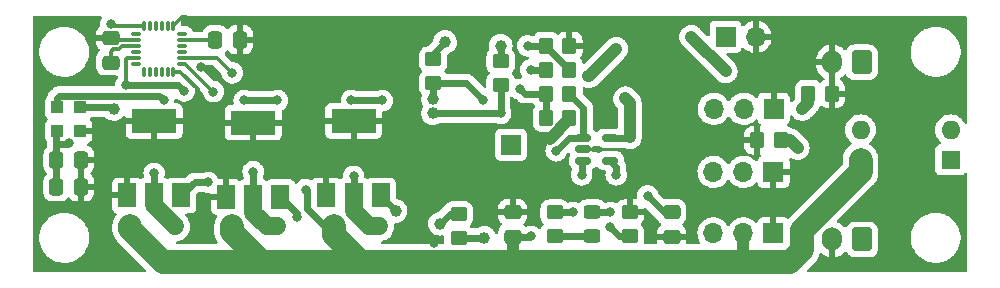
<source format=gbr>
%TF.GenerationSoftware,KiCad,Pcbnew,(6.0.6-0)*%
%TF.CreationDate,2023-07-30T17:28:14+02:00*%
%TF.ProjectId,SR23_T04_Avionics_V1-0-0,53523233-5f54-4303-945f-4176696f6e69,rev?*%
%TF.SameCoordinates,Original*%
%TF.FileFunction,Copper,L2,Bot*%
%TF.FilePolarity,Positive*%
%FSLAX46Y46*%
G04 Gerber Fmt 4.6, Leading zero omitted, Abs format (unit mm)*
G04 Created by KiCad (PCBNEW (6.0.6-0)) date 2023-07-30 17:28:14*
%MOMM*%
%LPD*%
G01*
G04 APERTURE LIST*
G04 Aperture macros list*
%AMRoundRect*
0 Rectangle with rounded corners*
0 $1 Rounding radius*
0 $2 $3 $4 $5 $6 $7 $8 $9 X,Y pos of 4 corners*
0 Add a 4 corners polygon primitive as box body*
4,1,4,$2,$3,$4,$5,$6,$7,$8,$9,$2,$3,0*
0 Add four circle primitives for the rounded corners*
1,1,$1+$1,$2,$3*
1,1,$1+$1,$4,$5*
1,1,$1+$1,$6,$7*
1,1,$1+$1,$8,$9*
0 Add four rect primitives between the rounded corners*
20,1,$1+$1,$2,$3,$4,$5,0*
20,1,$1+$1,$4,$5,$6,$7,0*
20,1,$1+$1,$6,$7,$8,$9,0*
20,1,$1+$1,$8,$9,$2,$3,0*%
G04 Aperture macros list end*
%TA.AperFunction,ComponentPad*%
%ADD10R,1.700000X1.700000*%
%TD*%
%TA.AperFunction,ComponentPad*%
%ADD11O,1.700000X1.700000*%
%TD*%
%TA.AperFunction,ComponentPad*%
%ADD12R,1.400000X1.400000*%
%TD*%
%TA.AperFunction,ComponentPad*%
%ADD13C,1.400000*%
%TD*%
%TA.AperFunction,ComponentPad*%
%ADD14RoundRect,0.250000X0.600000X0.750000X-0.600000X0.750000X-0.600000X-0.750000X0.600000X-0.750000X0*%
%TD*%
%TA.AperFunction,ComponentPad*%
%ADD15O,1.700000X2.000000*%
%TD*%
%TA.AperFunction,ComponentPad*%
%ADD16R,1.600000X1.600000*%
%TD*%
%TA.AperFunction,ComponentPad*%
%ADD17O,1.600000X1.600000*%
%TD*%
%TA.AperFunction,SMDPad,CuDef*%
%ADD18RoundRect,0.250000X0.350000X0.450000X-0.350000X0.450000X-0.350000X-0.450000X0.350000X-0.450000X0*%
%TD*%
%TA.AperFunction,SMDPad,CuDef*%
%ADD19R,1.000000X1.000000*%
%TD*%
%TA.AperFunction,SMDPad,CuDef*%
%ADD20RoundRect,0.250000X-0.350000X-0.450000X0.350000X-0.450000X0.350000X0.450000X-0.350000X0.450000X0*%
%TD*%
%TA.AperFunction,SMDPad,CuDef*%
%ADD21RoundRect,0.250000X0.450000X-0.350000X0.450000X0.350000X-0.450000X0.350000X-0.450000X-0.350000X0*%
%TD*%
%TA.AperFunction,SMDPad,CuDef*%
%ADD22RoundRect,0.250000X0.475000X-0.337500X0.475000X0.337500X-0.475000X0.337500X-0.475000X-0.337500X0*%
%TD*%
%TA.AperFunction,SMDPad,CuDef*%
%ADD23R,1.500000X2.000000*%
%TD*%
%TA.AperFunction,SMDPad,CuDef*%
%ADD24R,3.800000X2.000000*%
%TD*%
%TA.AperFunction,SMDPad,CuDef*%
%ADD25RoundRect,0.075000X0.075000X-0.350000X0.075000X0.350000X-0.075000X0.350000X-0.075000X-0.350000X0*%
%TD*%
%TA.AperFunction,SMDPad,CuDef*%
%ADD26RoundRect,0.075000X-0.350000X-0.075000X0.350000X-0.075000X0.350000X0.075000X-0.350000X0.075000X0*%
%TD*%
%TA.AperFunction,SMDPad,CuDef*%
%ADD27RoundRect,0.250000X-0.337500X-0.475000X0.337500X-0.475000X0.337500X0.475000X-0.337500X0.475000X0*%
%TD*%
%TA.AperFunction,SMDPad,CuDef*%
%ADD28RoundRect,0.150000X-0.512500X-0.150000X0.512500X-0.150000X0.512500X0.150000X-0.512500X0.150000X0*%
%TD*%
%TA.AperFunction,SMDPad,CuDef*%
%ADD29RoundRect,0.250000X-0.475000X0.337500X-0.475000X-0.337500X0.475000X-0.337500X0.475000X0.337500X0*%
%TD*%
%TA.AperFunction,SMDPad,CuDef*%
%ADD30RoundRect,0.250000X0.450000X-0.325000X0.450000X0.325000X-0.450000X0.325000X-0.450000X-0.325000X0*%
%TD*%
%TA.AperFunction,ViaPad*%
%ADD31C,1.000000*%
%TD*%
%TA.AperFunction,ViaPad*%
%ADD32C,0.800000*%
%TD*%
%TA.AperFunction,Conductor*%
%ADD33C,0.300000*%
%TD*%
%TA.AperFunction,Conductor*%
%ADD34C,0.600000*%
%TD*%
%TA.AperFunction,Conductor*%
%ADD35C,1.000000*%
%TD*%
%TA.AperFunction,Conductor*%
%ADD36C,2.000000*%
%TD*%
%TA.AperFunction,Conductor*%
%ADD37C,1.500000*%
%TD*%
G04 APERTURE END LIST*
D10*
%TO.P,J8,1,Pin_1*%
%TO.N,GND*%
X162799000Y-101346000D03*
D11*
%TO.P,J8,2,Pin_2*%
%TO.N,DIP_1b*%
X160259000Y-101346000D03*
%TO.P,J8,3,Pin_3*%
%TO.N,Servo2*%
X157719000Y-101346000D03*
%TD*%
D12*
%TO.P,J12,1,Pin_1*%
%TO.N,DIP_1b*%
X125603000Y-105963000D03*
D13*
%TO.P,J12,2,Pin_2*%
%TO.N,Net-(J12-Pad2)*%
X129413000Y-105963000D03*
%TD*%
D10*
%TO.P,J6,1,Pin_1*%
%TO.N,DIP_2b*%
X140585819Y-99060000D03*
%TD*%
D14*
%TO.P,J5,1,Pin_1*%
%TO.N,DIP_2a*%
X170267000Y-92075000D03*
D15*
%TO.P,J5,2,Pin_2*%
%TO.N,GND*%
X167767000Y-92075000D03*
%TD*%
D10*
%TO.P,J14,1,Pin_1*%
%TO.N,VUSB*%
X158745000Y-89916000D03*
D11*
%TO.P,J14,2,Pin_2*%
%TO.N,GND*%
X161285000Y-89916000D03*
%TD*%
D12*
%TO.P,J11,1,Pin_1*%
%TO.N,DIP_1b*%
X108331000Y-105963000D03*
D13*
%TO.P,J11,2,Pin_2*%
%TO.N,Net-(J11-Pad2)*%
X112141000Y-105963000D03*
%TD*%
D16*
%TO.P,SW1,1*%
%TO.N,DIP_1a*%
X177790000Y-100335000D03*
D17*
%TO.P,SW1,2*%
%TO.N,DIP_2a*%
X177790000Y-97795000D03*
%TO.P,SW1,3*%
%TO.N,DIP_2b*%
X170170000Y-97795000D03*
%TO.P,SW1,4*%
%TO.N,DIP_1b*%
X170170000Y-100335000D03*
%TD*%
D14*
%TO.P,J4,1,Pin_1*%
%TO.N,DIP_1a*%
X170287000Y-107078000D03*
D15*
%TO.P,J4,2,Pin_2*%
%TO.N,GND*%
X167787000Y-107078000D03*
%TD*%
D12*
%TO.P,J10,1,Pin_1*%
%TO.N,DIP_1b*%
X116967000Y-105963000D03*
D13*
%TO.P,J10,2,Pin_2*%
%TO.N,Net-(J10-Pad2)*%
X120777000Y-105963000D03*
%TD*%
D10*
%TO.P,J7,1,Pin_1*%
%TO.N,GND*%
X162814000Y-96012000D03*
D11*
%TO.P,J7,2,Pin_2*%
%TO.N,DIP_1b*%
X160274000Y-96012000D03*
%TO.P,J7,3,Pin_3*%
%TO.N,Servo1*%
X157734000Y-96012000D03*
%TD*%
D10*
%TO.P,J9,1,Pin_1*%
%TO.N,GND*%
X162799000Y-106553000D03*
D11*
%TO.P,J9,2,Pin_2*%
%TO.N,DIP_1b*%
X160259000Y-106553000D03*
%TO.P,J9,3,Pin_3*%
%TO.N,Servo3*%
X157719000Y-106553000D03*
%TD*%
D18*
%TO.P,R9,1*%
%TO.N,Net-(D2-Pad1)*%
X163433000Y-98679000D03*
%TO.P,R9,2*%
%TO.N,GND*%
X161433000Y-98679000D03*
%TD*%
%TO.P,R3,1*%
%TO.N,DIP_1b*%
X145526000Y-94742000D03*
%TO.P,R3,2*%
%TO.N,MON_BAT_POWER*%
X143526000Y-94742000D03*
%TD*%
D19*
%TO.P,U2,4,GND*%
%TO.N,GND*%
X104124000Y-97901000D03*
%TO.P,U2,3,SCL*%
%TO.N,SCL*%
X104124000Y-95901000D03*
%TO.P,U2,2,SDA*%
%TO.N,SDA*%
X102124000Y-95901000D03*
%TO.P,U2,1,VDD*%
%TO.N,+3.3V*%
X102124000Y-97901000D03*
%TD*%
D20*
%TO.P,R8,1*%
%TO.N,MON_BAT_uC*%
X143526000Y-90678000D03*
%TO.P,R8,2*%
%TO.N,GND*%
X145526000Y-90678000D03*
%TD*%
D21*
%TO.P,R1,1*%
%TO.N,Net-(R1-Pad1)*%
X150622000Y-106791000D03*
%TO.P,R1,2*%
%TO.N,GND*%
X150622000Y-104791000D03*
%TD*%
%TO.P,R5,1*%
%TO.N,SCL*%
X139700000Y-93964000D03*
%TO.P,R5,2*%
%TO.N,+3.3V*%
X139700000Y-91964000D03*
%TD*%
%TO.P,R6,1*%
%TO.N,SDA*%
X133985000Y-93837000D03*
%TO.P,R6,2*%
%TO.N,+3.3V*%
X133985000Y-91837000D03*
%TD*%
D22*
%TO.P,C4,1*%
%TO.N,DIP_1b*%
X140716000Y-106828500D03*
%TO.P,C4,2*%
%TO.N,GND*%
X140716000Y-104753500D03*
%TD*%
D23*
%TO.P,Q3,1,G*%
%TO.N,OUT4*%
X129554000Y-103353000D03*
%TO.P,Q3,2,D*%
%TO.N,Net-(J12-Pad2)*%
X127254000Y-103353000D03*
%TO.P,Q3,3,S*%
%TO.N,GND*%
X124954000Y-103353000D03*
D24*
%TO.P,Q3,4,S*%
X127254000Y-97053000D03*
%TD*%
D25*
%TO.P,U3,1,CLKIN*%
%TO.N,GND*%
X111994000Y-92882000D03*
%TO.P,U3,2,NC*%
%TO.N,unconnected-(U3-Pad2)*%
X111494000Y-92882000D03*
%TO.P,U3,3,NC*%
%TO.N,unconnected-(U3-Pad3)*%
X110994000Y-92882000D03*
%TO.P,U3,4,NC*%
%TO.N,unconnected-(U3-Pad4)*%
X110494000Y-92882000D03*
%TO.P,U3,5,NC*%
%TO.N,unconnected-(U3-Pad5)*%
X109994000Y-92882000D03*
%TO.P,U3,6,AUX_SDA*%
%TO.N,unconnected-(U3-Pad6)*%
X109494000Y-92882000D03*
D26*
%TO.P,U3,7,AUX_SCL*%
%TO.N,unconnected-(U3-Pad7)*%
X108794000Y-92182000D03*
%TO.P,U3,8,VDDIO*%
%TO.N,+3.3V*%
X108794000Y-91682000D03*
%TO.P,U3,9,AD0*%
%TO.N,GND*%
X108794000Y-91182000D03*
%TO.P,U3,10,REGOUT*%
%TO.N,Net-(C6-Pad1)*%
X108794000Y-90682000D03*
%TO.P,U3,11,FSYNC*%
%TO.N,GND*%
X108794000Y-90182000D03*
%TO.P,U3,12,INT*%
%TO.N,unconnected-(U3-Pad12)*%
X108794000Y-89682000D03*
D25*
%TO.P,U3,13,VDD*%
%TO.N,+3.3V*%
X109494000Y-88982000D03*
%TO.P,U3,14,NC*%
%TO.N,unconnected-(U3-Pad14)*%
X109994000Y-88982000D03*
%TO.P,U3,15,NC*%
%TO.N,unconnected-(U3-Pad15)*%
X110494000Y-88982000D03*
%TO.P,U3,16,NC*%
%TO.N,unconnected-(U3-Pad16)*%
X110994000Y-88982000D03*
%TO.P,U3,17,NC*%
%TO.N,unconnected-(U3-Pad17)*%
X111494000Y-88982000D03*
%TO.P,U3,18,GND*%
%TO.N,GND*%
X111994000Y-88982000D03*
D26*
%TO.P,U3,19,NC*%
%TO.N,unconnected-(U3-Pad19)*%
X112694000Y-89682000D03*
%TO.P,U3,20,CPOUT*%
%TO.N,Net-(C5-Pad1)*%
X112694000Y-90182000D03*
%TO.P,U3,21,NC*%
%TO.N,unconnected-(U3-Pad21)*%
X112694000Y-90682000D03*
%TO.P,U3,22,NC*%
%TO.N,unconnected-(U3-Pad22)*%
X112694000Y-91182000D03*
%TO.P,U3,23,SCL*%
%TO.N,SCL*%
X112694000Y-91682000D03*
%TO.P,U3,24,SDA*%
%TO.N,SDA*%
X112694000Y-92182000D03*
%TD*%
D23*
%TO.P,Q2,1,G*%
%TO.N,OUT2*%
X121045000Y-103480000D03*
%TO.P,Q2,2,D*%
%TO.N,Net-(J10-Pad2)*%
X118745000Y-103480000D03*
%TO.P,Q2,3,S*%
%TO.N,GND*%
X116445000Y-103480000D03*
D24*
%TO.P,Q2,4,S*%
X118745000Y-97180000D03*
%TD*%
D21*
%TO.P,R2,1*%
%TO.N,Net-(D1-Pad1)*%
X144272000Y-106791000D03*
%TO.P,R2,2*%
%TO.N,STAT*%
X144272000Y-104791000D03*
%TD*%
D27*
%TO.P,C5,2*%
%TO.N,GND*%
X117623500Y-90170000D03*
%TO.P,C5,1*%
%TO.N,Net-(C5-Pad1)*%
X115548500Y-90170000D03*
%TD*%
D20*
%TO.P,R7,1*%
%TO.N,DIP_2b*%
X143526000Y-92710000D03*
%TO.P,R7,2*%
%TO.N,MON_BAT_uC*%
X145526000Y-92710000D03*
%TD*%
D28*
%TO.P,U1,1,STAT*%
%TO.N,STAT*%
X146690500Y-100391000D03*
%TO.P,U1,2,VSS*%
%TO.N,GND*%
X146690500Y-99441000D03*
%TO.P,U1,3,VBAT*%
%TO.N,DIP_1b*%
X146690500Y-98491000D03*
%TO.P,U1,4,VDD*%
%TO.N,VUSB*%
X148965500Y-98491000D03*
%TO.P,U1,5,PROG*%
%TO.N,Net-(R1-Pad1)*%
X148965500Y-100391000D03*
%TD*%
D20*
%TO.P,R10,1*%
%TO.N,Net-(D3-Pad1)*%
X165751000Y-94742000D03*
%TO.P,R10,2*%
%TO.N,GND*%
X167751000Y-94742000D03*
%TD*%
D21*
%TO.P,R11,1*%
%TO.N,OUT3*%
X136144000Y-106918000D03*
%TO.P,R11,2*%
%TO.N,Net-(D4-Pad2)*%
X136144000Y-104918000D03*
%TD*%
D29*
%TO.P,C1,1*%
%TO.N,VUSB*%
X154178000Y-104753500D03*
%TO.P,C1,2*%
%TO.N,GND*%
X154178000Y-106828500D03*
%TD*%
D23*
%TO.P,Q1,1,G*%
%TO.N,OUT1*%
X112663000Y-103353000D03*
%TO.P,Q1,2,D*%
%TO.N,Net-(J11-Pad2)*%
X110363000Y-103353000D03*
%TO.P,Q1,3,S*%
%TO.N,GND*%
X108063000Y-103353000D03*
D24*
%TO.P,Q1,4,S*%
X110363000Y-97053000D03*
%TD*%
D20*
%TO.P,R4,1*%
%TO.N,MON_BAT_POWER*%
X143526000Y-96774000D03*
%TO.P,R4,2*%
%TO.N,GND*%
X145526000Y-96774000D03*
%TD*%
D22*
%TO.P,C6,1*%
%TO.N,Net-(C6-Pad1)*%
X106680000Y-92096500D03*
%TO.P,C6,2*%
%TO.N,GND*%
X106680000Y-90021500D03*
%TD*%
D27*
%TO.P,C2,1*%
%TO.N,+3.3V*%
X102086500Y-100330000D03*
%TO.P,C2,2*%
%TO.N,GND*%
X104161500Y-100330000D03*
%TD*%
D30*
%TO.P,D1,1,K*%
%TO.N,Net-(D1-Pad1)*%
X147447000Y-106816000D03*
%TO.P,D1,2,A*%
%TO.N,VUSB*%
X147447000Y-104766000D03*
%TD*%
D27*
%TO.P,C3,1*%
%TO.N,+3.3V*%
X102086500Y-102616000D03*
%TO.P,C3,2*%
%TO.N,GND*%
X104161500Y-102616000D03*
%TD*%
D31*
%TO.N,VUSB*%
X150241000Y-95123000D03*
D32*
X152146000Y-103378000D03*
X148971000Y-104775000D03*
X150622000Y-98425000D03*
%TO.N,GND*%
X114300000Y-92456000D03*
X132080000Y-93345000D03*
X122682000Y-93345000D03*
X134066869Y-107366500D03*
D31*
X156337000Y-93980000D03*
%TO.N,+3.3V*%
X139700000Y-90678000D03*
D32*
X112903000Y-94488500D03*
D31*
X134985177Y-90372936D03*
D32*
X106680000Y-88834500D03*
X103124000Y-98933000D03*
X107950000Y-94001500D03*
D31*
%TO.N,Net-(D2-Pad1)*%
X164846000Y-99314000D03*
%TO.N,Net-(D3-Pad1)*%
X165227000Y-96012000D03*
%TO.N,DIP_2b*%
X155829000Y-89916000D03*
X149479000Y-90932000D03*
D32*
X142240000Y-92710000D03*
D31*
X158750000Y-92837000D03*
X147066000Y-93218000D03*
D32*
%TO.N,SDA*%
X115380543Y-94552543D03*
X120798269Y-95309500D03*
X138176000Y-95260500D03*
X117983000Y-95309500D03*
D31*
X133985000Y-95193497D03*
D32*
X127065066Y-95296211D03*
X129667000Y-95309500D03*
X111161293Y-95284207D03*
%TO.N,SCL*%
X116968043Y-92965043D03*
D31*
X106934000Y-96012000D03*
X133985000Y-96393000D03*
D32*
X139700000Y-96393000D03*
%TO.N,OUT1*%
X114935000Y-102235000D03*
D31*
%TO.N,OUT3*%
X138303000Y-106934000D03*
D32*
%TO.N,OUT2*%
X122428000Y-105156000D03*
D31*
%TO.N,OUT4*%
X130796395Y-104660899D03*
D32*
%TO.N,Net-(R1-Pad1)*%
X148971000Y-106045000D03*
X149479000Y-101600000D03*
%TO.N,STAT*%
X145796000Y-104775000D03*
X146558000Y-101600000D03*
%TO.N,MON_BAT_POWER*%
X141340500Y-94361000D03*
%TO.N,MON_BAT_uC*%
X141986000Y-90678000D03*
D31*
%TO.N,Net-(D4-Pad2)*%
X134570607Y-105734747D03*
D32*
%TO.N,DIP_1b*%
X123190000Y-102859500D03*
X142240000Y-106807000D03*
X144399000Y-99568000D03*
%TO.N,Net-(J10-Pad2)*%
X118745000Y-101335500D03*
%TO.N,Net-(J11-Pad2)*%
X110363000Y-101473000D03*
%TO.N,Net-(J12-Pad2)*%
X127254000Y-101727000D03*
%TD*%
D33*
%TO.N,GND*%
X111994000Y-88982000D02*
X112711000Y-88265000D01*
X112711000Y-88265000D02*
X113030000Y-88265000D01*
X108794000Y-90182000D02*
X106840500Y-90182000D01*
X106840500Y-90182000D02*
X106680000Y-90021500D01*
%TO.N,Net-(C6-Pad1)*%
X106680000Y-92096500D02*
X106680000Y-91186000D01*
X107403528Y-90959000D02*
X107680528Y-90682000D01*
X106680000Y-91186000D02*
X106907000Y-90959000D01*
X106907000Y-90959000D02*
X107403528Y-90959000D01*
X107680528Y-90682000D02*
X108794000Y-90682000D01*
%TO.N,+3.3V*%
X108794000Y-91682000D02*
X108089000Y-91682000D01*
X108089000Y-91682000D02*
X107950000Y-91821000D01*
X107950000Y-91821000D02*
X107950000Y-94001500D01*
%TO.N,GND*%
X111994000Y-92882000D02*
X112567000Y-92882000D01*
X112567000Y-92882000D02*
X114046000Y-94361000D01*
D34*
%TO.N,+3.3V*%
X112903000Y-94488500D02*
X112416000Y-94001500D01*
X112416000Y-94001500D02*
X107950000Y-94001500D01*
%TO.N,VUSB*%
X153521500Y-104753500D02*
X152146000Y-103378000D01*
X150622000Y-98425000D02*
X150556000Y-98491000D01*
X147447000Y-104766000D02*
X148962000Y-104766000D01*
X150556000Y-98491000D02*
X148965500Y-98491000D01*
X148962000Y-104766000D02*
X148971000Y-104775000D01*
D35*
X150622000Y-98425000D02*
X150622000Y-95504000D01*
X150622000Y-95504000D02*
X150241000Y-95123000D01*
D34*
X154178000Y-104753500D02*
X153521500Y-104753500D01*
D35*
%TO.N,GND*%
X145526000Y-96917000D02*
X143891000Y-98552000D01*
X145526000Y-96774000D02*
X145526000Y-96917000D01*
D33*
%TO.N,+3.3V*%
X106827500Y-88982000D02*
X106680000Y-88834500D01*
D34*
X139700000Y-91964000D02*
X139700000Y-90678000D01*
X102086500Y-100330000D02*
X102086500Y-98954500D01*
X103102500Y-98954500D02*
X103124000Y-98933000D01*
X102086500Y-98954500D02*
X102086500Y-97938500D01*
X133985000Y-91837000D02*
X133985000Y-91373113D01*
X102086500Y-97938500D02*
X102124000Y-97901000D01*
D33*
X109494000Y-88982000D02*
X106827500Y-88982000D01*
D34*
X102086500Y-98954500D02*
X103102500Y-98954500D01*
X133985000Y-91373113D02*
X134985177Y-90372936D01*
X102086500Y-102616000D02*
X102086500Y-100330000D01*
D33*
%TO.N,Net-(C5-Pad1)*%
X115536500Y-90182000D02*
X112694000Y-90182000D01*
X115548500Y-90170000D02*
X115536500Y-90182000D01*
D34*
%TO.N,Net-(D1-Pad1)*%
X147422000Y-106791000D02*
X147447000Y-106816000D01*
X144272000Y-106791000D02*
X147422000Y-106791000D01*
D35*
%TO.N,Net-(D2-Pad1)*%
X164211000Y-98679000D02*
X164846000Y-99314000D01*
X163433000Y-98679000D02*
X164211000Y-98679000D01*
%TO.N,Net-(D3-Pad1)*%
X165751000Y-94742000D02*
X165751000Y-95488000D01*
X165751000Y-95488000D02*
X165227000Y-96012000D01*
D34*
%TO.N,DIP_2b*%
X143526000Y-92710000D02*
X142240000Y-92710000D01*
D35*
X147193000Y-93218000D02*
X149479000Y-90932000D01*
X155829000Y-89916000D02*
X158750000Y-92837000D01*
X147066000Y-93218000D02*
X147193000Y-93218000D01*
D34*
%TO.N,SDA*%
X111161293Y-95284207D02*
X110778086Y-94901000D01*
X120798269Y-95309500D02*
X117983000Y-95309500D01*
D33*
X115335882Y-94552543D02*
X115380543Y-94552543D01*
D34*
X133985000Y-93837000D02*
X136752500Y-93837000D01*
X129653711Y-95296211D02*
X127065066Y-95296211D01*
D33*
X112694000Y-92182000D02*
X112965339Y-92182000D01*
D34*
X102330000Y-94901000D02*
X102124000Y-95107000D01*
X133985000Y-95193497D02*
X133985000Y-93837000D01*
X102124000Y-95107000D02*
X102124000Y-95901000D01*
D33*
X112965339Y-92182000D02*
X115335882Y-94552543D01*
D34*
X129667000Y-95309500D02*
X129653711Y-95296211D01*
X136752500Y-93837000D02*
X138176000Y-95260500D01*
X110778086Y-94901000D02*
X102330000Y-94901000D01*
D33*
%TO.N,SCL*%
X112694000Y-91682000D02*
X115685000Y-91682000D01*
D34*
X139700000Y-96393000D02*
X139700000Y-93964000D01*
X106823000Y-95901000D02*
X104124000Y-95901000D01*
X133985000Y-96393000D02*
X139700000Y-96393000D01*
D33*
X115685000Y-91682000D02*
X116968043Y-92965043D01*
D34*
X106934000Y-96012000D02*
X106823000Y-95901000D01*
%TO.N,OUT1*%
X114935000Y-102235000D02*
X113781000Y-102235000D01*
X113781000Y-102235000D02*
X112663000Y-103353000D01*
%TO.N,OUT3*%
X138287000Y-106918000D02*
X138303000Y-106934000D01*
X136144000Y-106918000D02*
X138287000Y-106918000D01*
%TO.N,OUT2*%
X122428000Y-105156000D02*
X122428000Y-104863000D01*
X122428000Y-104863000D02*
X121045000Y-103480000D01*
%TO.N,OUT4*%
X129554000Y-103418504D02*
X129554000Y-103353000D01*
X130796395Y-104660899D02*
X129554000Y-103418504D01*
%TO.N,Net-(R1-Pad1)*%
X149479000Y-100904500D02*
X148965500Y-100391000D01*
X149717000Y-106791000D02*
X148971000Y-106045000D01*
X149479000Y-101600000D02*
X149479000Y-100904500D01*
X150622000Y-106791000D02*
X149717000Y-106791000D01*
%TO.N,STAT*%
X146558000Y-100523500D02*
X146690500Y-100391000D01*
X146558000Y-101600000D02*
X146558000Y-100523500D01*
X145780000Y-104791000D02*
X145796000Y-104775000D01*
X144272000Y-104791000D02*
X145780000Y-104791000D01*
%TO.N,MON_BAT_POWER*%
X141340500Y-94361000D02*
X141721500Y-94742000D01*
X143526000Y-94742000D02*
X143526000Y-96774000D01*
X141721500Y-94742000D02*
X143526000Y-94742000D01*
%TO.N,MON_BAT_uC*%
X143526000Y-90710000D02*
X145526000Y-92710000D01*
X143526000Y-90678000D02*
X141986000Y-90678000D01*
X143526000Y-90678000D02*
X143526000Y-90710000D01*
%TO.N,Net-(D4-Pad2)*%
X134570607Y-105734747D02*
X135387354Y-104918000D01*
X135387354Y-104918000D02*
X136144000Y-104918000D01*
D36*
%TO.N,DIP_1b*%
X170170000Y-101356000D02*
X165227000Y-106299000D01*
D35*
X140716000Y-108458000D02*
X141224000Y-108966000D01*
X160259000Y-106553000D02*
X160259000Y-108113000D01*
D36*
X111125000Y-108966000D02*
X108331000Y-106172000D01*
X164211000Y-108966000D02*
X162179000Y-108966000D01*
X125603000Y-106680000D02*
X127889000Y-108966000D01*
X170170000Y-100335000D02*
X170170000Y-101356000D01*
X141224000Y-108966000D02*
X127889000Y-108966000D01*
X161112000Y-108966000D02*
X162179000Y-108966000D01*
X116967000Y-106426000D02*
X119507000Y-108966000D01*
X108331000Y-106172000D02*
X108331000Y-105963000D01*
D34*
X123328000Y-102997500D02*
X123328000Y-104477000D01*
D36*
X127889000Y-108966000D02*
X119507000Y-108966000D01*
D35*
X140716000Y-106828500D02*
X140716000Y-108458000D01*
X160259000Y-108113000D02*
X161112000Y-108966000D01*
D36*
X165227000Y-107950000D02*
X164211000Y-108966000D01*
X165227000Y-106299000D02*
X165227000Y-107950000D01*
D34*
X123328000Y-104477000D02*
X124814000Y-105963000D01*
X142218500Y-106828500D02*
X142240000Y-106807000D01*
X146690500Y-95906500D02*
X146690500Y-98491000D01*
X145526000Y-94742000D02*
X146690500Y-95906500D01*
X124814000Y-105963000D02*
X125603000Y-105963000D01*
D36*
X119507000Y-108966000D02*
X111125000Y-108966000D01*
D34*
X144399000Y-99568000D02*
X145476000Y-98491000D01*
D36*
X162179000Y-108966000D02*
X141224000Y-108966000D01*
D34*
X145476000Y-98491000D02*
X146690500Y-98491000D01*
X140716000Y-106828500D02*
X142218500Y-106828500D01*
X123190000Y-102859500D02*
X123328000Y-102997500D01*
D36*
X116967000Y-105963000D02*
X116967000Y-106426000D01*
X125603000Y-105963000D02*
X125603000Y-106680000D01*
D37*
%TO.N,Net-(J10-Pad2)*%
X118745000Y-103480000D02*
X118745000Y-104830000D01*
D34*
X118745000Y-101335500D02*
X118745000Y-103480000D01*
D37*
X119878000Y-105963000D02*
X120777000Y-105963000D01*
X118745000Y-104830000D02*
X119878000Y-105963000D01*
%TO.N,Net-(J11-Pad2)*%
X110363000Y-103353000D02*
X110363000Y-104185000D01*
D34*
X110363000Y-101473000D02*
X110363000Y-103353000D01*
D37*
X110363000Y-104185000D02*
X112141000Y-105963000D01*
%TO.N,Net-(J12-Pad2)*%
X127254000Y-103353000D02*
X127254000Y-104703000D01*
X127254000Y-104703000D02*
X128514000Y-105963000D01*
D34*
X127254000Y-101727000D02*
X127254000Y-103353000D01*
D37*
X128514000Y-105963000D02*
X129413000Y-105963000D01*
%TD*%
%TA.AperFunction,Conductor*%
%TO.N,GND*%
G36*
X105882674Y-88158502D02*
G01*
X105929167Y-88212158D01*
X105939271Y-88282432D01*
X105923672Y-88327499D01*
X105845473Y-88462944D01*
X105786458Y-88644572D01*
X105785768Y-88651133D01*
X105785768Y-88651135D01*
X105783197Y-88675599D01*
X105766496Y-88834500D01*
X105780981Y-88972311D01*
X105781021Y-88972696D01*
X105768249Y-89042535D01*
X105733975Y-89084613D01*
X105725793Y-89091098D01*
X105611261Y-89205829D01*
X105602249Y-89217240D01*
X105517184Y-89355243D01*
X105511037Y-89368424D01*
X105459862Y-89522710D01*
X105456995Y-89536086D01*
X105447328Y-89630438D01*
X105447000Y-89636855D01*
X105447000Y-89749385D01*
X105451475Y-89764624D01*
X105452865Y-89765829D01*
X105460548Y-89767500D01*
X106808000Y-89767500D01*
X106876121Y-89787502D01*
X106922614Y-89841158D01*
X106934000Y-89893500D01*
X106934000Y-90149500D01*
X106913998Y-90217621D01*
X106860342Y-90264114D01*
X106808000Y-90275500D01*
X105465116Y-90275500D01*
X105449877Y-90279975D01*
X105448672Y-90281365D01*
X105447001Y-90289048D01*
X105447001Y-90406095D01*
X105447338Y-90412614D01*
X105457257Y-90508206D01*
X105460149Y-90521600D01*
X105511588Y-90675784D01*
X105517761Y-90688962D01*
X105603063Y-90826807D01*
X105612099Y-90838208D01*
X105726828Y-90952738D01*
X105735762Y-90959794D01*
X105776823Y-91017712D01*
X105780053Y-91088635D01*
X105744426Y-91150046D01*
X105736593Y-91156846D01*
X105730652Y-91160522D01*
X105605695Y-91285697D01*
X105601855Y-91291927D01*
X105601854Y-91291928D01*
X105522401Y-91420825D01*
X105512885Y-91436262D01*
X105492609Y-91497393D01*
X105460902Y-91592988D01*
X105457203Y-91604139D01*
X105456503Y-91610975D01*
X105456502Y-91610978D01*
X105456122Y-91614686D01*
X105446500Y-91708600D01*
X105446500Y-92484400D01*
X105446837Y-92487646D01*
X105446837Y-92487650D01*
X105449901Y-92517176D01*
X105457474Y-92590166D01*
X105459655Y-92596702D01*
X105459655Y-92596704D01*
X105488304Y-92682575D01*
X105513450Y-92757946D01*
X105606522Y-92908348D01*
X105731697Y-93033305D01*
X105737927Y-93037145D01*
X105737928Y-93037146D01*
X105867008Y-93116712D01*
X105882262Y-93126115D01*
X105951096Y-93148946D01*
X106043611Y-93179632D01*
X106043613Y-93179632D01*
X106050139Y-93181797D01*
X106056975Y-93182497D01*
X106056978Y-93182498D01*
X106100031Y-93186909D01*
X106154600Y-93192500D01*
X107165500Y-93192500D01*
X107233621Y-93212502D01*
X107280114Y-93266158D01*
X107291500Y-93318500D01*
X107291500Y-93326741D01*
X107271498Y-93394862D01*
X107259136Y-93411051D01*
X107210960Y-93464556D01*
X107182832Y-93513275D01*
X107122583Y-93617630D01*
X107115473Y-93629944D01*
X107056458Y-93811572D01*
X107055768Y-93818133D01*
X107055768Y-93818135D01*
X107038790Y-93979671D01*
X107011777Y-94045327D01*
X106953555Y-94085957D01*
X106913480Y-94092500D01*
X102339214Y-94092500D01*
X102337894Y-94092493D01*
X102336819Y-94092482D01*
X102247779Y-94091549D01*
X102205403Y-94100711D01*
X102192837Y-94102769D01*
X102149745Y-94107603D01*
X102143094Y-94109919D01*
X102143090Y-94109920D01*
X102118070Y-94118633D01*
X102103258Y-94122796D01*
X102078857Y-94128072D01*
X102070490Y-94129881D01*
X102031187Y-94148208D01*
X102019411Y-94152990D01*
X101978448Y-94167255D01*
X101972473Y-94170989D01*
X101972470Y-94170990D01*
X101950005Y-94185027D01*
X101936488Y-94192366D01*
X101912486Y-94203559D01*
X101906098Y-94206538D01*
X101900533Y-94210855D01*
X101900531Y-94210856D01*
X101871847Y-94233106D01*
X101861388Y-94240402D01*
X101830596Y-94259642D01*
X101830593Y-94259644D01*
X101824624Y-94263374D01*
X101819629Y-94268334D01*
X101819628Y-94268335D01*
X101795821Y-94291976D01*
X101795196Y-94292561D01*
X101794530Y-94293078D01*
X101768540Y-94319068D01*
X101695918Y-94391185D01*
X101695260Y-94392222D01*
X101694157Y-94393451D01*
X101558842Y-94528766D01*
X101557905Y-94529694D01*
X101493493Y-94592771D01*
X101470002Y-94629221D01*
X101462583Y-94639546D01*
X101435524Y-94673443D01*
X101432459Y-94679784D01*
X101432458Y-94679785D01*
X101420928Y-94703637D01*
X101413399Y-94717054D01*
X101395235Y-94745238D01*
X101392827Y-94751855D01*
X101392824Y-94751860D01*
X101380408Y-94785973D01*
X101375447Y-94797716D01*
X101359646Y-94830403D01*
X101359644Y-94830408D01*
X101356579Y-94836749D01*
X101354996Y-94843607D01*
X101354995Y-94843609D01*
X101349035Y-94869426D01*
X101344668Y-94884169D01*
X101333197Y-94915685D01*
X101332134Y-94924099D01*
X101330439Y-94937519D01*
X101302058Y-95002596D01*
X101280996Y-95022557D01*
X101267922Y-95032355D01*
X101267920Y-95032357D01*
X101260739Y-95037739D01*
X101255358Y-95044919D01*
X101255355Y-95044922D01*
X101214073Y-95100005D01*
X101173385Y-95154295D01*
X101122255Y-95290684D01*
X101115500Y-95352866D01*
X101115500Y-96449134D01*
X101122255Y-96511316D01*
X101173385Y-96647705D01*
X101260739Y-96764261D01*
X101308660Y-96800176D01*
X101351173Y-96857033D01*
X101356199Y-96927851D01*
X101322139Y-96990145D01*
X101308670Y-97001817D01*
X101260739Y-97037739D01*
X101173385Y-97154295D01*
X101122255Y-97290684D01*
X101115500Y-97352866D01*
X101115500Y-98449134D01*
X101122255Y-98511316D01*
X101173385Y-98647705D01*
X101210427Y-98697130D01*
X101252826Y-98753703D01*
X101277674Y-98820209D01*
X101278000Y-98829268D01*
X101278000Y-98898595D01*
X101277114Y-98913514D01*
X101272904Y-98948820D01*
X101273640Y-98955823D01*
X101273640Y-98955824D01*
X101277310Y-98990740D01*
X101278000Y-99003911D01*
X101278000Y-99201041D01*
X101257998Y-99269162D01*
X101241173Y-99290059D01*
X101154866Y-99376516D01*
X101154862Y-99376521D01*
X101149695Y-99381697D01*
X101145855Y-99387927D01*
X101145854Y-99387928D01*
X101064670Y-99519633D01*
X101056885Y-99532262D01*
X101040436Y-99581855D01*
X101008728Y-99677453D01*
X101001203Y-99700139D01*
X101000503Y-99706975D01*
X101000502Y-99706978D01*
X100999496Y-99716801D01*
X100990500Y-99804600D01*
X100990500Y-100855400D01*
X100990837Y-100858646D01*
X100990837Y-100858650D01*
X101000670Y-100953416D01*
X101001474Y-100961166D01*
X101003655Y-100967702D01*
X101003655Y-100967704D01*
X101016717Y-101006855D01*
X101057450Y-101128946D01*
X101150522Y-101279348D01*
X101240222Y-101368891D01*
X101241018Y-101369686D01*
X101275097Y-101431968D01*
X101278000Y-101458859D01*
X101278000Y-101487041D01*
X101257998Y-101555162D01*
X101241173Y-101576059D01*
X101154866Y-101662516D01*
X101154862Y-101662521D01*
X101149695Y-101667697D01*
X101145855Y-101673927D01*
X101145854Y-101673928D01*
X101062859Y-101808571D01*
X101056885Y-101818262D01*
X101043523Y-101858548D01*
X101004142Y-101977279D01*
X101001203Y-101986139D01*
X100990500Y-102090600D01*
X100990500Y-103141400D01*
X100990837Y-103144646D01*
X100990837Y-103144650D01*
X101000618Y-103238914D01*
X101001474Y-103247166D01*
X101057450Y-103414946D01*
X101150522Y-103565348D01*
X101155704Y-103570521D01*
X101205818Y-103620548D01*
X101275697Y-103690305D01*
X101281927Y-103694145D01*
X101281928Y-103694146D01*
X101419288Y-103778816D01*
X101426262Y-103783115D01*
X101505811Y-103809500D01*
X101587611Y-103836632D01*
X101587613Y-103836632D01*
X101594139Y-103838797D01*
X101600975Y-103839497D01*
X101600978Y-103839498D01*
X101644031Y-103843909D01*
X101698600Y-103849500D01*
X102474400Y-103849500D01*
X102477646Y-103849163D01*
X102477650Y-103849163D01*
X102573308Y-103839238D01*
X102573312Y-103839237D01*
X102580166Y-103838526D01*
X102586702Y-103836345D01*
X102586704Y-103836345D01*
X102718806Y-103792272D01*
X102747946Y-103782550D01*
X102898348Y-103689478D01*
X103023305Y-103564303D01*
X103026102Y-103559765D01*
X103083353Y-103519176D01*
X103154276Y-103515946D01*
X103215687Y-103551572D01*
X103223062Y-103560068D01*
X103231098Y-103570207D01*
X103345829Y-103684739D01*
X103357240Y-103693751D01*
X103495243Y-103778816D01*
X103508424Y-103784963D01*
X103662710Y-103836138D01*
X103676086Y-103839005D01*
X103770438Y-103848672D01*
X103776854Y-103849000D01*
X103889385Y-103849000D01*
X103904624Y-103844525D01*
X103905829Y-103843135D01*
X103907500Y-103835452D01*
X103907500Y-103830884D01*
X104415500Y-103830884D01*
X104419975Y-103846123D01*
X104421365Y-103847328D01*
X104429048Y-103848999D01*
X104546095Y-103848999D01*
X104552614Y-103848662D01*
X104648206Y-103838743D01*
X104661600Y-103835851D01*
X104815784Y-103784412D01*
X104828962Y-103778239D01*
X104966807Y-103692937D01*
X104978208Y-103683901D01*
X105092739Y-103569171D01*
X105101751Y-103557760D01*
X105186816Y-103419757D01*
X105192963Y-103406576D01*
X105244138Y-103252290D01*
X105247005Y-103238914D01*
X105256672Y-103144562D01*
X105257000Y-103138146D01*
X105257000Y-103080885D01*
X106805000Y-103080885D01*
X106809475Y-103096124D01*
X106810865Y-103097329D01*
X106818548Y-103099000D01*
X107790885Y-103099000D01*
X107806124Y-103094525D01*
X107807329Y-103093135D01*
X107809000Y-103085452D01*
X107809000Y-101863116D01*
X107804525Y-101847877D01*
X107803135Y-101846672D01*
X107795452Y-101845001D01*
X107268331Y-101845001D01*
X107261510Y-101845371D01*
X107210648Y-101850895D01*
X107195396Y-101854521D01*
X107074946Y-101899676D01*
X107059351Y-101908214D01*
X106957276Y-101984715D01*
X106944715Y-101997276D01*
X106868214Y-102099351D01*
X106859676Y-102114946D01*
X106814522Y-102235394D01*
X106810895Y-102250649D01*
X106805369Y-102301514D01*
X106805000Y-102308328D01*
X106805000Y-103080885D01*
X105257000Y-103080885D01*
X105257000Y-102888115D01*
X105252525Y-102872876D01*
X105251135Y-102871671D01*
X105243452Y-102870000D01*
X104433615Y-102870000D01*
X104418376Y-102874475D01*
X104417171Y-102875865D01*
X104415500Y-102883548D01*
X104415500Y-103830884D01*
X103907500Y-103830884D01*
X103907500Y-102343885D01*
X104415500Y-102343885D01*
X104419975Y-102359124D01*
X104421365Y-102360329D01*
X104429048Y-102362000D01*
X105238884Y-102362000D01*
X105254123Y-102357525D01*
X105255328Y-102356135D01*
X105256999Y-102348452D01*
X105256999Y-102093905D01*
X105256662Y-102087386D01*
X105246743Y-101991794D01*
X105243851Y-101978400D01*
X105192412Y-101824216D01*
X105186239Y-101811038D01*
X105100937Y-101673193D01*
X105091897Y-101661787D01*
X104992184Y-101562246D01*
X104958105Y-101499964D01*
X104963108Y-101429143D01*
X104992029Y-101384056D01*
X105092739Y-101283171D01*
X105101751Y-101271760D01*
X105186816Y-101133757D01*
X105192963Y-101120576D01*
X105244138Y-100966290D01*
X105247005Y-100952914D01*
X105256672Y-100858562D01*
X105257000Y-100852146D01*
X105257000Y-100602115D01*
X105252525Y-100586876D01*
X105251135Y-100585671D01*
X105243452Y-100584000D01*
X104433615Y-100584000D01*
X104418376Y-100588475D01*
X104417171Y-100589865D01*
X104415500Y-100597548D01*
X104415500Y-102343885D01*
X103907500Y-102343885D01*
X103907500Y-100202000D01*
X103927502Y-100133879D01*
X103981158Y-100087386D01*
X104033500Y-100076000D01*
X105238884Y-100076000D01*
X105254123Y-100071525D01*
X105255328Y-100070135D01*
X105256999Y-100062452D01*
X105256999Y-99958134D01*
X139227319Y-99958134D01*
X139234074Y-100020316D01*
X139285204Y-100156705D01*
X139372558Y-100273261D01*
X139489114Y-100360615D01*
X139625503Y-100411745D01*
X139687685Y-100418500D01*
X141483953Y-100418500D01*
X141546135Y-100411745D01*
X141682524Y-100360615D01*
X141799080Y-100273261D01*
X141886434Y-100156705D01*
X141937564Y-100020316D01*
X141944319Y-99958134D01*
X141944319Y-98161866D01*
X141937564Y-98099684D01*
X141886434Y-97963295D01*
X141799080Y-97846739D01*
X141682524Y-97759385D01*
X141546135Y-97708255D01*
X141483953Y-97701500D01*
X139687685Y-97701500D01*
X139625503Y-97708255D01*
X139489114Y-97759385D01*
X139372558Y-97846739D01*
X139285204Y-97963295D01*
X139234074Y-98099684D01*
X139227319Y-98161866D01*
X139227319Y-99958134D01*
X105256999Y-99958134D01*
X105256999Y-99807905D01*
X105256662Y-99801386D01*
X105246743Y-99705794D01*
X105243851Y-99692400D01*
X105192412Y-99538216D01*
X105186239Y-99525038D01*
X105100937Y-99387193D01*
X105091901Y-99375792D01*
X104977171Y-99261261D01*
X104965760Y-99252249D01*
X104827757Y-99167184D01*
X104814574Y-99161036D01*
X104744338Y-99137740D01*
X104685978Y-99097310D01*
X104658741Y-99031745D01*
X104671274Y-98961864D01*
X104719599Y-98909852D01*
X104739775Y-98900165D01*
X104862054Y-98854324D01*
X104877649Y-98845786D01*
X104979724Y-98769285D01*
X104992285Y-98756724D01*
X105068786Y-98654649D01*
X105077324Y-98639054D01*
X105122478Y-98518606D01*
X105126105Y-98503351D01*
X105131631Y-98452486D01*
X105132000Y-98445672D01*
X105132000Y-98173115D01*
X105127525Y-98157876D01*
X105126135Y-98156671D01*
X105118452Y-98155000D01*
X103996000Y-98155000D01*
X103927879Y-98134998D01*
X103895533Y-98097669D01*
X107955001Y-98097669D01*
X107955371Y-98104490D01*
X107960895Y-98155352D01*
X107964521Y-98170604D01*
X108009676Y-98291054D01*
X108018214Y-98306649D01*
X108094715Y-98408724D01*
X108107276Y-98421285D01*
X108209351Y-98497786D01*
X108224946Y-98506324D01*
X108345394Y-98551478D01*
X108360649Y-98555105D01*
X108411514Y-98560631D01*
X108418328Y-98561000D01*
X110090885Y-98561000D01*
X110106124Y-98556525D01*
X110107329Y-98555135D01*
X110109000Y-98547452D01*
X110109000Y-98542884D01*
X110617000Y-98542884D01*
X110621475Y-98558123D01*
X110622865Y-98559328D01*
X110630548Y-98560999D01*
X112307669Y-98560999D01*
X112314490Y-98560629D01*
X112365352Y-98555105D01*
X112380604Y-98551479D01*
X112501054Y-98506324D01*
X112516649Y-98497786D01*
X112618724Y-98421285D01*
X112631285Y-98408724D01*
X112707786Y-98306649D01*
X112716324Y-98291054D01*
X112741211Y-98224669D01*
X116337001Y-98224669D01*
X116337371Y-98231490D01*
X116342895Y-98282352D01*
X116346521Y-98297604D01*
X116391676Y-98418054D01*
X116400214Y-98433649D01*
X116476715Y-98535724D01*
X116489276Y-98548285D01*
X116591351Y-98624786D01*
X116606946Y-98633324D01*
X116727394Y-98678478D01*
X116742649Y-98682105D01*
X116793514Y-98687631D01*
X116800328Y-98688000D01*
X118472885Y-98688000D01*
X118488124Y-98683525D01*
X118489329Y-98682135D01*
X118491000Y-98674452D01*
X118491000Y-98669884D01*
X118999000Y-98669884D01*
X119003475Y-98685123D01*
X119004865Y-98686328D01*
X119012548Y-98687999D01*
X120689669Y-98687999D01*
X120696490Y-98687629D01*
X120747352Y-98682105D01*
X120762604Y-98678479D01*
X120883054Y-98633324D01*
X120898649Y-98624786D01*
X121000724Y-98548285D01*
X121013285Y-98535724D01*
X121089786Y-98433649D01*
X121098324Y-98418054D01*
X121143478Y-98297606D01*
X121147105Y-98282351D01*
X121152631Y-98231486D01*
X121153000Y-98224672D01*
X121153000Y-98097669D01*
X124846001Y-98097669D01*
X124846371Y-98104490D01*
X124851895Y-98155352D01*
X124855521Y-98170604D01*
X124900676Y-98291054D01*
X124909214Y-98306649D01*
X124985715Y-98408724D01*
X124998276Y-98421285D01*
X125100351Y-98497786D01*
X125115946Y-98506324D01*
X125236394Y-98551478D01*
X125251649Y-98555105D01*
X125302514Y-98560631D01*
X125309328Y-98561000D01*
X126981885Y-98561000D01*
X126997124Y-98556525D01*
X126998329Y-98555135D01*
X127000000Y-98547452D01*
X127000000Y-98542884D01*
X127508000Y-98542884D01*
X127512475Y-98558123D01*
X127513865Y-98559328D01*
X127521548Y-98560999D01*
X129198669Y-98560999D01*
X129205490Y-98560629D01*
X129256352Y-98555105D01*
X129271604Y-98551479D01*
X129392054Y-98506324D01*
X129407649Y-98497786D01*
X129509724Y-98421285D01*
X129522285Y-98408724D01*
X129598786Y-98306649D01*
X129607324Y-98291054D01*
X129652478Y-98170606D01*
X129656105Y-98155351D01*
X129661631Y-98104486D01*
X129662000Y-98097672D01*
X129662000Y-97325115D01*
X129657525Y-97309876D01*
X129656135Y-97308671D01*
X129648452Y-97307000D01*
X127526115Y-97307000D01*
X127510876Y-97311475D01*
X127509671Y-97312865D01*
X127508000Y-97320548D01*
X127508000Y-98542884D01*
X127000000Y-98542884D01*
X127000000Y-97325115D01*
X126995525Y-97309876D01*
X126994135Y-97308671D01*
X126986452Y-97307000D01*
X124864116Y-97307000D01*
X124848877Y-97311475D01*
X124847672Y-97312865D01*
X124846001Y-97320548D01*
X124846001Y-98097669D01*
X121153000Y-98097669D01*
X121153000Y-97452115D01*
X121148525Y-97436876D01*
X121147135Y-97435671D01*
X121139452Y-97434000D01*
X119017115Y-97434000D01*
X119001876Y-97438475D01*
X119000671Y-97439865D01*
X118999000Y-97447548D01*
X118999000Y-98669884D01*
X118491000Y-98669884D01*
X118491000Y-97452115D01*
X118486525Y-97436876D01*
X118485135Y-97435671D01*
X118477452Y-97434000D01*
X116355116Y-97434000D01*
X116339877Y-97438475D01*
X116338672Y-97439865D01*
X116337001Y-97447548D01*
X116337001Y-98224669D01*
X112741211Y-98224669D01*
X112761478Y-98170606D01*
X112765105Y-98155351D01*
X112770631Y-98104486D01*
X112771000Y-98097672D01*
X112771000Y-97325115D01*
X112766525Y-97309876D01*
X112765135Y-97308671D01*
X112757452Y-97307000D01*
X110635115Y-97307000D01*
X110619876Y-97311475D01*
X110618671Y-97312865D01*
X110617000Y-97320548D01*
X110617000Y-98542884D01*
X110109000Y-98542884D01*
X110109000Y-97325115D01*
X110104525Y-97309876D01*
X110103135Y-97308671D01*
X110095452Y-97307000D01*
X107973116Y-97307000D01*
X107957877Y-97311475D01*
X107956672Y-97312865D01*
X107955001Y-97320548D01*
X107955001Y-98097669D01*
X103895533Y-98097669D01*
X103881386Y-98081342D01*
X103870000Y-98029000D01*
X103870000Y-97773000D01*
X103890002Y-97704879D01*
X103943658Y-97658386D01*
X103996000Y-97647000D01*
X105113884Y-97647000D01*
X105129123Y-97642525D01*
X105130328Y-97641135D01*
X105131999Y-97633452D01*
X105131999Y-97356331D01*
X105131629Y-97349510D01*
X105126105Y-97298648D01*
X105122479Y-97283396D01*
X105077324Y-97162946D01*
X105068786Y-97147351D01*
X104992285Y-97045276D01*
X104979726Y-97032717D01*
X104938925Y-97002138D01*
X104896411Y-96945278D01*
X104891386Y-96874460D01*
X104925446Y-96812166D01*
X104938926Y-96800486D01*
X104943139Y-96797329D01*
X104987261Y-96764261D01*
X104992642Y-96757081D01*
X104998992Y-96750731D01*
X105000627Y-96752366D01*
X105047359Y-96717421D01*
X105091329Y-96709500D01*
X106151094Y-96709500D01*
X106219215Y-96729502D01*
X106232755Y-96739545D01*
X106284776Y-96783818D01*
X106350955Y-96840140D01*
X106355650Y-96844136D01*
X106528294Y-96940624D01*
X106716392Y-97001740D01*
X106912777Y-97025158D01*
X106918912Y-97024686D01*
X106918914Y-97024686D01*
X107103830Y-97010457D01*
X107103834Y-97010456D01*
X107109972Y-97009984D01*
X107300463Y-96956798D01*
X107305967Y-96954018D01*
X107305969Y-96954017D01*
X107397295Y-96907885D01*
X116337000Y-96907885D01*
X116341475Y-96923124D01*
X116342865Y-96924329D01*
X116350548Y-96926000D01*
X121134884Y-96926000D01*
X121150123Y-96921525D01*
X121151328Y-96920135D01*
X121152999Y-96912452D01*
X121152999Y-96780885D01*
X124846000Y-96780885D01*
X124850475Y-96796124D01*
X124851865Y-96797329D01*
X124859548Y-96799000D01*
X129643884Y-96799000D01*
X129659123Y-96794525D01*
X129660328Y-96793135D01*
X129661999Y-96785452D01*
X129661999Y-96341319D01*
X129682001Y-96273198D01*
X129735657Y-96226705D01*
X129762764Y-96219303D01*
X129762487Y-96218000D01*
X129949288Y-96178294D01*
X129972782Y-96167834D01*
X130117722Y-96103303D01*
X130117724Y-96103302D01*
X130123752Y-96100618D01*
X130278253Y-95988366D01*
X130289060Y-95976364D01*
X130401621Y-95851352D01*
X130401622Y-95851351D01*
X130406040Y-95846444D01*
X130491344Y-95698694D01*
X130498223Y-95686779D01*
X130498224Y-95686778D01*
X130501527Y-95681056D01*
X130560542Y-95499428D01*
X130563201Y-95474135D01*
X130579814Y-95316065D01*
X130580504Y-95309500D01*
X130576514Y-95271541D01*
X130561232Y-95126135D01*
X130561232Y-95126133D01*
X130560542Y-95119572D01*
X130501527Y-94937944D01*
X130490551Y-94918932D01*
X130452487Y-94853005D01*
X130406040Y-94772556D01*
X130389656Y-94754359D01*
X130282675Y-94635545D01*
X130282674Y-94635544D01*
X130278253Y-94630634D01*
X130167923Y-94550474D01*
X130129094Y-94522263D01*
X130129093Y-94522262D01*
X130123752Y-94518382D01*
X130117724Y-94515698D01*
X130117722Y-94515697D01*
X129955319Y-94443391D01*
X129955318Y-94443391D01*
X129949288Y-94440706D01*
X129855887Y-94420853D01*
X129768944Y-94402372D01*
X129768939Y-94402372D01*
X129762487Y-94401000D01*
X129571513Y-94401000D01*
X129565061Y-94402372D01*
X129565056Y-94402372D01*
X129478113Y-94420853D01*
X129384712Y-94440706D01*
X129378682Y-94443391D01*
X129378681Y-94443391D01*
X129303603Y-94476818D01*
X129252354Y-94487711D01*
X127509560Y-94487711D01*
X127458311Y-94476818D01*
X127353385Y-94430102D01*
X127353384Y-94430102D01*
X127347354Y-94427417D01*
X127241952Y-94405013D01*
X127167010Y-94389083D01*
X127167005Y-94389083D01*
X127160553Y-94387711D01*
X126969579Y-94387711D01*
X126963127Y-94389083D01*
X126963122Y-94389083D01*
X126888180Y-94405013D01*
X126782778Y-94427417D01*
X126776748Y-94430102D01*
X126776747Y-94430102D01*
X126614344Y-94502408D01*
X126614342Y-94502409D01*
X126608314Y-94505093D01*
X126602973Y-94508973D01*
X126602972Y-94508974D01*
X126575731Y-94528766D01*
X126453813Y-94617345D01*
X126449392Y-94622255D01*
X126449391Y-94622256D01*
X126330994Y-94753750D01*
X126326026Y-94759267D01*
X126284956Y-94830403D01*
X126234489Y-94917814D01*
X126230539Y-94924655D01*
X126171524Y-95106283D01*
X126170834Y-95112844D01*
X126170834Y-95112846D01*
X126154864Y-95264797D01*
X126151562Y-95296211D01*
X126152252Y-95302776D01*
X126163083Y-95405831D01*
X126150311Y-95475669D01*
X126101808Y-95527516D01*
X126037773Y-95545001D01*
X125309331Y-95545001D01*
X125302510Y-95545371D01*
X125251648Y-95550895D01*
X125236396Y-95554521D01*
X125115946Y-95599676D01*
X125100351Y-95608214D01*
X124998276Y-95684715D01*
X124985715Y-95697276D01*
X124909214Y-95799351D01*
X124900676Y-95814946D01*
X124855522Y-95935394D01*
X124851895Y-95950649D01*
X124846369Y-96001514D01*
X124846000Y-96008328D01*
X124846000Y-96780885D01*
X121152999Y-96780885D01*
X121152999Y-96227867D01*
X121173001Y-96159746D01*
X121227750Y-96112761D01*
X121248983Y-96103307D01*
X121248990Y-96103303D01*
X121255021Y-96100618D01*
X121409522Y-95988366D01*
X121420329Y-95976364D01*
X121532890Y-95851352D01*
X121532891Y-95851351D01*
X121537309Y-95846444D01*
X121622613Y-95698694D01*
X121629492Y-95686779D01*
X121629493Y-95686778D01*
X121632796Y-95681056D01*
X121691811Y-95499428D01*
X121694470Y-95474135D01*
X121711083Y-95316065D01*
X121711773Y-95309500D01*
X121707783Y-95271541D01*
X121692501Y-95126135D01*
X121692501Y-95126133D01*
X121691811Y-95119572D01*
X121632796Y-94937944D01*
X121621820Y-94918932D01*
X121583756Y-94853005D01*
X121537309Y-94772556D01*
X121520925Y-94754359D01*
X121413944Y-94635545D01*
X121413943Y-94635544D01*
X121409522Y-94630634D01*
X121299192Y-94550474D01*
X121260363Y-94522263D01*
X121260362Y-94522262D01*
X121255021Y-94518382D01*
X121248993Y-94515698D01*
X121248991Y-94515697D01*
X121086588Y-94443391D01*
X121086587Y-94443391D01*
X121080557Y-94440706D01*
X120987156Y-94420853D01*
X120900213Y-94402372D01*
X120900208Y-94402372D01*
X120893756Y-94401000D01*
X120702782Y-94401000D01*
X120696330Y-94402372D01*
X120696325Y-94402372D01*
X120609382Y-94420853D01*
X120515981Y-94440706D01*
X120509951Y-94443391D01*
X120509950Y-94443391D01*
X120405024Y-94490107D01*
X120353775Y-94501000D01*
X118427494Y-94501000D01*
X118376245Y-94490107D01*
X118271319Y-94443391D01*
X118271318Y-94443391D01*
X118265288Y-94440706D01*
X118171887Y-94420853D01*
X118084944Y-94402372D01*
X118084939Y-94402372D01*
X118078487Y-94401000D01*
X117887513Y-94401000D01*
X117881061Y-94402372D01*
X117881056Y-94402372D01*
X117794113Y-94420853D01*
X117700712Y-94440706D01*
X117694682Y-94443391D01*
X117694681Y-94443391D01*
X117532278Y-94515697D01*
X117532276Y-94515698D01*
X117526248Y-94518382D01*
X117520907Y-94522262D01*
X117520906Y-94522263D01*
X117482077Y-94550474D01*
X117371747Y-94630634D01*
X117367326Y-94635544D01*
X117367325Y-94635545D01*
X117260345Y-94754359D01*
X117243960Y-94772556D01*
X117197513Y-94853005D01*
X117159450Y-94918932D01*
X117148473Y-94937944D01*
X117089458Y-95119572D01*
X117088768Y-95126133D01*
X117088768Y-95126135D01*
X117073486Y-95271541D01*
X117069496Y-95309500D01*
X117070186Y-95316065D01*
X117088507Y-95490379D01*
X117089458Y-95499428D01*
X117091498Y-95505706D01*
X117091499Y-95505709D01*
X117091940Y-95507066D01*
X117091964Y-95507895D01*
X117092872Y-95512168D01*
X117092090Y-95512334D01*
X117093966Y-95578034D01*
X117057303Y-95638831D01*
X116993591Y-95670156D01*
X116972106Y-95672001D01*
X116800331Y-95672001D01*
X116793510Y-95672371D01*
X116742648Y-95677895D01*
X116727396Y-95681521D01*
X116606946Y-95726676D01*
X116591351Y-95735214D01*
X116489276Y-95811715D01*
X116476715Y-95824276D01*
X116400214Y-95926351D01*
X116391676Y-95941946D01*
X116346522Y-96062394D01*
X116342895Y-96077649D01*
X116337369Y-96128514D01*
X116337000Y-96135328D01*
X116337000Y-96907885D01*
X107397295Y-96907885D01*
X107471495Y-96870404D01*
X107471497Y-96870403D01*
X107476996Y-96867625D01*
X107632847Y-96745861D01*
X107733621Y-96629113D01*
X107793271Y-96590618D01*
X107864268Y-96590482D01*
X107924067Y-96628752D01*
X107953683Y-96693277D01*
X107955000Y-96711446D01*
X107955000Y-96780885D01*
X107959475Y-96796124D01*
X107960865Y-96797329D01*
X107968548Y-96799000D01*
X112752884Y-96799000D01*
X112768123Y-96794525D01*
X112769328Y-96793135D01*
X112770999Y-96785452D01*
X112770999Y-96008331D01*
X112770629Y-96001510D01*
X112765105Y-95950648D01*
X112761479Y-95935395D01*
X112716324Y-95814946D01*
X112707786Y-95799351D01*
X112631285Y-95697276D01*
X112618724Y-95684715D01*
X112516649Y-95608214D01*
X112501054Y-95599676D01*
X112380606Y-95554522D01*
X112365351Y-95550895D01*
X112314486Y-95545369D01*
X112307672Y-95545000D01*
X112187324Y-95545000D01*
X112119203Y-95524998D01*
X112072710Y-95471342D01*
X112062014Y-95405830D01*
X112072186Y-95309054D01*
X112074797Y-95284207D01*
X112072757Y-95264797D01*
X112085529Y-95194959D01*
X112134031Y-95143112D01*
X112202864Y-95125718D01*
X112270174Y-95148300D01*
X112281875Y-95158649D01*
X112282423Y-95158041D01*
X112287325Y-95162454D01*
X112291747Y-95167366D01*
X112446248Y-95279618D01*
X112452276Y-95282302D01*
X112452278Y-95282303D01*
X112614681Y-95354609D01*
X112620712Y-95357294D01*
X112699359Y-95374011D01*
X112801056Y-95395628D01*
X112801061Y-95395628D01*
X112807513Y-95397000D01*
X112998487Y-95397000D01*
X113004939Y-95395628D01*
X113004944Y-95395628D01*
X113106641Y-95374011D01*
X113185288Y-95357294D01*
X113191319Y-95354609D01*
X113353722Y-95282303D01*
X113353724Y-95282302D01*
X113359752Y-95279618D01*
X113514253Y-95167366D01*
X113531477Y-95148237D01*
X113637621Y-95030352D01*
X113637622Y-95030351D01*
X113642040Y-95025444D01*
X113727784Y-94876932D01*
X113734223Y-94865779D01*
X113734224Y-94865778D01*
X113737527Y-94860056D01*
X113796542Y-94678428D01*
X113797779Y-94666665D01*
X113815814Y-94495065D01*
X113816504Y-94488500D01*
X113807452Y-94402372D01*
X113797232Y-94305135D01*
X113797232Y-94305133D01*
X113796542Y-94298572D01*
X113793262Y-94288477D01*
X113788288Y-94273167D01*
X113786261Y-94202199D01*
X113822924Y-94141402D01*
X113886636Y-94110077D01*
X113957170Y-94118171D01*
X113997216Y-94145137D01*
X114442819Y-94590740D01*
X114476845Y-94653052D01*
X114479033Y-94666660D01*
X114487001Y-94742471D01*
X114546016Y-94924099D01*
X114549319Y-94929821D01*
X114549320Y-94929822D01*
X114550705Y-94932221D01*
X114641503Y-95089487D01*
X114645921Y-95094394D01*
X114645922Y-95094395D01*
X114727158Y-95184617D01*
X114769290Y-95231409D01*
X114849446Y-95289646D01*
X114885809Y-95316065D01*
X114923791Y-95343661D01*
X114929819Y-95346345D01*
X114929821Y-95346346D01*
X115090782Y-95418010D01*
X115098255Y-95421337D01*
X115188729Y-95440568D01*
X115278599Y-95459671D01*
X115278604Y-95459671D01*
X115285056Y-95461043D01*
X115476030Y-95461043D01*
X115482482Y-95459671D01*
X115482487Y-95459671D01*
X115572357Y-95440568D01*
X115662831Y-95421337D01*
X115670304Y-95418010D01*
X115831265Y-95346346D01*
X115831267Y-95346345D01*
X115837295Y-95343661D01*
X115875278Y-95316065D01*
X115911640Y-95289646D01*
X115991796Y-95231409D01*
X116033928Y-95184617D01*
X116115164Y-95094395D01*
X116115165Y-95094394D01*
X116119583Y-95089487D01*
X116210381Y-94932221D01*
X116211766Y-94929822D01*
X116211767Y-94929821D01*
X116215070Y-94924099D01*
X116274085Y-94742471D01*
X116277438Y-94710575D01*
X116293357Y-94559108D01*
X116294047Y-94552543D01*
X116291548Y-94528766D01*
X116274775Y-94369178D01*
X116274775Y-94369176D01*
X116274085Y-94362615D01*
X116233400Y-94237400D01*
X132776500Y-94237400D01*
X132776837Y-94240646D01*
X132776837Y-94240650D01*
X132784974Y-94319068D01*
X132787474Y-94343166D01*
X132789655Y-94349702D01*
X132789655Y-94349704D01*
X132806769Y-94401000D01*
X132843450Y-94510946D01*
X132936522Y-94661348D01*
X132941704Y-94666521D01*
X133003173Y-94727883D01*
X133037252Y-94790166D01*
X133034257Y-94855154D01*
X132999404Y-94965026D01*
X132993765Y-94982803D01*
X132971719Y-95179348D01*
X132972235Y-95185492D01*
X132987547Y-95367840D01*
X132988268Y-95376431D01*
X132998316Y-95411471D01*
X133040624Y-95559016D01*
X133042783Y-95566547D01*
X133117563Y-95712051D01*
X133130853Y-95737911D01*
X133144201Y-95807642D01*
X133129202Y-95856206D01*
X133053567Y-95993787D01*
X133051706Y-95999654D01*
X133051705Y-95999656D01*
X133009465Y-96132814D01*
X132993765Y-96182306D01*
X132971719Y-96378851D01*
X132975144Y-96419639D01*
X132986871Y-96559293D01*
X132988268Y-96575934D01*
X133007375Y-96642568D01*
X133038082Y-96749655D01*
X133042783Y-96766050D01*
X133045602Y-96771535D01*
X133127014Y-96929944D01*
X133133187Y-96941956D01*
X133256035Y-97096953D01*
X133260728Y-97100947D01*
X133260729Y-97100948D01*
X133378878Y-97201500D01*
X133406650Y-97225136D01*
X133579294Y-97321624D01*
X133767392Y-97382740D01*
X133963777Y-97406158D01*
X133969912Y-97405686D01*
X133969914Y-97405686D01*
X134154830Y-97391457D01*
X134154834Y-97391456D01*
X134160972Y-97390984D01*
X134351463Y-97337798D01*
X134356967Y-97335018D01*
X134356969Y-97335017D01*
X134522495Y-97251404D01*
X134522497Y-97251403D01*
X134527996Y-97248625D01*
X134554126Y-97228210D01*
X134620121Y-97202033D01*
X134631699Y-97201500D01*
X139255506Y-97201500D01*
X139306755Y-97212393D01*
X139394376Y-97251404D01*
X139417712Y-97261794D01*
X139508887Y-97281174D01*
X139598056Y-97300128D01*
X139598061Y-97300128D01*
X139604513Y-97301500D01*
X139795487Y-97301500D01*
X139801939Y-97300128D01*
X139801944Y-97300128D01*
X139891113Y-97281174D01*
X139982288Y-97261794D01*
X139988319Y-97259109D01*
X140150722Y-97186803D01*
X140150724Y-97186802D01*
X140156752Y-97184118D01*
X140311253Y-97071866D01*
X140353734Y-97024686D01*
X140434621Y-96934852D01*
X140434622Y-96934851D01*
X140439040Y-96929944D01*
X140511847Y-96803839D01*
X140531223Y-96770279D01*
X140531224Y-96770278D01*
X140534527Y-96764556D01*
X140593542Y-96582928D01*
X140594653Y-96572363D01*
X140612814Y-96399565D01*
X140613504Y-96393000D01*
X140600955Y-96273600D01*
X140594232Y-96209635D01*
X140594232Y-96209633D01*
X140593542Y-96203072D01*
X140534527Y-96021444D01*
X140525380Y-96005602D01*
X140508500Y-95942603D01*
X140508500Y-95122942D01*
X140528502Y-95054821D01*
X140582158Y-95008328D01*
X140652432Y-94998224D01*
X140717012Y-95027718D01*
X140719907Y-95030559D01*
X140719923Y-95030541D01*
X140724825Y-95034954D01*
X140729247Y-95039866D01*
X140812021Y-95100005D01*
X140876854Y-95147109D01*
X140883748Y-95152118D01*
X140889776Y-95154802D01*
X140889778Y-95154803D01*
X140960291Y-95186197D01*
X141048110Y-95225296D01*
X141050742Y-95226468D01*
X141088588Y-95252480D01*
X141143266Y-95307158D01*
X141144194Y-95308095D01*
X141182157Y-95346861D01*
X141207271Y-95372507D01*
X141243721Y-95395998D01*
X141254046Y-95403417D01*
X141287943Y-95430476D01*
X141294282Y-95433540D01*
X141294286Y-95433543D01*
X141318138Y-95445074D01*
X141331551Y-95452601D01*
X141353813Y-95466947D01*
X141353816Y-95466948D01*
X141359738Y-95470765D01*
X141366357Y-95473174D01*
X141366361Y-95473176D01*
X141400473Y-95485592D01*
X141412217Y-95490553D01*
X141444899Y-95506352D01*
X141444901Y-95506353D01*
X141451248Y-95509421D01*
X141468183Y-95513331D01*
X141483927Y-95516966D01*
X141498668Y-95521332D01*
X141530185Y-95532803D01*
X141537171Y-95533685D01*
X141537177Y-95533687D01*
X141573201Y-95538238D01*
X141585753Y-95540474D01*
X141621114Y-95548638D01*
X141621117Y-95548638D01*
X141627985Y-95550224D01*
X141635031Y-95550249D01*
X141635034Y-95550249D01*
X141668556Y-95550366D01*
X141669438Y-95550395D01*
X141670269Y-95550500D01*
X141706919Y-95550500D01*
X141707359Y-95550501D01*
X141805843Y-95550845D01*
X141805848Y-95550845D01*
X141809370Y-95550857D01*
X141810570Y-95550589D01*
X141812207Y-95550500D01*
X142435631Y-95550500D01*
X142503752Y-95570502D01*
X142542772Y-95610193D01*
X142577522Y-95666348D01*
X142582704Y-95671521D01*
X142587251Y-95677258D01*
X142585449Y-95678686D01*
X142614191Y-95731226D01*
X142609181Y-95802045D01*
X142585458Y-95839024D01*
X142586404Y-95839771D01*
X142581866Y-95845517D01*
X142576695Y-95850697D01*
X142572855Y-95856927D01*
X142572854Y-95856928D01*
X142488493Y-95993787D01*
X142483885Y-96001262D01*
X142468944Y-96046309D01*
X142431319Y-96159746D01*
X142428203Y-96169139D01*
X142427503Y-96175975D01*
X142427502Y-96175978D01*
X142425788Y-96192707D01*
X142417500Y-96273600D01*
X142417500Y-97274400D01*
X142417837Y-97277646D01*
X142417837Y-97277650D01*
X142427741Y-97373097D01*
X142428474Y-97380166D01*
X142430655Y-97386702D01*
X142430655Y-97386704D01*
X142468095Y-97498923D01*
X142484450Y-97547946D01*
X142577522Y-97698348D01*
X142702697Y-97823305D01*
X142708927Y-97827145D01*
X142708928Y-97827146D01*
X142846090Y-97911694D01*
X142853262Y-97916115D01*
X142897208Y-97930691D01*
X143014611Y-97969632D01*
X143014613Y-97969632D01*
X143021139Y-97971797D01*
X143027975Y-97972497D01*
X143027978Y-97972498D01*
X143071031Y-97976909D01*
X143125600Y-97982500D01*
X143926400Y-97982500D01*
X143929646Y-97982163D01*
X143929650Y-97982163D01*
X144025308Y-97972238D01*
X144025312Y-97972237D01*
X144032166Y-97971526D01*
X144038702Y-97969345D01*
X144038704Y-97969345D01*
X144170806Y-97925272D01*
X144199946Y-97915550D01*
X144350348Y-97822478D01*
X144385166Y-97787599D01*
X144437138Y-97735537D01*
X144499421Y-97701458D01*
X144570241Y-97706461D01*
X144615329Y-97735382D01*
X144697829Y-97817739D01*
X144709243Y-97826753D01*
X144751483Y-97852790D01*
X144798977Y-97905562D01*
X144810401Y-97975633D01*
X144782127Y-98040757D01*
X144774463Y-98049145D01*
X144147088Y-98676520D01*
X144109242Y-98702532D01*
X143948278Y-98774197D01*
X143948276Y-98774198D01*
X143942248Y-98776882D01*
X143936907Y-98780762D01*
X143936906Y-98780763D01*
X143898006Y-98809026D01*
X143787747Y-98889134D01*
X143783326Y-98894044D01*
X143783325Y-98894045D01*
X143690151Y-98997526D01*
X143659960Y-99031056D01*
X143626090Y-99089721D01*
X143569926Y-99187000D01*
X143564473Y-99196444D01*
X143505458Y-99378072D01*
X143504768Y-99384633D01*
X143504768Y-99384635D01*
X143490411Y-99521232D01*
X143485496Y-99568000D01*
X143486186Y-99574565D01*
X143502685Y-99731540D01*
X143505458Y-99757928D01*
X143564473Y-99939556D01*
X143567776Y-99945277D01*
X143567777Y-99945279D01*
X143582381Y-99970573D01*
X143659960Y-100104944D01*
X143664378Y-100109851D01*
X143664379Y-100109852D01*
X143752843Y-100208101D01*
X143787747Y-100246866D01*
X143868198Y-100305317D01*
X143933657Y-100352876D01*
X143942248Y-100359118D01*
X143948276Y-100361802D01*
X143948278Y-100361803D01*
X144103539Y-100430929D01*
X144116712Y-100436794D01*
X144185103Y-100451331D01*
X144297056Y-100475128D01*
X144297061Y-100475128D01*
X144303513Y-100476500D01*
X144494487Y-100476500D01*
X144500939Y-100475128D01*
X144500944Y-100475128D01*
X144612897Y-100451331D01*
X144681288Y-100436794D01*
X144694461Y-100430929D01*
X144849722Y-100361803D01*
X144849724Y-100361802D01*
X144855752Y-100359118D01*
X144864344Y-100352876D01*
X144929802Y-100305317D01*
X145010253Y-100246866D01*
X145045157Y-100208101D01*
X145133621Y-100109852D01*
X145133622Y-100109851D01*
X145138040Y-100104944D01*
X145233527Y-99939556D01*
X145246983Y-99898145D01*
X145254354Y-99875458D01*
X145285092Y-99825300D01*
X145348129Y-99762263D01*
X145410441Y-99728237D01*
X145481256Y-99733302D01*
X145538092Y-99775849D01*
X145558221Y-99816205D01*
X145567106Y-99846788D01*
X145575128Y-99865326D01*
X145583824Y-99935788D01*
X145575128Y-99965404D01*
X145572889Y-99970577D01*
X145568855Y-99977399D01*
X145522438Y-100137169D01*
X145521934Y-100143574D01*
X145521933Y-100143579D01*
X145519693Y-100172042D01*
X145519500Y-100174498D01*
X145519500Y-100607502D01*
X145522438Y-100644831D01*
X145568855Y-100804601D01*
X145572892Y-100811427D01*
X145649509Y-100940980D01*
X145649511Y-100940983D01*
X145653547Y-100947807D01*
X145712595Y-101006855D01*
X145746621Y-101069167D01*
X145749500Y-101095950D01*
X145749500Y-101149603D01*
X145732620Y-101212602D01*
X145723473Y-101228444D01*
X145664458Y-101410072D01*
X145663768Y-101416633D01*
X145663768Y-101416635D01*
X145647953Y-101567106D01*
X145644496Y-101600000D01*
X145645186Y-101606565D01*
X145662351Y-101769878D01*
X145664458Y-101789928D01*
X145723473Y-101971556D01*
X145726776Y-101977278D01*
X145726777Y-101977279D01*
X145743277Y-102005857D01*
X145818960Y-102136944D01*
X145823378Y-102141851D01*
X145823379Y-102141852D01*
X145921242Y-102250540D01*
X145946747Y-102278866D01*
X146036238Y-102343885D01*
X146090803Y-102383529D01*
X146101248Y-102391118D01*
X146107276Y-102393802D01*
X146107278Y-102393803D01*
X146267734Y-102465242D01*
X146275712Y-102468794D01*
X146365805Y-102487944D01*
X146456056Y-102507128D01*
X146456061Y-102507128D01*
X146462513Y-102508500D01*
X146653487Y-102508500D01*
X146659939Y-102507128D01*
X146659944Y-102507128D01*
X146750195Y-102487944D01*
X146840288Y-102468794D01*
X146848266Y-102465242D01*
X147008722Y-102393803D01*
X147008724Y-102393802D01*
X147014752Y-102391118D01*
X147025198Y-102383529D01*
X147079762Y-102343885D01*
X147169253Y-102278866D01*
X147194758Y-102250540D01*
X147292621Y-102141852D01*
X147292622Y-102141851D01*
X147297040Y-102136944D01*
X147372723Y-102005857D01*
X147389223Y-101977279D01*
X147389224Y-101977278D01*
X147392527Y-101971556D01*
X147451542Y-101789928D01*
X147453650Y-101769878D01*
X147470814Y-101606565D01*
X147471504Y-101600000D01*
X147468047Y-101567106D01*
X147452232Y-101416635D01*
X147452232Y-101416633D01*
X147451542Y-101410072D01*
X147414320Y-101295515D01*
X147412292Y-101224549D01*
X147448955Y-101163751D01*
X147470013Y-101148127D01*
X147473427Y-101146108D01*
X147609807Y-101065453D01*
X147727453Y-100947807D01*
X147729706Y-100943998D01*
X147785996Y-100903345D01*
X147856888Y-100899494D01*
X147918609Y-100934582D01*
X147925276Y-100942276D01*
X147928547Y-100947807D01*
X148046193Y-101065453D01*
X148053016Y-101069488D01*
X148053020Y-101069491D01*
X148160589Y-101133107D01*
X148189399Y-101150145D01*
X148197010Y-101152356D01*
X148197012Y-101152357D01*
X148249231Y-101167528D01*
X148349169Y-101196562D01*
X148355574Y-101197066D01*
X148355579Y-101197067D01*
X148384042Y-101199307D01*
X148384050Y-101199307D01*
X148386498Y-101199500D01*
X148480453Y-101199500D01*
X148548574Y-101219502D01*
X148595067Y-101273158D01*
X148605171Y-101343432D01*
X148600286Y-101364436D01*
X148585458Y-101410072D01*
X148584768Y-101416633D01*
X148584768Y-101416635D01*
X148568953Y-101567106D01*
X148565496Y-101600000D01*
X148566186Y-101606565D01*
X148583351Y-101769878D01*
X148585458Y-101789928D01*
X148644473Y-101971556D01*
X148647776Y-101977278D01*
X148647777Y-101977279D01*
X148664277Y-102005857D01*
X148739960Y-102136944D01*
X148744378Y-102141851D01*
X148744379Y-102141852D01*
X148842242Y-102250540D01*
X148867747Y-102278866D01*
X148957238Y-102343885D01*
X149011803Y-102383529D01*
X149022248Y-102391118D01*
X149028276Y-102393802D01*
X149028278Y-102393803D01*
X149188734Y-102465242D01*
X149196712Y-102468794D01*
X149286805Y-102487944D01*
X149377056Y-102507128D01*
X149377061Y-102507128D01*
X149383513Y-102508500D01*
X149574487Y-102508500D01*
X149580939Y-102507128D01*
X149580944Y-102507128D01*
X149671195Y-102487944D01*
X149761288Y-102468794D01*
X149769266Y-102465242D01*
X149929722Y-102393803D01*
X149929724Y-102393802D01*
X149935752Y-102391118D01*
X149946198Y-102383529D01*
X150000762Y-102343885D01*
X150090253Y-102278866D01*
X150115758Y-102250540D01*
X150213621Y-102141852D01*
X150213622Y-102141851D01*
X150218040Y-102136944D01*
X150293723Y-102005857D01*
X150310223Y-101977279D01*
X150310224Y-101977278D01*
X150313527Y-101971556D01*
X150372542Y-101789928D01*
X150374650Y-101769878D01*
X150391814Y-101606565D01*
X150392504Y-101600000D01*
X150389047Y-101567106D01*
X150373232Y-101416635D01*
X150373232Y-101416633D01*
X150372542Y-101410072D01*
X150340902Y-101312695D01*
X156356251Y-101312695D01*
X156356548Y-101317848D01*
X156356548Y-101317851D01*
X156366309Y-101487141D01*
X156369110Y-101535715D01*
X156370247Y-101540761D01*
X156370248Y-101540767D01*
X156384606Y-101604475D01*
X156418222Y-101753639D01*
X156502266Y-101960616D01*
X156544139Y-102028946D01*
X156616291Y-102146688D01*
X156618987Y-102151088D01*
X156765250Y-102319938D01*
X156937126Y-102462632D01*
X157130000Y-102575338D01*
X157134825Y-102577180D01*
X157134826Y-102577181D01*
X157170394Y-102590763D01*
X157338692Y-102655030D01*
X157343760Y-102656061D01*
X157343763Y-102656062D01*
X157451017Y-102677883D01*
X157557597Y-102699567D01*
X157562772Y-102699757D01*
X157562774Y-102699757D01*
X157775673Y-102707564D01*
X157775677Y-102707564D01*
X157780837Y-102707753D01*
X157785957Y-102707097D01*
X157785959Y-102707097D01*
X157997288Y-102680025D01*
X157997289Y-102680025D01*
X158002416Y-102679368D01*
X158035068Y-102669572D01*
X158211429Y-102616661D01*
X158211434Y-102616659D01*
X158216384Y-102615174D01*
X158416994Y-102516896D01*
X158598860Y-102387173D01*
X158647134Y-102339068D01*
X158693512Y-102292851D01*
X158757096Y-102229489D01*
X158776909Y-102201917D01*
X158887453Y-102048077D01*
X158888776Y-102049028D01*
X158935645Y-102005857D01*
X159005580Y-101993625D01*
X159071026Y-102021144D01*
X159098875Y-102052994D01*
X159106661Y-102065700D01*
X159158987Y-102151088D01*
X159305250Y-102319938D01*
X159477126Y-102462632D01*
X159670000Y-102575338D01*
X159674825Y-102577180D01*
X159674826Y-102577181D01*
X159710394Y-102590763D01*
X159878692Y-102655030D01*
X159883760Y-102656061D01*
X159883763Y-102656062D01*
X159991017Y-102677883D01*
X160097597Y-102699567D01*
X160102772Y-102699757D01*
X160102774Y-102699757D01*
X160315673Y-102707564D01*
X160315677Y-102707564D01*
X160320837Y-102707753D01*
X160325957Y-102707097D01*
X160325959Y-102707097D01*
X160537288Y-102680025D01*
X160537289Y-102680025D01*
X160542416Y-102679368D01*
X160575068Y-102669572D01*
X160751429Y-102616661D01*
X160751434Y-102616659D01*
X160756384Y-102615174D01*
X160956994Y-102516896D01*
X161138860Y-102387173D01*
X161187134Y-102339068D01*
X161247479Y-102278933D01*
X161309851Y-102245017D01*
X161380658Y-102250205D01*
X161437419Y-102292851D01*
X161454401Y-102323954D01*
X161495676Y-102434054D01*
X161504214Y-102449649D01*
X161580715Y-102551724D01*
X161593276Y-102564285D01*
X161695351Y-102640786D01*
X161710946Y-102649324D01*
X161831394Y-102694478D01*
X161846649Y-102698105D01*
X161897514Y-102703631D01*
X161904328Y-102704000D01*
X162526885Y-102704000D01*
X162542124Y-102699525D01*
X162543329Y-102698135D01*
X162545000Y-102690452D01*
X162545000Y-102685884D01*
X163053000Y-102685884D01*
X163057475Y-102701123D01*
X163058865Y-102702328D01*
X163066548Y-102703999D01*
X163693669Y-102703999D01*
X163700490Y-102703629D01*
X163751352Y-102698105D01*
X163766604Y-102694479D01*
X163887054Y-102649324D01*
X163902649Y-102640786D01*
X164004724Y-102564285D01*
X164017285Y-102551724D01*
X164093786Y-102449649D01*
X164102324Y-102434054D01*
X164147478Y-102313606D01*
X164151105Y-102298351D01*
X164156631Y-102247486D01*
X164157000Y-102240672D01*
X164157000Y-101618115D01*
X164152525Y-101602876D01*
X164151135Y-101601671D01*
X164143452Y-101600000D01*
X163071115Y-101600000D01*
X163055876Y-101604475D01*
X163054671Y-101605865D01*
X163053000Y-101613548D01*
X163053000Y-102685884D01*
X162545000Y-102685884D01*
X162545000Y-101218000D01*
X162565002Y-101149879D01*
X162618658Y-101103386D01*
X162671000Y-101092000D01*
X164138884Y-101092000D01*
X164154123Y-101087525D01*
X164155328Y-101086135D01*
X164156999Y-101078452D01*
X164156999Y-100451331D01*
X164156629Y-100444510D01*
X164151105Y-100393648D01*
X164147478Y-100378393D01*
X164126787Y-100323198D01*
X164121604Y-100252391D01*
X164155526Y-100190022D01*
X164217781Y-100155893D01*
X164288605Y-100160840D01*
X164304310Y-100167925D01*
X164311988Y-100172042D01*
X164360661Y-100198141D01*
X164362588Y-100199196D01*
X164434907Y-100239614D01*
X164434913Y-100239617D01*
X164440294Y-100242624D01*
X164446159Y-100244529D01*
X164447014Y-100244903D01*
X164447500Y-100245139D01*
X164447601Y-100245181D01*
X164449604Y-100246035D01*
X164449752Y-100246100D01*
X164450281Y-100246295D01*
X164451120Y-100246644D01*
X164456563Y-100249563D01*
X164486769Y-100258798D01*
X164541676Y-100275585D01*
X164543771Y-100276246D01*
X164622524Y-100301834D01*
X164622530Y-100301835D01*
X164628392Y-100303740D01*
X164634513Y-100304470D01*
X164635426Y-100304671D01*
X164635958Y-100304811D01*
X164636119Y-100304843D01*
X164638277Y-100305298D01*
X164638364Y-100305317D01*
X164638868Y-100305398D01*
X164639808Y-100305587D01*
X164645698Y-100307388D01*
X164651822Y-100308010D01*
X164651827Y-100308011D01*
X164734235Y-100316381D01*
X164736421Y-100316622D01*
X164824777Y-100327158D01*
X164830914Y-100326686D01*
X164831869Y-100326706D01*
X164832388Y-100326738D01*
X164832494Y-100326738D01*
X164834707Y-100326765D01*
X164834855Y-100326768D01*
X164835399Y-100326748D01*
X164836331Y-100326751D01*
X164842463Y-100327374D01*
X164931118Y-100318993D01*
X164933237Y-100318812D01*
X165021972Y-100311984D01*
X165027904Y-100310328D01*
X165028816Y-100310167D01*
X165029366Y-100310093D01*
X165029550Y-100310057D01*
X165031703Y-100309658D01*
X165031784Y-100309644D01*
X165032298Y-100309522D01*
X165033222Y-100309342D01*
X165039362Y-100308762D01*
X165124699Y-100283322D01*
X165126812Y-100282712D01*
X165206536Y-100260453D01*
X165206538Y-100260452D01*
X165212463Y-100258798D01*
X165217954Y-100256025D01*
X165218843Y-100255680D01*
X165219348Y-100255507D01*
X165219470Y-100255457D01*
X165221567Y-100254622D01*
X165221654Y-100254588D01*
X165222107Y-100254382D01*
X165222995Y-100254020D01*
X165228896Y-100252260D01*
X165307658Y-100210733D01*
X165309613Y-100209724D01*
X165331512Y-100198662D01*
X165388996Y-100169625D01*
X165393851Y-100165832D01*
X165394642Y-100165330D01*
X165395102Y-100165063D01*
X165395209Y-100164993D01*
X165397082Y-100163781D01*
X165397189Y-100163713D01*
X165397612Y-100163409D01*
X165398396Y-100162892D01*
X165403847Y-100160018D01*
X165473029Y-100103995D01*
X165474737Y-100102637D01*
X165487027Y-100093035D01*
X165544847Y-100047861D01*
X165548877Y-100043193D01*
X165549554Y-100042548D01*
X165549971Y-100042181D01*
X165550055Y-100042099D01*
X165551660Y-100040543D01*
X165551734Y-100040472D01*
X165552083Y-100040100D01*
X165552770Y-100039422D01*
X165557548Y-100035553D01*
X165562346Y-100029795D01*
X165614511Y-99967184D01*
X165615933Y-99965507D01*
X165670052Y-99902810D01*
X165670055Y-99902806D01*
X165674078Y-99898145D01*
X165677123Y-99892784D01*
X165677656Y-99892029D01*
X165677990Y-99891594D01*
X165678064Y-99891485D01*
X165679336Y-99889648D01*
X165679388Y-99889574D01*
X165679672Y-99889118D01*
X165680199Y-99888342D01*
X165684147Y-99883604D01*
X165726772Y-99805426D01*
X165727821Y-99803541D01*
X165728814Y-99801794D01*
X165750167Y-99764206D01*
X165768724Y-99731540D01*
X165768726Y-99731536D01*
X165771769Y-99726179D01*
X165773714Y-99720333D01*
X165774091Y-99719485D01*
X165774330Y-99719001D01*
X165774387Y-99718867D01*
X165775285Y-99716801D01*
X165775323Y-99716716D01*
X165775505Y-99716234D01*
X165775871Y-99715373D01*
X165778822Y-99709960D01*
X165783511Y-99695000D01*
X165805429Y-99625057D01*
X165806104Y-99622965D01*
X165832255Y-99544352D01*
X165832256Y-99544349D01*
X165834197Y-99538513D01*
X165834968Y-99532408D01*
X165835180Y-99531477D01*
X165835317Y-99530969D01*
X165835339Y-99530863D01*
X165835811Y-99528695D01*
X165835842Y-99528558D01*
X165835930Y-99528034D01*
X165836123Y-99527112D01*
X165837965Y-99521232D01*
X165847583Y-99432696D01*
X165847835Y-99430550D01*
X165848103Y-99428433D01*
X165858985Y-99342295D01*
X165859218Y-99325596D01*
X165859325Y-99324612D01*
X165859245Y-99323694D01*
X165859380Y-99314000D01*
X165850307Y-99221472D01*
X165850192Y-99220231D01*
X165842087Y-99127587D01*
X165840600Y-99122468D01*
X165840080Y-99117167D01*
X165813209Y-99028166D01*
X165812874Y-99027033D01*
X165788630Y-98943586D01*
X165788628Y-98943582D01*
X165786909Y-98937664D01*
X165784456Y-98932932D01*
X165782916Y-98927831D01*
X165762341Y-98889134D01*
X165739269Y-98845740D01*
X165738657Y-98844574D01*
X165698729Y-98767547D01*
X165695892Y-98762074D01*
X165692569Y-98757911D01*
X165690066Y-98753204D01*
X165631261Y-98681102D01*
X165630433Y-98680075D01*
X165601469Y-98643792D01*
X165601464Y-98643787D01*
X165599262Y-98641028D01*
X165596761Y-98638527D01*
X165596119Y-98637809D01*
X165592406Y-98633461D01*
X165584642Y-98623941D01*
X165565065Y-98599938D01*
X165560323Y-98596015D01*
X165560321Y-98596013D01*
X165529727Y-98570703D01*
X165520947Y-98562713D01*
X164967855Y-98009621D01*
X164958753Y-97999478D01*
X164938897Y-97974782D01*
X164935032Y-97969975D01*
X164896578Y-97937708D01*
X164892931Y-97934528D01*
X164891119Y-97932885D01*
X164888925Y-97930691D01*
X164855651Y-97903358D01*
X164854853Y-97902696D01*
X164783526Y-97842846D01*
X164778856Y-97840278D01*
X164774739Y-97836897D01*
X164692914Y-97793023D01*
X164691755Y-97792394D01*
X164615619Y-97750538D01*
X164615611Y-97750535D01*
X164610213Y-97747567D01*
X164605131Y-97745955D01*
X164600437Y-97743438D01*
X164511469Y-97716238D01*
X164510441Y-97715918D01*
X164421694Y-97687765D01*
X164416398Y-97687171D01*
X164411302Y-97685613D01*
X164345678Y-97678947D01*
X164279929Y-97652163D01*
X164269404Y-97642774D01*
X164256303Y-97629695D01*
X164145830Y-97561598D01*
X164111968Y-97540725D01*
X164111966Y-97540724D01*
X164105738Y-97536885D01*
X163991283Y-97498922D01*
X163932924Y-97458493D01*
X163905687Y-97392929D01*
X163918220Y-97323047D01*
X163955386Y-97278504D01*
X164019723Y-97230286D01*
X164032285Y-97217724D01*
X164108786Y-97115649D01*
X164117324Y-97100054D01*
X164162478Y-96979606D01*
X164166105Y-96964351D01*
X164171631Y-96913486D01*
X164172000Y-96906672D01*
X164172000Y-96667587D01*
X164192002Y-96599466D01*
X164245658Y-96552973D01*
X164315932Y-96542869D01*
X164380512Y-96572363D01*
X164395915Y-96588287D01*
X164439418Y-96642008D01*
X164440242Y-96643037D01*
X164463085Y-96671857D01*
X164498035Y-96715953D01*
X164502097Y-96719410D01*
X164505447Y-96723547D01*
X164510182Y-96727492D01*
X164510186Y-96727496D01*
X164540037Y-96752366D01*
X164563045Y-96771535D01*
X164576766Y-96782967D01*
X164577776Y-96783818D01*
X164643954Y-96840140D01*
X164643958Y-96840143D01*
X164648650Y-96844136D01*
X164653305Y-96846738D01*
X164657396Y-96850146D01*
X164732862Y-96891292D01*
X164739003Y-96894640D01*
X164740139Y-96895267D01*
X164747063Y-96899137D01*
X164815911Y-96937616D01*
X164815915Y-96937618D01*
X164821294Y-96940624D01*
X164826361Y-96942270D01*
X164831041Y-96944822D01*
X164919841Y-96972650D01*
X164920949Y-96973004D01*
X165009392Y-97001740D01*
X165014680Y-97002371D01*
X165019768Y-97003965D01*
X165025895Y-97004631D01*
X165025897Y-97004631D01*
X165112108Y-97013996D01*
X165113420Y-97014145D01*
X165196043Y-97023997D01*
X165205777Y-97025158D01*
X165211094Y-97024749D01*
X165216388Y-97025324D01*
X165277038Y-97020018D01*
X165308969Y-97017225D01*
X165310282Y-97017117D01*
X165396829Y-97010457D01*
X165396832Y-97010457D01*
X165402972Y-97009984D01*
X165408102Y-97008552D01*
X165413413Y-97008087D01*
X165502706Y-96982144D01*
X165503971Y-96981784D01*
X165587532Y-96958454D01*
X165587533Y-96958454D01*
X165593463Y-96956798D01*
X165598219Y-96954396D01*
X165603336Y-96952909D01*
X165685847Y-96910139D01*
X165687015Y-96909541D01*
X165764493Y-96870405D01*
X165764495Y-96870404D01*
X165769996Y-96867625D01*
X165774195Y-96864344D01*
X165778926Y-96861892D01*
X165851652Y-96803836D01*
X165852684Y-96803022D01*
X165920991Y-96749655D01*
X165920992Y-96749655D01*
X165925847Y-96745861D01*
X165963661Y-96702053D01*
X165969946Y-96695289D01*
X166420383Y-96244851D01*
X166430527Y-96235749D01*
X166455218Y-96215897D01*
X166460025Y-96212032D01*
X166492292Y-96173578D01*
X166495472Y-96169931D01*
X166497115Y-96168119D01*
X166499309Y-96165925D01*
X166526642Y-96132651D01*
X166527348Y-96131800D01*
X166530106Y-96128514D01*
X166587154Y-96060526D01*
X166589722Y-96055856D01*
X166593103Y-96051739D01*
X166629716Y-95983455D01*
X166636977Y-95969914D01*
X166637606Y-95968755D01*
X166679462Y-95892619D01*
X166679465Y-95892611D01*
X166682433Y-95887213D01*
X166684045Y-95882131D01*
X166686562Y-95877437D01*
X166702040Y-95826813D01*
X166741086Y-95767518D01*
X166805991Y-95738745D01*
X166876148Y-95749630D01*
X166911554Y-95774483D01*
X166922830Y-95785739D01*
X166934240Y-95794751D01*
X167072243Y-95879816D01*
X167085424Y-95885963D01*
X167239710Y-95937138D01*
X167253086Y-95940005D01*
X167347438Y-95949672D01*
X167353854Y-95950000D01*
X167478885Y-95950000D01*
X167494124Y-95945525D01*
X167495329Y-95944135D01*
X167497000Y-95936452D01*
X167497000Y-95931884D01*
X168005000Y-95931884D01*
X168009475Y-95947123D01*
X168010865Y-95948328D01*
X168018548Y-95949999D01*
X168148095Y-95949999D01*
X168154614Y-95949662D01*
X168250206Y-95939743D01*
X168263600Y-95936851D01*
X168417784Y-95885412D01*
X168430962Y-95879239D01*
X168568807Y-95793937D01*
X168580208Y-95784901D01*
X168694739Y-95670171D01*
X168703751Y-95658760D01*
X168788816Y-95520757D01*
X168794963Y-95507576D01*
X168846138Y-95353290D01*
X168849005Y-95339914D01*
X168858672Y-95245562D01*
X168859000Y-95239146D01*
X168859000Y-95014115D01*
X168854525Y-94998876D01*
X168853135Y-94997671D01*
X168845452Y-94996000D01*
X168023115Y-94996000D01*
X168007876Y-95000475D01*
X168006671Y-95001865D01*
X168005000Y-95009548D01*
X168005000Y-95931884D01*
X167497000Y-95931884D01*
X167497000Y-94469885D01*
X168005000Y-94469885D01*
X168009475Y-94485124D01*
X168010865Y-94486329D01*
X168018548Y-94488000D01*
X168840884Y-94488000D01*
X168856123Y-94483525D01*
X168857328Y-94482135D01*
X168858999Y-94474452D01*
X168858999Y-94244905D01*
X168858662Y-94238386D01*
X168848743Y-94142794D01*
X168845851Y-94129400D01*
X168794412Y-93975216D01*
X168788239Y-93962038D01*
X168702937Y-93824193D01*
X168693901Y-93812792D01*
X168579171Y-93698261D01*
X168567760Y-93689249D01*
X168447475Y-93615105D01*
X168399982Y-93562333D01*
X168388558Y-93492262D01*
X168416832Y-93427138D01*
X168448225Y-93400126D01*
X168565462Y-93328984D01*
X168574052Y-93322720D01*
X168740052Y-93178673D01*
X168747470Y-93171044D01*
X168773391Y-93139431D01*
X168832051Y-93099436D01*
X168903021Y-93097504D01*
X168963770Y-93134248D01*
X168977969Y-93153017D01*
X169068522Y-93299348D01*
X169193697Y-93424305D01*
X169199927Y-93428145D01*
X169199928Y-93428146D01*
X169337090Y-93512694D01*
X169344262Y-93517115D01*
X169394678Y-93533837D01*
X169505611Y-93570632D01*
X169505613Y-93570632D01*
X169512139Y-93572797D01*
X169518975Y-93573497D01*
X169518978Y-93573498D01*
X169562031Y-93577909D01*
X169616600Y-93583500D01*
X170917400Y-93583500D01*
X170920646Y-93583163D01*
X170920650Y-93583163D01*
X171016308Y-93573238D01*
X171016312Y-93573237D01*
X171023166Y-93572526D01*
X171029702Y-93570345D01*
X171029704Y-93570345D01*
X171181927Y-93519559D01*
X171190946Y-93516550D01*
X171341348Y-93423478D01*
X171351383Y-93413426D01*
X171435677Y-93328984D01*
X171466305Y-93298303D01*
X171471390Y-93290054D01*
X171555275Y-93153968D01*
X171555276Y-93153966D01*
X171559115Y-93147738D01*
X171591995Y-93048607D01*
X171612632Y-92986389D01*
X171612632Y-92986387D01*
X171614797Y-92979861D01*
X171625500Y-92875400D01*
X171625500Y-91318703D01*
X174420743Y-91318703D01*
X174421302Y-91322947D01*
X174421302Y-91322951D01*
X174437183Y-91443576D01*
X174458268Y-91603734D01*
X174459401Y-91607874D01*
X174459401Y-91607876D01*
X174460713Y-91612672D01*
X174534129Y-91881036D01*
X174535813Y-91884984D01*
X174644222Y-92139143D01*
X174646923Y-92145476D01*
X174721473Y-92270040D01*
X174785730Y-92377405D01*
X174794561Y-92392161D01*
X174974313Y-92616528D01*
X175025901Y-92665483D01*
X175178260Y-92810066D01*
X175182851Y-92814423D01*
X175416317Y-92982186D01*
X175420112Y-92984195D01*
X175420113Y-92984196D01*
X175441869Y-92995715D01*
X175670392Y-93116712D01*
X175758476Y-93148946D01*
X175932151Y-93212502D01*
X175940373Y-93215511D01*
X176221264Y-93276755D01*
X176249841Y-93279004D01*
X176444282Y-93294307D01*
X176444291Y-93294307D01*
X176446739Y-93294500D01*
X176602271Y-93294500D01*
X176604407Y-93294354D01*
X176604418Y-93294354D01*
X176812548Y-93280165D01*
X176812554Y-93280164D01*
X176816825Y-93279873D01*
X176821020Y-93279004D01*
X176821022Y-93279004D01*
X177005715Y-93240756D01*
X177098342Y-93221574D01*
X177369343Y-93125607D01*
X177457362Y-93080177D01*
X177621005Y-92995715D01*
X177621006Y-92995715D01*
X177624812Y-92993750D01*
X177628313Y-92991289D01*
X177628317Y-92991287D01*
X177793207Y-92875400D01*
X177860023Y-92828441D01*
X177980416Y-92716565D01*
X178067479Y-92635661D01*
X178067481Y-92635658D01*
X178070622Y-92632740D01*
X178252713Y-92410268D01*
X178402927Y-92165142D01*
X178518483Y-91901898D01*
X178597244Y-91625406D01*
X178637751Y-91340784D01*
X178637776Y-91336167D01*
X178639235Y-91057583D01*
X178639235Y-91057576D01*
X178639257Y-91053297D01*
X178638525Y-91047732D01*
X178619406Y-90902513D01*
X178601732Y-90768266D01*
X178595238Y-90744526D01*
X178567258Y-90642249D01*
X178525871Y-90490964D01*
X178497308Y-90424000D01*
X178414763Y-90230476D01*
X178414761Y-90230472D01*
X178413077Y-90226524D01*
X178333208Y-90093073D01*
X178267643Y-89983521D01*
X178267640Y-89983517D01*
X178265439Y-89979839D01*
X178085687Y-89755472D01*
X177948849Y-89625618D01*
X177880258Y-89560527D01*
X177880255Y-89560525D01*
X177877149Y-89557577D01*
X177643683Y-89389814D01*
X177629069Y-89382076D01*
X177561681Y-89346396D01*
X177389608Y-89255288D01*
X177213504Y-89190843D01*
X177123658Y-89157964D01*
X177123656Y-89157963D01*
X177119627Y-89156489D01*
X176838736Y-89095245D01*
X176800668Y-89092249D01*
X176615718Y-89077693D01*
X176615709Y-89077693D01*
X176613261Y-89077500D01*
X176457729Y-89077500D01*
X176455593Y-89077646D01*
X176455582Y-89077646D01*
X176247452Y-89091835D01*
X176247446Y-89091836D01*
X176243175Y-89092127D01*
X176238980Y-89092996D01*
X176238978Y-89092996D01*
X176193853Y-89102341D01*
X175961658Y-89150426D01*
X175690657Y-89246393D01*
X175649300Y-89267739D01*
X175446790Y-89372262D01*
X175435188Y-89378250D01*
X175431687Y-89380711D01*
X175431683Y-89380713D01*
X175349122Y-89438738D01*
X175199977Y-89543559D01*
X175184892Y-89557577D01*
X175013745Y-89716617D01*
X174989378Y-89739260D01*
X174807287Y-89961732D01*
X174657073Y-90206858D01*
X174655347Y-90210791D01*
X174655346Y-90210792D01*
X174545997Y-90459897D01*
X174541517Y-90470102D01*
X174540342Y-90474229D01*
X174540341Y-90474230D01*
X174506456Y-90593183D01*
X174462756Y-90746594D01*
X174435960Y-90934876D01*
X174424663Y-91014257D01*
X174422249Y-91031216D01*
X174422227Y-91035505D01*
X174422226Y-91035512D01*
X174420771Y-91313284D01*
X174420743Y-91318703D01*
X171625500Y-91318703D01*
X171625500Y-91274600D01*
X171624501Y-91264971D01*
X171615238Y-91175692D01*
X171615237Y-91175688D01*
X171614526Y-91168834D01*
X171610719Y-91157421D01*
X171560868Y-91008002D01*
X171558550Y-91001054D01*
X171465478Y-90850652D01*
X171340303Y-90725695D01*
X171303114Y-90702771D01*
X171195968Y-90636725D01*
X171195966Y-90636724D01*
X171189738Y-90632885D01*
X171109995Y-90606436D01*
X171028389Y-90579368D01*
X171028387Y-90579368D01*
X171021861Y-90577203D01*
X171015025Y-90576503D01*
X171015022Y-90576502D01*
X170971969Y-90572091D01*
X170917400Y-90566500D01*
X169616600Y-90566500D01*
X169613354Y-90566837D01*
X169613350Y-90566837D01*
X169517692Y-90576762D01*
X169517688Y-90576763D01*
X169510834Y-90577474D01*
X169504298Y-90579655D01*
X169504296Y-90579655D01*
X169377314Y-90622020D01*
X169343054Y-90633450D01*
X169192652Y-90726522D01*
X169067695Y-90851697D01*
X169063855Y-90857927D01*
X169063854Y-90857928D01*
X169047371Y-90884668D01*
X168995422Y-90968946D01*
X168977648Y-90997780D01*
X168924876Y-91045273D01*
X168854804Y-91056697D01*
X168789680Y-91028423D01*
X168779218Y-91018636D01*
X168673766Y-90908094D01*
X168665814Y-90901059D01*
X168489475Y-90769859D01*
X168480438Y-90764255D01*
X168284516Y-90664643D01*
X168274665Y-90660643D01*
X168064760Y-90595466D01*
X168054376Y-90593183D01*
X168038957Y-90591139D01*
X168024793Y-90593335D01*
X168021000Y-90606522D01*
X168021000Y-93565333D01*
X168011688Y-93597045D01*
X168013507Y-93597441D01*
X168005000Y-93636548D01*
X168005000Y-94469885D01*
X167497000Y-94469885D01*
X167497000Y-93551667D01*
X167506312Y-93519955D01*
X167504493Y-93519559D01*
X167513000Y-93480452D01*
X167513000Y-92347115D01*
X167508525Y-92331876D01*
X167507135Y-92330671D01*
X167499452Y-92329000D01*
X166431030Y-92329000D01*
X166416352Y-92333310D01*
X166414289Y-92345193D01*
X166423124Y-92449325D01*
X166424914Y-92459797D01*
X166480130Y-92672535D01*
X166483665Y-92682575D01*
X166573937Y-92882970D01*
X166579106Y-92892256D01*
X166701850Y-93074575D01*
X166708519Y-93082870D01*
X166860228Y-93241900D01*
X166868186Y-93248941D01*
X167044525Y-93380141D01*
X167053573Y-93385751D01*
X167057716Y-93387858D01*
X167109372Y-93436563D01*
X167126496Y-93505463D01*
X167103651Y-93572684D01*
X167066910Y-93607316D01*
X166933193Y-93690063D01*
X166921792Y-93699099D01*
X166840570Y-93780462D01*
X166778287Y-93814541D01*
X166707467Y-93809538D01*
X166662380Y-93780617D01*
X166579488Y-93697870D01*
X166579483Y-93697866D01*
X166574303Y-93692695D01*
X166564709Y-93686781D01*
X166429968Y-93603725D01*
X166429966Y-93603724D01*
X166423738Y-93599885D01*
X166333281Y-93569882D01*
X166262389Y-93546368D01*
X166262387Y-93546368D01*
X166255861Y-93544203D01*
X166249025Y-93543503D01*
X166249022Y-93543502D01*
X166205969Y-93539091D01*
X166151400Y-93533500D01*
X165350600Y-93533500D01*
X165347354Y-93533837D01*
X165347350Y-93533837D01*
X165251692Y-93543762D01*
X165251688Y-93543763D01*
X165244834Y-93544474D01*
X165238298Y-93546655D01*
X165238296Y-93546655D01*
X165130161Y-93582732D01*
X165077054Y-93600450D01*
X164926652Y-93693522D01*
X164801695Y-93818697D01*
X164797855Y-93824927D01*
X164797854Y-93824928D01*
X164728732Y-93937065D01*
X164708885Y-93969262D01*
X164695144Y-94010691D01*
X164655372Y-94130601D01*
X164653203Y-94137139D01*
X164652503Y-94143975D01*
X164652502Y-94143978D01*
X164650117Y-94167255D01*
X164642500Y-94241600D01*
X164642500Y-95118076D01*
X164622498Y-95186197D01*
X164605595Y-95207171D01*
X164557621Y-95255145D01*
X164547478Y-95264247D01*
X164517975Y-95287968D01*
X164498130Y-95311618D01*
X164485709Y-95326421D01*
X164482528Y-95330069D01*
X164480885Y-95331881D01*
X164478691Y-95334075D01*
X164451372Y-95367333D01*
X164450651Y-95368200D01*
X164394520Y-95435094D01*
X164335411Y-95474421D01*
X164264423Y-95475547D01*
X164204095Y-95438116D01*
X164173582Y-95374011D01*
X164171999Y-95354103D01*
X164171999Y-95117331D01*
X164171629Y-95110510D01*
X164166105Y-95059648D01*
X164162479Y-95044396D01*
X164117324Y-94923946D01*
X164108786Y-94908351D01*
X164032285Y-94806276D01*
X164019724Y-94793715D01*
X163917649Y-94717214D01*
X163902054Y-94708676D01*
X163781606Y-94663522D01*
X163766351Y-94659895D01*
X163715486Y-94654369D01*
X163708672Y-94654000D01*
X163086115Y-94654000D01*
X163070876Y-94658475D01*
X163069671Y-94659865D01*
X163068000Y-94667548D01*
X163068000Y-96140000D01*
X163047998Y-96208121D01*
X162994342Y-96254614D01*
X162942000Y-96266000D01*
X162686000Y-96266000D01*
X162617879Y-96245998D01*
X162571386Y-96192342D01*
X162560000Y-96140000D01*
X162560000Y-94672116D01*
X162555525Y-94656877D01*
X162554135Y-94655672D01*
X162546452Y-94654001D01*
X161919331Y-94654001D01*
X161912510Y-94654371D01*
X161861648Y-94659895D01*
X161846396Y-94663521D01*
X161725946Y-94708676D01*
X161710351Y-94717214D01*
X161608276Y-94793715D01*
X161595715Y-94806276D01*
X161519214Y-94908351D01*
X161510676Y-94923946D01*
X161469297Y-95034322D01*
X161426655Y-95091087D01*
X161360093Y-95115786D01*
X161290744Y-95100578D01*
X161258121Y-95074891D01*
X161207151Y-95018876D01*
X161207145Y-95018870D01*
X161203670Y-95015051D01*
X161199619Y-95011852D01*
X161199615Y-95011848D01*
X161032414Y-94879800D01*
X161032410Y-94879798D01*
X161028359Y-94876598D01*
X161008761Y-94865779D01*
X160945807Y-94831027D01*
X160832789Y-94768638D01*
X160827920Y-94766914D01*
X160827916Y-94766912D01*
X160627087Y-94695795D01*
X160627083Y-94695794D01*
X160622212Y-94694069D01*
X160617119Y-94693162D01*
X160617116Y-94693161D01*
X160407373Y-94655800D01*
X160407367Y-94655799D01*
X160402284Y-94654894D01*
X160328452Y-94653992D01*
X160184081Y-94652228D01*
X160184079Y-94652228D01*
X160178911Y-94652165D01*
X159958091Y-94685955D01*
X159745756Y-94755357D01*
X159715443Y-94771137D01*
X159600396Y-94831027D01*
X159547607Y-94858507D01*
X159543474Y-94861610D01*
X159543471Y-94861612D01*
X159389882Y-94976930D01*
X159368965Y-94992635D01*
X159327686Y-95035831D01*
X159243710Y-95123707D01*
X159214629Y-95154138D01*
X159107201Y-95311621D01*
X159052293Y-95356621D01*
X158981768Y-95364792D01*
X158918021Y-95333538D01*
X158897324Y-95309054D01*
X158816822Y-95184617D01*
X158816820Y-95184614D01*
X158814014Y-95180277D01*
X158663670Y-95015051D01*
X158659619Y-95011852D01*
X158659615Y-95011848D01*
X158492414Y-94879800D01*
X158492410Y-94879798D01*
X158488359Y-94876598D01*
X158468761Y-94865779D01*
X158405807Y-94831027D01*
X158292789Y-94768638D01*
X158287920Y-94766914D01*
X158287916Y-94766912D01*
X158087087Y-94695795D01*
X158087083Y-94695794D01*
X158082212Y-94694069D01*
X158077119Y-94693162D01*
X158077116Y-94693161D01*
X157867373Y-94655800D01*
X157867367Y-94655799D01*
X157862284Y-94654894D01*
X157788452Y-94653992D01*
X157644081Y-94652228D01*
X157644079Y-94652228D01*
X157638911Y-94652165D01*
X157418091Y-94685955D01*
X157205756Y-94755357D01*
X157175443Y-94771137D01*
X157060396Y-94831027D01*
X157007607Y-94858507D01*
X157003474Y-94861610D01*
X157003471Y-94861612D01*
X156849882Y-94976930D01*
X156828965Y-94992635D01*
X156787686Y-95035831D01*
X156703710Y-95123707D01*
X156674629Y-95154138D01*
X156671720Y-95158403D01*
X156671714Y-95158411D01*
X156616640Y-95239146D01*
X156548743Y-95338680D01*
X156506133Y-95430476D01*
X156459598Y-95530728D01*
X156454688Y-95541305D01*
X156394989Y-95756570D01*
X156371251Y-95978695D01*
X156371548Y-95983848D01*
X156371548Y-95983851D01*
X156377011Y-96078590D01*
X156384110Y-96201715D01*
X156385247Y-96206761D01*
X156385248Y-96206767D01*
X156406275Y-96300069D01*
X156433222Y-96419639D01*
X156483260Y-96542869D01*
X156506242Y-96599466D01*
X156517266Y-96626616D01*
X156558116Y-96693277D01*
X156631291Y-96812688D01*
X156633987Y-96817088D01*
X156780250Y-96985938D01*
X156952126Y-97128632D01*
X157145000Y-97241338D01*
X157149825Y-97243180D01*
X157149826Y-97243181D01*
X157171360Y-97251404D01*
X157353692Y-97321030D01*
X157358760Y-97322061D01*
X157358763Y-97322062D01*
X157444263Y-97339457D01*
X157572597Y-97365567D01*
X157577772Y-97365757D01*
X157577774Y-97365757D01*
X157790673Y-97373564D01*
X157790677Y-97373564D01*
X157795837Y-97373753D01*
X157800957Y-97373097D01*
X157800959Y-97373097D01*
X158012288Y-97346025D01*
X158012289Y-97346025D01*
X158017416Y-97345368D01*
X158036505Y-97339641D01*
X158226429Y-97282661D01*
X158226434Y-97282659D01*
X158231384Y-97281174D01*
X158431994Y-97182896D01*
X158613860Y-97053173D01*
X158641807Y-97025324D01*
X158724892Y-96942528D01*
X158772096Y-96895489D01*
X158794273Y-96864627D01*
X158902453Y-96714077D01*
X158903776Y-96715028D01*
X158950645Y-96671857D01*
X159020580Y-96659625D01*
X159086026Y-96687144D01*
X159113875Y-96718994D01*
X159173987Y-96817088D01*
X159320250Y-96985938D01*
X159492126Y-97128632D01*
X159685000Y-97241338D01*
X159689825Y-97243180D01*
X159689826Y-97243181D01*
X159711360Y-97251404D01*
X159893692Y-97321030D01*
X159898760Y-97322061D01*
X159898763Y-97322062D01*
X159984263Y-97339457D01*
X160112597Y-97365567D01*
X160117772Y-97365757D01*
X160117774Y-97365757D01*
X160330673Y-97373564D01*
X160330677Y-97373564D01*
X160335837Y-97373753D01*
X160340957Y-97373097D01*
X160340959Y-97373097D01*
X160552288Y-97346025D01*
X160552289Y-97346025D01*
X160557416Y-97345368D01*
X160562367Y-97343883D01*
X160562370Y-97343882D01*
X160639544Y-97320729D01*
X160710539Y-97320313D01*
X160770490Y-97358345D01*
X160771805Y-97361180D01*
X160785207Y-97300024D01*
X160840270Y-97247427D01*
X160937134Y-97199974D01*
X160971994Y-97182896D01*
X161153860Y-97053173D01*
X161181807Y-97025324D01*
X161262479Y-96944933D01*
X161324851Y-96911017D01*
X161395658Y-96916205D01*
X161452419Y-96958851D01*
X161469401Y-96989954D01*
X161510676Y-97100054D01*
X161519214Y-97115649D01*
X161595715Y-97217724D01*
X161608277Y-97230286D01*
X161678322Y-97282782D01*
X161720837Y-97339641D01*
X161725863Y-97410460D01*
X161697981Y-97466120D01*
X161688672Y-97476864D01*
X161687000Y-97484548D01*
X161687000Y-99868884D01*
X161696284Y-99900501D01*
X161716958Y-99932672D01*
X161716957Y-100003669D01*
X161678572Y-100063394D01*
X161671626Y-100068995D01*
X161593276Y-100127715D01*
X161580715Y-100140276D01*
X161504214Y-100242351D01*
X161495676Y-100257946D01*
X161454297Y-100368322D01*
X161411655Y-100425087D01*
X161345093Y-100449786D01*
X161275744Y-100434578D01*
X161243121Y-100408891D01*
X161192151Y-100352876D01*
X161192145Y-100352870D01*
X161188670Y-100349051D01*
X161184619Y-100345852D01*
X161184615Y-100345848D01*
X161017414Y-100213800D01*
X161017410Y-100213798D01*
X161013359Y-100210598D01*
X160992705Y-100199196D01*
X160819093Y-100103358D01*
X160769122Y-100052925D01*
X160761191Y-100015641D01*
X160721998Y-100041883D01*
X160651014Y-100043218D01*
X160642174Y-100040449D01*
X160620648Y-100032827D01*
X160607212Y-100028069D01*
X160602119Y-100027162D01*
X160602116Y-100027161D01*
X160392373Y-99989800D01*
X160392367Y-99989799D01*
X160387284Y-99988894D01*
X160313452Y-99987992D01*
X160169081Y-99986228D01*
X160169079Y-99986228D01*
X160163911Y-99986165D01*
X159943091Y-100019955D01*
X159730756Y-100089357D01*
X159700814Y-100104944D01*
X159537381Y-100190022D01*
X159532607Y-100192507D01*
X159528474Y-100195610D01*
X159528471Y-100195612D01*
X159358100Y-100323530D01*
X159353965Y-100326635D01*
X159321493Y-100360615D01*
X159210751Y-100476500D01*
X159199629Y-100488138D01*
X159092201Y-100645621D01*
X159037293Y-100690621D01*
X158966768Y-100698792D01*
X158903021Y-100667538D01*
X158882324Y-100643054D01*
X158801822Y-100518617D01*
X158801820Y-100518614D01*
X158799014Y-100514277D01*
X158648670Y-100349051D01*
X158644619Y-100345852D01*
X158644615Y-100345848D01*
X158477414Y-100213800D01*
X158477410Y-100213798D01*
X158473359Y-100210598D01*
X158436086Y-100190022D01*
X158388550Y-100163781D01*
X158277789Y-100102638D01*
X158272920Y-100100914D01*
X158272916Y-100100912D01*
X158072087Y-100029795D01*
X158072083Y-100029794D01*
X158067212Y-100028069D01*
X158062119Y-100027162D01*
X158062116Y-100027161D01*
X157852373Y-99989800D01*
X157852367Y-99989799D01*
X157847284Y-99988894D01*
X157773452Y-99987992D01*
X157629081Y-99986228D01*
X157629079Y-99986228D01*
X157623911Y-99986165D01*
X157403091Y-100019955D01*
X157190756Y-100089357D01*
X157160814Y-100104944D01*
X156997381Y-100190022D01*
X156992607Y-100192507D01*
X156988474Y-100195610D01*
X156988471Y-100195612D01*
X156818100Y-100323530D01*
X156813965Y-100326635D01*
X156781493Y-100360615D01*
X156670751Y-100476500D01*
X156659629Y-100488138D01*
X156656720Y-100492403D01*
X156656714Y-100492411D01*
X156591184Y-100588475D01*
X156533743Y-100672680D01*
X156506598Y-100731159D01*
X156446379Y-100860891D01*
X156439688Y-100875305D01*
X156379989Y-101090570D01*
X156356251Y-101312695D01*
X150340902Y-101312695D01*
X150313527Y-101228444D01*
X150304380Y-101212602D01*
X150287500Y-101149603D01*
X150287500Y-100913760D01*
X150287507Y-100912441D01*
X150287643Y-100899494D01*
X150288451Y-100822279D01*
X150279289Y-100779903D01*
X150277230Y-100767332D01*
X150274960Y-100747090D01*
X150272397Y-100724245D01*
X150263534Y-100698792D01*
X150261367Y-100692570D01*
X150257204Y-100677758D01*
X150251609Y-100651881D01*
X150250119Y-100644990D01*
X150231793Y-100605689D01*
X150227008Y-100593906D01*
X150212745Y-100552948D01*
X150194979Y-100524516D01*
X150187640Y-100510999D01*
X150176440Y-100486981D01*
X150176438Y-100486977D01*
X150173463Y-100480598D01*
X150162941Y-100467033D01*
X150136994Y-100400948D01*
X150136500Y-100389806D01*
X150136500Y-100174498D01*
X150136307Y-100172042D01*
X150134067Y-100143579D01*
X150134066Y-100143574D01*
X150133562Y-100137169D01*
X150087145Y-99977399D01*
X150061048Y-99933271D01*
X150006491Y-99841020D01*
X150006489Y-99841017D01*
X150002453Y-99834193D01*
X149884807Y-99716547D01*
X149877983Y-99712511D01*
X149877980Y-99712509D01*
X149748427Y-99635892D01*
X149748428Y-99635892D01*
X149741601Y-99631855D01*
X149733990Y-99629644D01*
X149733988Y-99629643D01*
X149671407Y-99611462D01*
X149581831Y-99585438D01*
X149575426Y-99584934D01*
X149575421Y-99584933D01*
X149546958Y-99582693D01*
X149546950Y-99582693D01*
X149544502Y-99582500D01*
X148980081Y-99582500D01*
X148979641Y-99582499D01*
X148881157Y-99582155D01*
X148881152Y-99582155D01*
X148877630Y-99582143D01*
X148876430Y-99582411D01*
X148874793Y-99582500D01*
X148386498Y-99582500D01*
X148384050Y-99582693D01*
X148384042Y-99582693D01*
X148355579Y-99584933D01*
X148355574Y-99584934D01*
X148349169Y-99585438D01*
X148259593Y-99611462D01*
X148197012Y-99629643D01*
X148197010Y-99629644D01*
X148189399Y-99631855D01*
X148046193Y-99716547D01*
X148040584Y-99722156D01*
X148035114Y-99726399D01*
X147969029Y-99752346D01*
X147899406Y-99738445D01*
X147857884Y-99700554D01*
X147845630Y-99695000D01*
X147607842Y-99695000D01*
X147543703Y-99677453D01*
X147473427Y-99635892D01*
X147473428Y-99635892D01*
X147466601Y-99631855D01*
X147458990Y-99629644D01*
X147458988Y-99629643D01*
X147396407Y-99611462D01*
X147306831Y-99585438D01*
X147300426Y-99584934D01*
X147300421Y-99584933D01*
X147271958Y-99582693D01*
X147271950Y-99582693D01*
X147269502Y-99582500D01*
X146699665Y-99582500D01*
X146698346Y-99582493D01*
X146608279Y-99581550D01*
X146604977Y-99582264D01*
X146600316Y-99582500D01*
X146562500Y-99582500D01*
X146494379Y-99562498D01*
X146447886Y-99508842D01*
X146436500Y-99456500D01*
X146436500Y-99425500D01*
X146456502Y-99357379D01*
X146510158Y-99310886D01*
X146562500Y-99299500D01*
X146634595Y-99299500D01*
X146649514Y-99300386D01*
X146684820Y-99304596D01*
X146691823Y-99303860D01*
X146691824Y-99303860D01*
X146726740Y-99300190D01*
X146739911Y-99299500D01*
X147269502Y-99299500D01*
X147271950Y-99299307D01*
X147271958Y-99299307D01*
X147300421Y-99297067D01*
X147300426Y-99297066D01*
X147306831Y-99296562D01*
X147428339Y-99261261D01*
X147458988Y-99252357D01*
X147458990Y-99252356D01*
X147466601Y-99250145D01*
X147543703Y-99204547D01*
X147607842Y-99187000D01*
X147839878Y-99187000D01*
X147855116Y-99182526D01*
X147863268Y-99173118D01*
X147922994Y-99134734D01*
X147993990Y-99134734D01*
X148035720Y-99156071D01*
X148040585Y-99159845D01*
X148046193Y-99165453D01*
X148053017Y-99169489D01*
X148053020Y-99169491D01*
X148159881Y-99232688D01*
X148189399Y-99250145D01*
X148197010Y-99252356D01*
X148197012Y-99252357D01*
X148227661Y-99261261D01*
X148349169Y-99296562D01*
X148355574Y-99297066D01*
X148355579Y-99297067D01*
X148384042Y-99299307D01*
X148384050Y-99299307D01*
X148386498Y-99299500D01*
X150087009Y-99299500D01*
X150146938Y-99314665D01*
X150161188Y-99322370D01*
X150223874Y-99356265D01*
X150223877Y-99356266D01*
X150229299Y-99359198D01*
X150418232Y-99417682D01*
X150424357Y-99418326D01*
X150424358Y-99418326D01*
X150608796Y-99437711D01*
X150608798Y-99437711D01*
X150614925Y-99438355D01*
X150723950Y-99428433D01*
X150805749Y-99420989D01*
X150805752Y-99420988D01*
X150811888Y-99420430D01*
X150817794Y-99418692D01*
X150817798Y-99418691D01*
X150963557Y-99375792D01*
X151001619Y-99364590D01*
X151007077Y-99361737D01*
X151007081Y-99361735D01*
X151117784Y-99303860D01*
X151176890Y-99272960D01*
X151297365Y-99176095D01*
X160325001Y-99176095D01*
X160325338Y-99182614D01*
X160335257Y-99278206D01*
X160338149Y-99291600D01*
X160389588Y-99445784D01*
X160395761Y-99458962D01*
X160481063Y-99596807D01*
X160490099Y-99608208D01*
X160604829Y-99722739D01*
X160616243Y-99731753D01*
X160750348Y-99814416D01*
X160797842Y-99867188D01*
X160803117Y-99899541D01*
X160836497Y-99874792D01*
X160907335Y-99870053D01*
X160919651Y-99873455D01*
X160921708Y-99874137D01*
X160935086Y-99877005D01*
X161029438Y-99886672D01*
X161035854Y-99887000D01*
X161160885Y-99887000D01*
X161176124Y-99882525D01*
X161177329Y-99881135D01*
X161179000Y-99873452D01*
X161179000Y-98951115D01*
X161174525Y-98935876D01*
X161173135Y-98934671D01*
X161165452Y-98933000D01*
X160343116Y-98933000D01*
X160327877Y-98937475D01*
X160326672Y-98938865D01*
X160325001Y-98946548D01*
X160325001Y-99176095D01*
X151297365Y-99176095D01*
X151331025Y-99149032D01*
X151343023Y-99134734D01*
X151374425Y-99097310D01*
X151458154Y-98997526D01*
X151461121Y-98992128D01*
X151461125Y-98992123D01*
X151541573Y-98845786D01*
X151553433Y-98824213D01*
X151558611Y-98807892D01*
X151611373Y-98641564D01*
X151611373Y-98641563D01*
X151613235Y-98635694D01*
X151630500Y-98481773D01*
X151630500Y-98406885D01*
X160325000Y-98406885D01*
X160329475Y-98422124D01*
X160330865Y-98423329D01*
X160338548Y-98425000D01*
X161160885Y-98425000D01*
X161176124Y-98420525D01*
X161177329Y-98419135D01*
X161179000Y-98411452D01*
X161179000Y-97489116D01*
X161174525Y-97473877D01*
X161173135Y-97472672D01*
X161165452Y-97471001D01*
X161035905Y-97471001D01*
X161029386Y-97471338D01*
X160933792Y-97481257D01*
X160922297Y-97483739D01*
X160851489Y-97478566D01*
X160798186Y-97438537D01*
X160790670Y-97493084D01*
X160742054Y-97548559D01*
X160615193Y-97627063D01*
X160603792Y-97636099D01*
X160489261Y-97750829D01*
X160480249Y-97762240D01*
X160395184Y-97900243D01*
X160389037Y-97913424D01*
X160337862Y-98067710D01*
X160334995Y-98081086D01*
X160325328Y-98175438D01*
X160325000Y-98181855D01*
X160325000Y-98406885D01*
X151630500Y-98406885D01*
X151630500Y-95565840D01*
X151631237Y-95552232D01*
X151634659Y-95520736D01*
X151634659Y-95520732D01*
X151635324Y-95514611D01*
X151632785Y-95485592D01*
X151630950Y-95464609D01*
X151630621Y-95459785D01*
X151630500Y-95457312D01*
X151630500Y-95454231D01*
X151629931Y-95448427D01*
X151626308Y-95411471D01*
X151626186Y-95410159D01*
X151621326Y-95354609D01*
X151618087Y-95317587D01*
X151616600Y-95312468D01*
X151616080Y-95307167D01*
X151589218Y-95218194D01*
X151588862Y-95216994D01*
X151562909Y-95127663D01*
X151560455Y-95122929D01*
X151558916Y-95117831D01*
X151555129Y-95110709D01*
X151515316Y-95035831D01*
X151514702Y-95034663D01*
X151474726Y-94957541D01*
X151474725Y-94957540D01*
X151471892Y-94952074D01*
X151468569Y-94947911D01*
X151466066Y-94943204D01*
X151407245Y-94871082D01*
X151406554Y-94870226D01*
X151375262Y-94831027D01*
X151372758Y-94828523D01*
X151372116Y-94827805D01*
X151368415Y-94823472D01*
X151341065Y-94789938D01*
X151305730Y-94760706D01*
X151296964Y-94752729D01*
X150995063Y-94450829D01*
X150986515Y-94441369D01*
X150963954Y-94413706D01*
X150963952Y-94413704D01*
X150960065Y-94408938D01*
X150955323Y-94405015D01*
X150955321Y-94405013D01*
X150921244Y-94376822D01*
X150919838Y-94375604D01*
X150918925Y-94374691D01*
X150882560Y-94344820D01*
X150807675Y-94282870D01*
X150806112Y-94282025D01*
X150804739Y-94280897D01*
X150797438Y-94276982D01*
X150719289Y-94235080D01*
X150718901Y-94234870D01*
X150638917Y-94191622D01*
X150638914Y-94191621D01*
X150633701Y-94188802D01*
X150631997Y-94188275D01*
X150630437Y-94187438D01*
X150624799Y-94185714D01*
X150624796Y-94185713D01*
X150538004Y-94159178D01*
X150537584Y-94159049D01*
X150450386Y-94132057D01*
X150444768Y-94130318D01*
X150443000Y-94130132D01*
X150441302Y-94129613D01*
X150344804Y-94119811D01*
X150344540Y-94119784D01*
X150248075Y-94109645D01*
X150246308Y-94109806D01*
X150244538Y-94109626D01*
X150238656Y-94110182D01*
X150238655Y-94110182D01*
X150147822Y-94118768D01*
X150147385Y-94118808D01*
X150103568Y-94122796D01*
X150051112Y-94127570D01*
X150049407Y-94128072D01*
X150047638Y-94128239D01*
X150041989Y-94129923D01*
X150041984Y-94129924D01*
X149954728Y-94155936D01*
X149954307Y-94156061D01*
X149861381Y-94183410D01*
X149859805Y-94184234D01*
X149858104Y-94184741D01*
X149850402Y-94188802D01*
X149778902Y-94226500D01*
X149772252Y-94230006D01*
X149686110Y-94275040D01*
X149684725Y-94276154D01*
X149683154Y-94276982D01*
X149678572Y-94280692D01*
X149678568Y-94280695D01*
X149648388Y-94305135D01*
X149609893Y-94336308D01*
X149607918Y-94337907D01*
X149607576Y-94338183D01*
X149536591Y-94395256D01*
X149536588Y-94395259D01*
X149531975Y-94398968D01*
X149530832Y-94400331D01*
X149529453Y-94401447D01*
X149525663Y-94405996D01*
X149467525Y-94475775D01*
X149467243Y-94476112D01*
X149404846Y-94550474D01*
X149403988Y-94552035D01*
X149402854Y-94553396D01*
X149400037Y-94558563D01*
X149400034Y-94558567D01*
X149370104Y-94613462D01*
X149356375Y-94638642D01*
X149309567Y-94723787D01*
X149309031Y-94725476D01*
X149308178Y-94727041D01*
X149306420Y-94732652D01*
X149306418Y-94732656D01*
X149294359Y-94771137D01*
X149279074Y-94819914D01*
X149249765Y-94912306D01*
X149249567Y-94914070D01*
X149249035Y-94915768D01*
X149248400Y-94921615D01*
X149248399Y-94921619D01*
X149245543Y-94947911D01*
X149238981Y-95008328D01*
X149238589Y-95011935D01*
X149238541Y-95012373D01*
X149229341Y-95094395D01*
X149227719Y-95108851D01*
X149227868Y-95110623D01*
X149227676Y-95112388D01*
X149228190Y-95118264D01*
X149228190Y-95118265D01*
X149231670Y-95158041D01*
X149236134Y-95209071D01*
X149244268Y-95305934D01*
X149244758Y-95307644D01*
X149244913Y-95309413D01*
X149246550Y-95315047D01*
X149246550Y-95315048D01*
X149247288Y-95317587D01*
X149271996Y-95402634D01*
X149298783Y-95496050D01*
X149299596Y-95497632D01*
X149300091Y-95499336D01*
X149344788Y-95585565D01*
X149389187Y-95671956D01*
X149390290Y-95673347D01*
X149391108Y-95674926D01*
X149451726Y-95750861D01*
X149512035Y-95826953D01*
X149553054Y-95861862D01*
X149560487Y-95868722D01*
X149576595Y-95884830D01*
X149610621Y-95947142D01*
X149613500Y-95973925D01*
X149613500Y-97556500D01*
X149593498Y-97624621D01*
X149539842Y-97671114D01*
X149487500Y-97682500D01*
X148386498Y-97682500D01*
X148384050Y-97682693D01*
X148384042Y-97682693D01*
X148355579Y-97684933D01*
X148355574Y-97684934D01*
X148349169Y-97685438D01*
X148282252Y-97704879D01*
X148197012Y-97729643D01*
X148197010Y-97729644D01*
X148189399Y-97731855D01*
X148182572Y-97735892D01*
X148182573Y-97735892D01*
X148053020Y-97812509D01*
X148053017Y-97812511D01*
X148046193Y-97816547D01*
X147928547Y-97934193D01*
X147926294Y-97938002D01*
X147870004Y-97978655D01*
X147799112Y-97982506D01*
X147737391Y-97947418D01*
X147730724Y-97939724D01*
X147727453Y-97934193D01*
X147609807Y-97816547D01*
X147602989Y-97812515D01*
X147602984Y-97812511D01*
X147560860Y-97787599D01*
X147512408Y-97735706D01*
X147499000Y-97679146D01*
X147499000Y-95915760D01*
X147499007Y-95914441D01*
X147499317Y-95884830D01*
X147499951Y-95824279D01*
X147490789Y-95781903D01*
X147488730Y-95769332D01*
X147487299Y-95756570D01*
X147483897Y-95726245D01*
X147478955Y-95712051D01*
X147472867Y-95694570D01*
X147468704Y-95679758D01*
X147463109Y-95653881D01*
X147461619Y-95646990D01*
X147443293Y-95607689D01*
X147438508Y-95595906D01*
X147424245Y-95554948D01*
X147406479Y-95526516D01*
X147399140Y-95512999D01*
X147387940Y-95488981D01*
X147387938Y-95488977D01*
X147384963Y-95482598D01*
X147380646Y-95477032D01*
X147358391Y-95448340D01*
X147351097Y-95437885D01*
X147331859Y-95407098D01*
X147328126Y-95401124D01*
X147301202Y-95374011D01*
X147299524Y-95372321D01*
X147298939Y-95371696D01*
X147298422Y-95371030D01*
X147272432Y-95345040D01*
X147200315Y-95272418D01*
X147199278Y-95271760D01*
X147198049Y-95270657D01*
X146671405Y-94744013D01*
X146637379Y-94681701D01*
X146634500Y-94654918D01*
X146634500Y-94311666D01*
X146654502Y-94243545D01*
X146708158Y-94197052D01*
X146778432Y-94186948D01*
X146799431Y-94191832D01*
X146848392Y-94207740D01*
X146851919Y-94208161D01*
X146855306Y-94209235D01*
X146861427Y-94209922D01*
X146861429Y-94209922D01*
X146949594Y-94219811D01*
X146950468Y-94219912D01*
X147044777Y-94231158D01*
X147050912Y-94230686D01*
X147050914Y-94230686D01*
X147100489Y-94226871D01*
X147110156Y-94226500D01*
X147131157Y-94226500D01*
X147144764Y-94227237D01*
X147176262Y-94230659D01*
X147176267Y-94230659D01*
X147182388Y-94231324D01*
X147208638Y-94229027D01*
X147232388Y-94226950D01*
X147237214Y-94226621D01*
X147239686Y-94226500D01*
X147242769Y-94226500D01*
X147254738Y-94225326D01*
X147285506Y-94222310D01*
X147286819Y-94222188D01*
X147331084Y-94218315D01*
X147379413Y-94214087D01*
X147384532Y-94212600D01*
X147389833Y-94212080D01*
X147478834Y-94185209D01*
X147479967Y-94184874D01*
X147563414Y-94160630D01*
X147563418Y-94160628D01*
X147569336Y-94158909D01*
X147574068Y-94156456D01*
X147579169Y-94154916D01*
X147589481Y-94149433D01*
X147661260Y-94111269D01*
X147662426Y-94110657D01*
X147739453Y-94070729D01*
X147744926Y-94067892D01*
X147749089Y-94064569D01*
X147753796Y-94062066D01*
X147825918Y-94003245D01*
X147826774Y-94002554D01*
X147865973Y-93971262D01*
X147868477Y-93968758D01*
X147869195Y-93968116D01*
X147873528Y-93964415D01*
X147907062Y-93937065D01*
X147936288Y-93901737D01*
X147944277Y-93892958D01*
X149027981Y-92809254D01*
X150142797Y-91694437D01*
X150154309Y-91684251D01*
X150177847Y-91665861D01*
X150215687Y-91622023D01*
X150221959Y-91615275D01*
X150227309Y-91609925D01*
X150249559Y-91582838D01*
X150251477Y-91580559D01*
X150307078Y-91516145D01*
X150310124Y-91510783D01*
X150313674Y-91505751D01*
X150313930Y-91505932D01*
X150314024Y-91505794D01*
X150313764Y-91505620D01*
X150317189Y-91500504D01*
X150321103Y-91495739D01*
X150324018Y-91490303D01*
X150361272Y-91420825D01*
X150362760Y-91418129D01*
X150401721Y-91349545D01*
X150401722Y-91349543D01*
X150404769Y-91344179D01*
X150406716Y-91338324D01*
X150409219Y-91332703D01*
X150409505Y-91332830D01*
X150409569Y-91332681D01*
X150409280Y-91332561D01*
X150411649Y-91326870D01*
X150414562Y-91321437D01*
X150439419Y-91240133D01*
X150440347Y-91237226D01*
X150441249Y-91234517D01*
X150467197Y-91156513D01*
X150467970Y-91150398D01*
X150469335Y-91144390D01*
X150469638Y-91144459D01*
X150469674Y-91144292D01*
X150469368Y-91144230D01*
X150470584Y-91138200D01*
X150472387Y-91132302D01*
X150480211Y-91055279D01*
X150480978Y-91047732D01*
X150481326Y-91044675D01*
X150490284Y-90973757D01*
X150491985Y-90960295D01*
X150492127Y-90950115D01*
X150492272Y-90939779D01*
X150492272Y-90939777D01*
X150492324Y-90936033D01*
X150492374Y-90935538D01*
X150492336Y-90935138D01*
X150492380Y-90932000D01*
X150488625Y-90893704D01*
X150482920Y-90835517D01*
X150482878Y-90835080D01*
X150474318Y-90744526D01*
X150474317Y-90744522D01*
X150473761Y-90738638D01*
X150473253Y-90736935D01*
X150473080Y-90735167D01*
X150471375Y-90729521D01*
X150471374Y-90729514D01*
X150445154Y-90642669D01*
X150445027Y-90642249D01*
X150418937Y-90554732D01*
X150418936Y-90554730D01*
X150417259Y-90549104D01*
X150416429Y-90547529D01*
X150415916Y-90545831D01*
X150370323Y-90460083D01*
X150368552Y-90456723D01*
X150367754Y-90455211D01*
X150325018Y-90374154D01*
X150323901Y-90372775D01*
X150323066Y-90371204D01*
X150261587Y-90295823D01*
X150261431Y-90295630D01*
X150204253Y-90225021D01*
X150204248Y-90225016D01*
X150200553Y-90220453D01*
X150199190Y-90219317D01*
X150198065Y-90217938D01*
X150123080Y-90155905D01*
X150048604Y-90093854D01*
X150047047Y-90093005D01*
X150045675Y-90091870D01*
X150040493Y-90089068D01*
X150040487Y-90089064D01*
X149960269Y-90045691D01*
X149959881Y-90045480D01*
X149880142Y-90002004D01*
X149880135Y-90002001D01*
X149874959Y-89999179D01*
X149873267Y-89998649D01*
X149871701Y-89997802D01*
X149866066Y-89996058D01*
X149866062Y-89996056D01*
X149779035Y-89969117D01*
X149778615Y-89968986D01*
X149718362Y-89950104D01*
X149686232Y-89940035D01*
X149684464Y-89939843D01*
X149682768Y-89939318D01*
X149676917Y-89938703D01*
X149676912Y-89938702D01*
X149609971Y-89931667D01*
X149586219Y-89929170D01*
X149586056Y-89929152D01*
X149489611Y-89918676D01*
X149487842Y-89918831D01*
X149486075Y-89918645D01*
X149480196Y-89919180D01*
X149389824Y-89927404D01*
X149389387Y-89927444D01*
X149298448Y-89935400D01*
X149298446Y-89935400D01*
X149292587Y-89935913D01*
X149290879Y-89936409D01*
X149289112Y-89936570D01*
X149250510Y-89947931D01*
X149196134Y-89963934D01*
X149195713Y-89964057D01*
X149108320Y-89989447D01*
X149108316Y-89989449D01*
X149102663Y-89991091D01*
X149101087Y-89991908D01*
X149099381Y-89992410D01*
X149013252Y-90037437D01*
X148927074Y-90082108D01*
X148925686Y-90083216D01*
X148924110Y-90084040D01*
X148848447Y-90144875D01*
X148806027Y-90178738D01*
X148805104Y-90179661D01*
X148803688Y-90180862D01*
X148769975Y-90207968D01*
X148737933Y-90246154D01*
X148730507Y-90254258D01*
X147734373Y-91250393D01*
X146832037Y-92152729D01*
X146769725Y-92186754D01*
X146698910Y-92181690D01*
X146642074Y-92139143D01*
X146623418Y-92103510D01*
X146569868Y-91943002D01*
X146567550Y-91936054D01*
X146474478Y-91785652D01*
X146469296Y-91780479D01*
X146464749Y-91774742D01*
X146466440Y-91773402D01*
X146437457Y-91720431D01*
X146442462Y-91649611D01*
X146466157Y-91612672D01*
X146465201Y-91611917D01*
X146478751Y-91594760D01*
X146563816Y-91456757D01*
X146569963Y-91443576D01*
X146621138Y-91289290D01*
X146624005Y-91275914D01*
X146633672Y-91181562D01*
X146634000Y-91175146D01*
X146634000Y-90950115D01*
X146629525Y-90934876D01*
X146628135Y-90933671D01*
X146620452Y-90932000D01*
X145398000Y-90932000D01*
X145329879Y-90911998D01*
X145283386Y-90858342D01*
X145272000Y-90806000D01*
X145272000Y-90405885D01*
X145780000Y-90405885D01*
X145784475Y-90421124D01*
X145785865Y-90422329D01*
X145793548Y-90424000D01*
X146615884Y-90424000D01*
X146631123Y-90419525D01*
X146632328Y-90418135D01*
X146633999Y-90410452D01*
X146633999Y-90180905D01*
X146633662Y-90174386D01*
X146623743Y-90078794D01*
X146620851Y-90065400D01*
X146569412Y-89911216D01*
X146566682Y-89905388D01*
X154815676Y-89905388D01*
X154816190Y-89911264D01*
X154816190Y-89911265D01*
X154818731Y-89940315D01*
X154824134Y-90002071D01*
X154832268Y-90098934D01*
X154832758Y-90100644D01*
X154832913Y-90102413D01*
X154834552Y-90108054D01*
X154834552Y-90108055D01*
X154837210Y-90117204D01*
X154859996Y-90195634D01*
X154886783Y-90289050D01*
X154887596Y-90290632D01*
X154888091Y-90292336D01*
X154932788Y-90378565D01*
X154977187Y-90464956D01*
X154978290Y-90466347D01*
X154979108Y-90467926D01*
X155039726Y-90543861D01*
X155100035Y-90619953D01*
X155104728Y-90623947D01*
X155104729Y-90623948D01*
X155141060Y-90654868D01*
X155148492Y-90661727D01*
X157990352Y-93503586D01*
X158000003Y-93514417D01*
X158021035Y-93540953D01*
X158025728Y-93544947D01*
X158025729Y-93544948D01*
X158062066Y-93575873D01*
X158069498Y-93582732D01*
X158072075Y-93585309D01*
X158098866Y-93607316D01*
X158102186Y-93610043D01*
X158103872Y-93611453D01*
X158171650Y-93669136D01*
X158177022Y-93672139D01*
X158177815Y-93672690D01*
X158178229Y-93673003D01*
X158178316Y-93673061D01*
X158180138Y-93674304D01*
X158180257Y-93674387D01*
X158180714Y-93674667D01*
X158181503Y-93675195D01*
X158186261Y-93679103D01*
X158191688Y-93682013D01*
X158264698Y-93721161D01*
X158266613Y-93722210D01*
X158344294Y-93765624D01*
X158350160Y-93767530D01*
X158351012Y-93767902D01*
X158351495Y-93768137D01*
X158351611Y-93768185D01*
X158353600Y-93769034D01*
X158353741Y-93769096D01*
X158354281Y-93769295D01*
X158355120Y-93769644D01*
X158360563Y-93772563D01*
X158380571Y-93778680D01*
X158445676Y-93798585D01*
X158447771Y-93799246D01*
X158526524Y-93824834D01*
X158526530Y-93824835D01*
X158532392Y-93826740D01*
X158538513Y-93827470D01*
X158539426Y-93827671D01*
X158539961Y-93827811D01*
X158540128Y-93827845D01*
X158542265Y-93828296D01*
X158542358Y-93828317D01*
X158542866Y-93828398D01*
X158543811Y-93828589D01*
X158549698Y-93830388D01*
X158575148Y-93832973D01*
X158638225Y-93839380D01*
X158640411Y-93839621D01*
X158706342Y-93847483D01*
X158728777Y-93850158D01*
X158734913Y-93849686D01*
X158735868Y-93849706D01*
X158736387Y-93849738D01*
X158736495Y-93849738D01*
X158738708Y-93849765D01*
X158738856Y-93849768D01*
X158739401Y-93849748D01*
X158740329Y-93849751D01*
X158746462Y-93850374D01*
X158835063Y-93841999D01*
X158837225Y-93841813D01*
X158865715Y-93839621D01*
X158919827Y-93835457D01*
X158919828Y-93835457D01*
X158925972Y-93834984D01*
X158931911Y-93833326D01*
X158932836Y-93833163D01*
X158933386Y-93833089D01*
X158933503Y-93833066D01*
X158935638Y-93832670D01*
X158935771Y-93832646D01*
X158936302Y-93832521D01*
X158937226Y-93832341D01*
X158943362Y-93831761D01*
X158949266Y-93830001D01*
X159028685Y-93806326D01*
X159030796Y-93805717D01*
X159110525Y-93783456D01*
X159110526Y-93783456D01*
X159116463Y-93781798D01*
X159121964Y-93779019D01*
X159122839Y-93778680D01*
X159123350Y-93778505D01*
X159123477Y-93778453D01*
X159125528Y-93777637D01*
X159125641Y-93777593D01*
X159126118Y-93777376D01*
X159126994Y-93777019D01*
X159132896Y-93775259D01*
X159211634Y-93733745D01*
X159213589Y-93732736D01*
X159279928Y-93699226D01*
X159292996Y-93692625D01*
X159297851Y-93688832D01*
X159298642Y-93688330D01*
X159299102Y-93688063D01*
X159299209Y-93687993D01*
X159301082Y-93686781D01*
X159301189Y-93686713D01*
X159301612Y-93686409D01*
X159302396Y-93685892D01*
X159307847Y-93683018D01*
X159377029Y-93626995D01*
X159378737Y-93625637D01*
X159392217Y-93615105D01*
X159448847Y-93570861D01*
X159452877Y-93566193D01*
X159453554Y-93565548D01*
X159453971Y-93565181D01*
X159454055Y-93565099D01*
X159455660Y-93563543D01*
X159455734Y-93563472D01*
X159456083Y-93563100D01*
X159456770Y-93562422D01*
X159461548Y-93558553D01*
X159467286Y-93551667D01*
X159518511Y-93490184D01*
X159519933Y-93488507D01*
X159574052Y-93425810D01*
X159574055Y-93425806D01*
X159578078Y-93421145D01*
X159581123Y-93415784D01*
X159581656Y-93415029D01*
X159581992Y-93414592D01*
X159582073Y-93414472D01*
X159583329Y-93412658D01*
X159583393Y-93412567D01*
X159583671Y-93412121D01*
X159584205Y-93411335D01*
X159588147Y-93406604D01*
X159599517Y-93385751D01*
X159630756Y-93328454D01*
X159631826Y-93326532D01*
X159647916Y-93298209D01*
X159675769Y-93249179D01*
X159677715Y-93243329D01*
X159678094Y-93242478D01*
X159678338Y-93241985D01*
X159678395Y-93241850D01*
X159679263Y-93239854D01*
X159679310Y-93239748D01*
X159679504Y-93239235D01*
X159679869Y-93238376D01*
X159682822Y-93232959D01*
X159688004Y-93216425D01*
X159709426Y-93148066D01*
X159710101Y-93145974D01*
X159736255Y-93067352D01*
X159736256Y-93067349D01*
X159738197Y-93061513D01*
X159738968Y-93055408D01*
X159739180Y-93054477D01*
X159739317Y-93053969D01*
X159739339Y-93053863D01*
X159739811Y-93051695D01*
X159739842Y-93051558D01*
X159739930Y-93051034D01*
X159740123Y-93050112D01*
X159741965Y-93044232D01*
X159751579Y-92955729D01*
X159751833Y-92953568D01*
X159756060Y-92920114D01*
X159762985Y-92865295D01*
X159763218Y-92848585D01*
X159763324Y-92847612D01*
X159763245Y-92846704D01*
X159763380Y-92837000D01*
X159761412Y-92816926D01*
X159754310Y-92744492D01*
X159754189Y-92743179D01*
X159746625Y-92656728D01*
X159746624Y-92656721D01*
X159746087Y-92650587D01*
X159744600Y-92645468D01*
X159744080Y-92640167D01*
X159717209Y-92551166D01*
X159716874Y-92550033D01*
X159692630Y-92466586D01*
X159692628Y-92466582D01*
X159690909Y-92460664D01*
X159688456Y-92455932D01*
X159686916Y-92450831D01*
X159677870Y-92433817D01*
X159643269Y-92368740D01*
X159642657Y-92367574D01*
X159602729Y-92290547D01*
X159599892Y-92285074D01*
X159596569Y-92280911D01*
X159594066Y-92276204D01*
X159565027Y-92240598D01*
X159535261Y-92204102D01*
X159534433Y-92203075D01*
X159505469Y-92166792D01*
X159505464Y-92166787D01*
X159503262Y-92164028D01*
X159500761Y-92161527D01*
X159500119Y-92160809D01*
X159496406Y-92156461D01*
X159484223Y-92141524D01*
X159469065Y-92122938D01*
X159464323Y-92119015D01*
X159464321Y-92119013D01*
X159433727Y-92093703D01*
X159424947Y-92085713D01*
X159144610Y-91805376D01*
X166409732Y-91805376D01*
X166413475Y-91818124D01*
X166414865Y-91819329D01*
X166422548Y-91821000D01*
X167494885Y-91821000D01*
X167510124Y-91816525D01*
X167511329Y-91815135D01*
X167513000Y-91807452D01*
X167513000Y-90608808D01*
X167509027Y-90595277D01*
X167498420Y-90593752D01*
X167380579Y-90618477D01*
X167370383Y-90621537D01*
X167165971Y-90702263D01*
X167156439Y-90706994D01*
X166968538Y-90821016D01*
X166959948Y-90827280D01*
X166793948Y-90971327D01*
X166786528Y-90978958D01*
X166647174Y-91148911D01*
X166641150Y-91157678D01*
X166532424Y-91348682D01*
X166527959Y-91358346D01*
X166452969Y-91564941D01*
X166450198Y-91575208D01*
X166410877Y-91792655D01*
X166409944Y-91800884D01*
X166409732Y-91805376D01*
X159144610Y-91805376D01*
X158828829Y-91489595D01*
X158794803Y-91427283D01*
X158799868Y-91356468D01*
X158842415Y-91299632D01*
X158908935Y-91274821D01*
X158917924Y-91274500D01*
X159643134Y-91274500D01*
X159705316Y-91267745D01*
X159841705Y-91216615D01*
X159958261Y-91129261D01*
X160045615Y-91012705D01*
X160065263Y-90960295D01*
X160089798Y-90894848D01*
X160132440Y-90838084D01*
X160199001Y-90813384D01*
X160268350Y-90828592D01*
X160303017Y-90856580D01*
X160328218Y-90885673D01*
X160335580Y-90892883D01*
X160499434Y-91028916D01*
X160507881Y-91034831D01*
X160691756Y-91142279D01*
X160701042Y-91146729D01*
X160900001Y-91222703D01*
X160909899Y-91225579D01*
X161013250Y-91246606D01*
X161027299Y-91245410D01*
X161031000Y-91235065D01*
X161031000Y-91234517D01*
X161539000Y-91234517D01*
X161543064Y-91248359D01*
X161556478Y-91250393D01*
X161563184Y-91249534D01*
X161573262Y-91247392D01*
X161777255Y-91186191D01*
X161786842Y-91182433D01*
X161978095Y-91088739D01*
X161986945Y-91083464D01*
X162160328Y-90959792D01*
X162168200Y-90953139D01*
X162319052Y-90802812D01*
X162325730Y-90794965D01*
X162450003Y-90622020D01*
X162455313Y-90613183D01*
X162549670Y-90422267D01*
X162553469Y-90412672D01*
X162615377Y-90208910D01*
X162617555Y-90198837D01*
X162618986Y-90187962D01*
X162616775Y-90173778D01*
X162603617Y-90170000D01*
X161557115Y-90170000D01*
X161541876Y-90174475D01*
X161540671Y-90175865D01*
X161539000Y-90183548D01*
X161539000Y-91234517D01*
X161031000Y-91234517D01*
X161031000Y-89643885D01*
X161539000Y-89643885D01*
X161543475Y-89659124D01*
X161544865Y-89660329D01*
X161552548Y-89662000D01*
X162603344Y-89662000D01*
X162616875Y-89658027D01*
X162618180Y-89648947D01*
X162576214Y-89481875D01*
X162572894Y-89472124D01*
X162487972Y-89276814D01*
X162483105Y-89267739D01*
X162367426Y-89088926D01*
X162361136Y-89080757D01*
X162217806Y-88923240D01*
X162210273Y-88916215D01*
X162043139Y-88784222D01*
X162034552Y-88778517D01*
X161848117Y-88675599D01*
X161838705Y-88671369D01*
X161637959Y-88600280D01*
X161627988Y-88597646D01*
X161556837Y-88584972D01*
X161543540Y-88586432D01*
X161539000Y-88600989D01*
X161539000Y-89643885D01*
X161031000Y-89643885D01*
X161031000Y-88599102D01*
X161027082Y-88585758D01*
X161012806Y-88583771D01*
X160974324Y-88589660D01*
X160964288Y-88592051D01*
X160761868Y-88658212D01*
X160752359Y-88662209D01*
X160563463Y-88760542D01*
X160554738Y-88766036D01*
X160384433Y-88893905D01*
X160376726Y-88900748D01*
X160299478Y-88981584D01*
X160237954Y-89017014D01*
X160167042Y-89013557D01*
X160109255Y-88972311D01*
X160090402Y-88938763D01*
X160048767Y-88827703D01*
X160045615Y-88819295D01*
X159958261Y-88702739D01*
X159841705Y-88615385D01*
X159705316Y-88564255D01*
X159643134Y-88557500D01*
X157846866Y-88557500D01*
X157784684Y-88564255D01*
X157648295Y-88615385D01*
X157531739Y-88702739D01*
X157444385Y-88819295D01*
X157393255Y-88955684D01*
X157386500Y-89017866D01*
X157386500Y-89743076D01*
X157366498Y-89811197D01*
X157312842Y-89857690D01*
X157242568Y-89867794D01*
X157177988Y-89838300D01*
X157171405Y-89832171D01*
X156583068Y-89243834D01*
X156574520Y-89234375D01*
X156551954Y-89206706D01*
X156551952Y-89206704D01*
X156548065Y-89201938D01*
X156543323Y-89198015D01*
X156543321Y-89198013D01*
X156509244Y-89169822D01*
X156507838Y-89168604D01*
X156506925Y-89167691D01*
X156470560Y-89137820D01*
X156406244Y-89084613D01*
X156400219Y-89079629D01*
X156400218Y-89079629D01*
X156395675Y-89075870D01*
X156394112Y-89075025D01*
X156392739Y-89073897D01*
X156385438Y-89069982D01*
X156307289Y-89028080D01*
X156306901Y-89027870D01*
X156226917Y-88984622D01*
X156226914Y-88984621D01*
X156221701Y-88981802D01*
X156219997Y-88981275D01*
X156218437Y-88980438D01*
X156212799Y-88978714D01*
X156212796Y-88978713D01*
X156126004Y-88952178D01*
X156125584Y-88952049D01*
X156038386Y-88925057D01*
X156032768Y-88923318D01*
X156031000Y-88923132D01*
X156029302Y-88922613D01*
X155932804Y-88912811D01*
X155932540Y-88912784D01*
X155836075Y-88902645D01*
X155834308Y-88902806D01*
X155832538Y-88902626D01*
X155826656Y-88903182D01*
X155826655Y-88903182D01*
X155735822Y-88911768D01*
X155735385Y-88911808D01*
X155690269Y-88915914D01*
X155639112Y-88920570D01*
X155637407Y-88921072D01*
X155635638Y-88921239D01*
X155629989Y-88922923D01*
X155629984Y-88922924D01*
X155542728Y-88948936D01*
X155542307Y-88949061D01*
X155538610Y-88950149D01*
X155449381Y-88976410D01*
X155447805Y-88977234D01*
X155446104Y-88977741D01*
X155438402Y-88981802D01*
X155370001Y-89017866D01*
X155360252Y-89023006D01*
X155274110Y-89068040D01*
X155272725Y-89069154D01*
X155271154Y-89069982D01*
X155266572Y-89073692D01*
X155266568Y-89073695D01*
X155195918Y-89130907D01*
X155195576Y-89131183D01*
X155124591Y-89188256D01*
X155124588Y-89188259D01*
X155119975Y-89191968D01*
X155118832Y-89193331D01*
X155117453Y-89194447D01*
X155113663Y-89198996D01*
X155055525Y-89268775D01*
X155055243Y-89269112D01*
X155048780Y-89276814D01*
X154992846Y-89343474D01*
X154991988Y-89345035D01*
X154990854Y-89346396D01*
X154988037Y-89351563D01*
X154988034Y-89351567D01*
X154972393Y-89380254D01*
X154944375Y-89431642D01*
X154897567Y-89516787D01*
X154897031Y-89518476D01*
X154896178Y-89520041D01*
X154894420Y-89525652D01*
X154894418Y-89525656D01*
X154884415Y-89557577D01*
X154867074Y-89612914D01*
X154837765Y-89705306D01*
X154837567Y-89707070D01*
X154837035Y-89708768D01*
X154836400Y-89714615D01*
X154836399Y-89714619D01*
X154832497Y-89750541D01*
X154827642Y-89795244D01*
X154826589Y-89804935D01*
X154826541Y-89805373D01*
X154816656Y-89893500D01*
X154815719Y-89901851D01*
X154815868Y-89903623D01*
X154815676Y-89905388D01*
X146566682Y-89905388D01*
X146563239Y-89898038D01*
X146477937Y-89760193D01*
X146468901Y-89748792D01*
X146354171Y-89634261D01*
X146342760Y-89625249D01*
X146204757Y-89540184D01*
X146191576Y-89534037D01*
X146037290Y-89482862D01*
X146023914Y-89479995D01*
X145929562Y-89470328D01*
X145923145Y-89470000D01*
X145798115Y-89470000D01*
X145782876Y-89474475D01*
X145781671Y-89475865D01*
X145780000Y-89483548D01*
X145780000Y-90405885D01*
X145272000Y-90405885D01*
X145272000Y-89488116D01*
X145267525Y-89472877D01*
X145266135Y-89471672D01*
X145258452Y-89470001D01*
X145128905Y-89470001D01*
X145122386Y-89470338D01*
X145026794Y-89480257D01*
X145013400Y-89483149D01*
X144859216Y-89534588D01*
X144846038Y-89540761D01*
X144708193Y-89626063D01*
X144696792Y-89635099D01*
X144615570Y-89716462D01*
X144553287Y-89750541D01*
X144482467Y-89745538D01*
X144437380Y-89716617D01*
X144354488Y-89633870D01*
X144354483Y-89633866D01*
X144349303Y-89628695D01*
X144233929Y-89557577D01*
X144204968Y-89539725D01*
X144204966Y-89539724D01*
X144198738Y-89535885D01*
X144077062Y-89495527D01*
X144037389Y-89482368D01*
X144037387Y-89482368D01*
X144030861Y-89480203D01*
X144024025Y-89479503D01*
X144024022Y-89479502D01*
X143980969Y-89475091D01*
X143926400Y-89469500D01*
X143125600Y-89469500D01*
X143122354Y-89469837D01*
X143122350Y-89469837D01*
X143026692Y-89479762D01*
X143026688Y-89479763D01*
X143019834Y-89480474D01*
X143013298Y-89482655D01*
X143013296Y-89482655D01*
X142894997Y-89522123D01*
X142852054Y-89536450D01*
X142701652Y-89629522D01*
X142576695Y-89754697D01*
X142572856Y-89760925D01*
X142572852Y-89760930D01*
X142542841Y-89809617D01*
X142490069Y-89857110D01*
X142435582Y-89869500D01*
X142430494Y-89869500D01*
X142379245Y-89858607D01*
X142274319Y-89811891D01*
X142274318Y-89811891D01*
X142268288Y-89809206D01*
X142174887Y-89789353D01*
X142087944Y-89770872D01*
X142087939Y-89770872D01*
X142081487Y-89769500D01*
X141890513Y-89769500D01*
X141884061Y-89770872D01*
X141884056Y-89770872D01*
X141797113Y-89789353D01*
X141703712Y-89809206D01*
X141697682Y-89811891D01*
X141697681Y-89811891D01*
X141535278Y-89884197D01*
X141535276Y-89884198D01*
X141529248Y-89886882D01*
X141523907Y-89890762D01*
X141523906Y-89890763D01*
X141489171Y-89916000D01*
X141374747Y-89999134D01*
X141370326Y-90004044D01*
X141370325Y-90004045D01*
X141283723Y-90100227D01*
X141246960Y-90141056D01*
X141210560Y-90204103D01*
X141161517Y-90289048D01*
X141151473Y-90306444D01*
X141092458Y-90488072D01*
X141091768Y-90494633D01*
X141091768Y-90494635D01*
X141078752Y-90618477D01*
X141072496Y-90678000D01*
X141073186Y-90684565D01*
X141090208Y-90846517D01*
X141092458Y-90867928D01*
X141151473Y-91049556D01*
X141246960Y-91214944D01*
X141251378Y-91219851D01*
X141251379Y-91219852D01*
X141364095Y-91345036D01*
X141374747Y-91356866D01*
X141438245Y-91403000D01*
X141512235Y-91456757D01*
X141529248Y-91469118D01*
X141535276Y-91471802D01*
X141535278Y-91471803D01*
X141697681Y-91544109D01*
X141703712Y-91546794D01*
X141797113Y-91566647D01*
X141884056Y-91585128D01*
X141884061Y-91585128D01*
X141890513Y-91586500D01*
X141957197Y-91586500D01*
X142025318Y-91606502D01*
X142071811Y-91660158D01*
X142081915Y-91730432D01*
X142052421Y-91795012D01*
X141992695Y-91833396D01*
X141983394Y-91835746D01*
X141964178Y-91839831D01*
X141964173Y-91839833D01*
X141957712Y-91841206D01*
X141951682Y-91843891D01*
X141951681Y-91843891D01*
X141789278Y-91916197D01*
X141789276Y-91916198D01*
X141783248Y-91918882D01*
X141777907Y-91922762D01*
X141777906Y-91922763D01*
X141759613Y-91936054D01*
X141628747Y-92031134D01*
X141624326Y-92036044D01*
X141624325Y-92036045D01*
X141529352Y-92141524D01*
X141500960Y-92173056D01*
X141483308Y-92203630D01*
X141410926Y-92329000D01*
X141405473Y-92338444D01*
X141346458Y-92520072D01*
X141345768Y-92526633D01*
X141345768Y-92526635D01*
X141333204Y-92646175D01*
X141326496Y-92710000D01*
X141327186Y-92716565D01*
X141345652Y-92892256D01*
X141346458Y-92899928D01*
X141405473Y-93081556D01*
X141408776Y-93087278D01*
X141408777Y-93087279D01*
X141497658Y-93241226D01*
X141497661Y-93241231D01*
X141500960Y-93246944D01*
X141505379Y-93251852D01*
X141505805Y-93252438D01*
X141529664Y-93319305D01*
X141513585Y-93388457D01*
X141462672Y-93437938D01*
X141403870Y-93452500D01*
X141245013Y-93452500D01*
X141238561Y-93453872D01*
X141238556Y-93453872D01*
X141181604Y-93465978D01*
X141058212Y-93492206D01*
X141052180Y-93494892D01*
X141045900Y-93496932D01*
X141045241Y-93494905D01*
X140984760Y-93503014D01*
X140920462Y-93472908D01*
X140884354Y-93418350D01*
X140843870Y-93297007D01*
X140843869Y-93297005D01*
X140841550Y-93290054D01*
X140748478Y-93139652D01*
X140661891Y-93053216D01*
X140627812Y-92990934D01*
X140632815Y-92920114D01*
X140661736Y-92875025D01*
X140744134Y-92792483D01*
X140749305Y-92787303D01*
X140771684Y-92750998D01*
X140838275Y-92642968D01*
X140838276Y-92642966D01*
X140842115Y-92636738D01*
X140881772Y-92517176D01*
X140895632Y-92475389D01*
X140895632Y-92475387D01*
X140897797Y-92468861D01*
X140899645Y-92450831D01*
X140905313Y-92395508D01*
X140908500Y-92364400D01*
X140908500Y-91563600D01*
X140906756Y-91546794D01*
X140898238Y-91464692D01*
X140898237Y-91464688D01*
X140897526Y-91457834D01*
X140888251Y-91430032D01*
X140843868Y-91297002D01*
X140841550Y-91290054D01*
X140748478Y-91139652D01*
X140699133Y-91090393D01*
X140665054Y-91028111D01*
X140668592Y-90961449D01*
X140686252Y-90908361D01*
X140686253Y-90908358D01*
X140688197Y-90902513D01*
X140689965Y-90888522D01*
X140696336Y-90838084D01*
X140712985Y-90706295D01*
X140713380Y-90678000D01*
X140694080Y-90481167D01*
X140691478Y-90472547D01*
X140659254Y-90365819D01*
X140636916Y-90291831D01*
X140544066Y-90117204D01*
X140447807Y-89999179D01*
X140422960Y-89968713D01*
X140422957Y-89968710D01*
X140419065Y-89963938D01*
X140412388Y-89958414D01*
X140271425Y-89841799D01*
X140271421Y-89841797D01*
X140266675Y-89837870D01*
X140092701Y-89743802D01*
X139903768Y-89685318D01*
X139897643Y-89684674D01*
X139897642Y-89684674D01*
X139713204Y-89665289D01*
X139713202Y-89665289D01*
X139707075Y-89664645D01*
X139624576Y-89672153D01*
X139516251Y-89682011D01*
X139516248Y-89682012D01*
X139510112Y-89682570D01*
X139504206Y-89684308D01*
X139504202Y-89684309D01*
X139432860Y-89705306D01*
X139320381Y-89738410D01*
X139314923Y-89741263D01*
X139314919Y-89741265D01*
X139258287Y-89770872D01*
X139145110Y-89830040D01*
X138990975Y-89953968D01*
X138987011Y-89958692D01*
X138982609Y-89963938D01*
X138863846Y-90105474D01*
X138860879Y-90110872D01*
X138860875Y-90110877D01*
X138795126Y-90230476D01*
X138768567Y-90278787D01*
X138766706Y-90284654D01*
X138766705Y-90284656D01*
X138721972Y-90425671D01*
X138708765Y-90467306D01*
X138686719Y-90663851D01*
X138687235Y-90669995D01*
X138702405Y-90850652D01*
X138703268Y-90860934D01*
X138729592Y-90952738D01*
X138733419Y-90966083D01*
X138732968Y-91037078D01*
X138701474Y-91089830D01*
X138650695Y-91140697D01*
X138646855Y-91146927D01*
X138646854Y-91146928D01*
X138567346Y-91275914D01*
X138557885Y-91291262D01*
X138547374Y-91322951D01*
X138510740Y-91433402D01*
X138502203Y-91459139D01*
X138501503Y-91465975D01*
X138501502Y-91465978D01*
X138497863Y-91501500D01*
X138491500Y-91563600D01*
X138491500Y-92364400D01*
X138491837Y-92367646D01*
X138491837Y-92367650D01*
X138501497Y-92460749D01*
X138502474Y-92470166D01*
X138504655Y-92476702D01*
X138504655Y-92476704D01*
X138529120Y-92550033D01*
X138558450Y-92637946D01*
X138651522Y-92788348D01*
X138732109Y-92868794D01*
X138738109Y-92874784D01*
X138772188Y-92937066D01*
X138767185Y-93007886D01*
X138738264Y-93052975D01*
X138737378Y-93053863D01*
X138650695Y-93140697D01*
X138646855Y-93146927D01*
X138646854Y-93146928D01*
X138569856Y-93271842D01*
X138557885Y-93291262D01*
X138542058Y-93338978D01*
X138510740Y-93433402D01*
X138502203Y-93459139D01*
X138501503Y-93465975D01*
X138501502Y-93465978D01*
X138498815Y-93492206D01*
X138491500Y-93563600D01*
X138491500Y-94128418D01*
X138471498Y-94196539D01*
X138417842Y-94243032D01*
X138347568Y-94253136D01*
X138282988Y-94223642D01*
X138276405Y-94217513D01*
X137330734Y-93271842D01*
X137329806Y-93270905D01*
X137271657Y-93211525D01*
X137271656Y-93211524D01*
X137266729Y-93206493D01*
X137230279Y-93183002D01*
X137219954Y-93175583D01*
X137186057Y-93148524D01*
X137155862Y-93133927D01*
X137142445Y-93126398D01*
X137138167Y-93123641D01*
X137114262Y-93108235D01*
X137107645Y-93105827D01*
X137107640Y-93105824D01*
X137073527Y-93093408D01*
X137061784Y-93088447D01*
X137029097Y-93072646D01*
X137029092Y-93072644D01*
X137022751Y-93069579D01*
X137015893Y-93067996D01*
X137015891Y-93067995D01*
X136990074Y-93062035D01*
X136975331Y-93057668D01*
X136943815Y-93046197D01*
X136936825Y-93045314D01*
X136936817Y-93045312D01*
X136900799Y-93040762D01*
X136888247Y-93038526D01*
X136852886Y-93030362D01*
X136852883Y-93030362D01*
X136846015Y-93028776D01*
X136838969Y-93028751D01*
X136838966Y-93028751D01*
X136805444Y-93028634D01*
X136804562Y-93028605D01*
X136803731Y-93028500D01*
X136767081Y-93028500D01*
X136766641Y-93028499D01*
X136668157Y-93028155D01*
X136668152Y-93028155D01*
X136664630Y-93028143D01*
X136663430Y-93028411D01*
X136661793Y-93028500D01*
X135101480Y-93028500D01*
X135033359Y-93008498D01*
X135012462Y-92991673D01*
X135012076Y-92991287D01*
X134946891Y-92926216D01*
X134912812Y-92863933D01*
X134917815Y-92793113D01*
X134946736Y-92748025D01*
X135029134Y-92665483D01*
X135034305Y-92660303D01*
X135043014Y-92646175D01*
X135123275Y-92515968D01*
X135123276Y-92515966D01*
X135127115Y-92509738D01*
X135173882Y-92368740D01*
X135180632Y-92348389D01*
X135180632Y-92348387D01*
X135182797Y-92341861D01*
X135183734Y-92332721D01*
X135189586Y-92275602D01*
X135193500Y-92237400D01*
X135193500Y-91457526D01*
X135213502Y-91389405D01*
X135267158Y-91342912D01*
X135285602Y-91336172D01*
X135351640Y-91317734D01*
X135357144Y-91314954D01*
X135357146Y-91314953D01*
X135522672Y-91231340D01*
X135522674Y-91231339D01*
X135528173Y-91228561D01*
X135684024Y-91106797D01*
X135798861Y-90973757D01*
X135809226Y-90961749D01*
X135809227Y-90961747D01*
X135813255Y-90957081D01*
X135910946Y-90785115D01*
X135973374Y-90597449D01*
X135998162Y-90401231D01*
X135998473Y-90378956D01*
X135998508Y-90376459D01*
X135998508Y-90376456D01*
X135998557Y-90372936D01*
X135979257Y-90176103D01*
X135977415Y-90170000D01*
X135954425Y-90093854D01*
X135922093Y-89986767D01*
X135829243Y-89812140D01*
X135737543Y-89699705D01*
X135708137Y-89663649D01*
X135708134Y-89663646D01*
X135704242Y-89658874D01*
X135697901Y-89653628D01*
X135556602Y-89536735D01*
X135556598Y-89536733D01*
X135551852Y-89532806D01*
X135377878Y-89438738D01*
X135188945Y-89380254D01*
X135182820Y-89379610D01*
X135182819Y-89379610D01*
X134998381Y-89360225D01*
X134998379Y-89360225D01*
X134992252Y-89359581D01*
X134909753Y-89367089D01*
X134801428Y-89376947D01*
X134801425Y-89376948D01*
X134795289Y-89377506D01*
X134789383Y-89379244D01*
X134789379Y-89379245D01*
X134684253Y-89410185D01*
X134605558Y-89433346D01*
X134600100Y-89436199D01*
X134600096Y-89436201D01*
X134526886Y-89474475D01*
X134430287Y-89524976D01*
X134276152Y-89648904D01*
X134149023Y-89800410D01*
X134146056Y-89805808D01*
X134146052Y-89805813D01*
X134083655Y-89919314D01*
X134053744Y-89973723D01*
X134051883Y-89979590D01*
X134051882Y-89979592D01*
X133995806Y-90156364D01*
X133995805Y-90156370D01*
X133993942Y-90162242D01*
X133991854Y-90180862D01*
X133991465Y-90184326D01*
X133963994Y-90249793D01*
X133955345Y-90259376D01*
X133518026Y-90696695D01*
X133455714Y-90730721D01*
X133441936Y-90732927D01*
X133429955Y-90734170D01*
X133385693Y-90738762D01*
X133385690Y-90738763D01*
X133378834Y-90739474D01*
X133372298Y-90741655D01*
X133372296Y-90741655D01*
X133292534Y-90768266D01*
X133211054Y-90795450D01*
X133060652Y-90888522D01*
X133055479Y-90893704D01*
X133011900Y-90937359D01*
X132935695Y-91013697D01*
X132931855Y-91019927D01*
X132931854Y-91019928D01*
X132847662Y-91156513D01*
X132842885Y-91164262D01*
X132840581Y-91171209D01*
X132790251Y-91322951D01*
X132787203Y-91332139D01*
X132786503Y-91338975D01*
X132786502Y-91338978D01*
X132784710Y-91356468D01*
X132776500Y-91436600D01*
X132776500Y-92237400D01*
X132776837Y-92240646D01*
X132776837Y-92240650D01*
X132786303Y-92331876D01*
X132787474Y-92343166D01*
X132789655Y-92349702D01*
X132789655Y-92349704D01*
X132823121Y-92450013D01*
X132843450Y-92510946D01*
X132936522Y-92661348D01*
X132978683Y-92703435D01*
X133023109Y-92747784D01*
X133057188Y-92810066D01*
X133052185Y-92880886D01*
X133023264Y-92925975D01*
X132995954Y-92953333D01*
X132935695Y-93013697D01*
X132931855Y-93019927D01*
X132931854Y-93019928D01*
X132852658Y-93148408D01*
X132842885Y-93164262D01*
X132833353Y-93193000D01*
X132800493Y-93292072D01*
X132787203Y-93332139D01*
X132786503Y-93338975D01*
X132786502Y-93338978D01*
X132782285Y-93380141D01*
X132776500Y-93436600D01*
X132776500Y-94237400D01*
X116233400Y-94237400D01*
X116215070Y-94180987D01*
X116199448Y-94153928D01*
X116168721Y-94100709D01*
X116119583Y-94015599D01*
X116108506Y-94003296D01*
X115996218Y-93878588D01*
X115996217Y-93878587D01*
X115991796Y-93873677D01*
X115865336Y-93781798D01*
X115842637Y-93765306D01*
X115842636Y-93765305D01*
X115837295Y-93761425D01*
X115831267Y-93758741D01*
X115831265Y-93758740D01*
X115668862Y-93686434D01*
X115668861Y-93686434D01*
X115662831Y-93683749D01*
X115569430Y-93663896D01*
X115482487Y-93645415D01*
X115482482Y-93645415D01*
X115476030Y-93644043D01*
X115410832Y-93644043D01*
X115342711Y-93624041D01*
X115321737Y-93607138D01*
X114270194Y-92555595D01*
X114236168Y-92493283D01*
X114241233Y-92422468D01*
X114283780Y-92365632D01*
X114350300Y-92340821D01*
X114359289Y-92340500D01*
X115360050Y-92340500D01*
X115428171Y-92360502D01*
X115449145Y-92377405D01*
X116025073Y-92953333D01*
X116059099Y-93015645D01*
X116061287Y-93029254D01*
X116074501Y-93154971D01*
X116076541Y-93161248D01*
X116076541Y-93161250D01*
X116094172Y-93215511D01*
X116133516Y-93336599D01*
X116229003Y-93501987D01*
X116233421Y-93506894D01*
X116233422Y-93506895D01*
X116344216Y-93629944D01*
X116356790Y-93643909D01*
X116415798Y-93686781D01*
X116469707Y-93725948D01*
X116511291Y-93756161D01*
X116517319Y-93758845D01*
X116517321Y-93758846D01*
X116677139Y-93830001D01*
X116685755Y-93833837D01*
X116762539Y-93850158D01*
X116866099Y-93872171D01*
X116866104Y-93872171D01*
X116872556Y-93873543D01*
X117063530Y-93873543D01*
X117069982Y-93872171D01*
X117069987Y-93872171D01*
X117173547Y-93850158D01*
X117250331Y-93833837D01*
X117258947Y-93830001D01*
X117418765Y-93758846D01*
X117418767Y-93758845D01*
X117424795Y-93756161D01*
X117466380Y-93725948D01*
X117520288Y-93686781D01*
X117579296Y-93643909D01*
X117591870Y-93629944D01*
X117702664Y-93506895D01*
X117702665Y-93506894D01*
X117707083Y-93501987D01*
X117802570Y-93336599D01*
X117861585Y-93154971D01*
X117862431Y-93146928D01*
X117880857Y-92971608D01*
X117881547Y-92965043D01*
X117874703Y-92899928D01*
X117862275Y-92781678D01*
X117862275Y-92781676D01*
X117861585Y-92775115D01*
X117802570Y-92593487D01*
X117707083Y-92428099D01*
X117694016Y-92413586D01*
X117583718Y-92291088D01*
X117583717Y-92291087D01*
X117579296Y-92286177D01*
X117424795Y-92173925D01*
X117418767Y-92171241D01*
X117418765Y-92171240D01*
X117256362Y-92098934D01*
X117256361Y-92098934D01*
X117250331Y-92096249D01*
X117156930Y-92076396D01*
X117069987Y-92057915D01*
X117069982Y-92057915D01*
X117063530Y-92056543D01*
X117042993Y-92056543D01*
X116974872Y-92036541D01*
X116953898Y-92019638D01*
X116357874Y-91423614D01*
X116323848Y-91361302D01*
X116328913Y-91290487D01*
X116361941Y-91245069D01*
X116360348Y-91243478D01*
X116456730Y-91146928D01*
X116485305Y-91118303D01*
X116488102Y-91113765D01*
X116545353Y-91073176D01*
X116616276Y-91069946D01*
X116677687Y-91105572D01*
X116685062Y-91114068D01*
X116693098Y-91124207D01*
X116807829Y-91238739D01*
X116819240Y-91247751D01*
X116957243Y-91332816D01*
X116970424Y-91338963D01*
X117124710Y-91390138D01*
X117138086Y-91393005D01*
X117232438Y-91402672D01*
X117238854Y-91403000D01*
X117351385Y-91403000D01*
X117366624Y-91398525D01*
X117367829Y-91397135D01*
X117369500Y-91389452D01*
X117369500Y-91384884D01*
X117877500Y-91384884D01*
X117881975Y-91400123D01*
X117883365Y-91401328D01*
X117891048Y-91402999D01*
X118008095Y-91402999D01*
X118014614Y-91402662D01*
X118110206Y-91392743D01*
X118123600Y-91389851D01*
X118277784Y-91338412D01*
X118290962Y-91332239D01*
X118428807Y-91246937D01*
X118440208Y-91237901D01*
X118554739Y-91123171D01*
X118563751Y-91111760D01*
X118648816Y-90973757D01*
X118654963Y-90960576D01*
X118706138Y-90806290D01*
X118709005Y-90792914D01*
X118718672Y-90698562D01*
X118719000Y-90692146D01*
X118719000Y-90442115D01*
X118714525Y-90426876D01*
X118713135Y-90425671D01*
X118705452Y-90424000D01*
X117895615Y-90424000D01*
X117880376Y-90428475D01*
X117879171Y-90429865D01*
X117877500Y-90437548D01*
X117877500Y-91384884D01*
X117369500Y-91384884D01*
X117369500Y-89897885D01*
X117877500Y-89897885D01*
X117881975Y-89913124D01*
X117883365Y-89914329D01*
X117891048Y-89916000D01*
X118700884Y-89916000D01*
X118716123Y-89911525D01*
X118717328Y-89910135D01*
X118718999Y-89902452D01*
X118718999Y-89647905D01*
X118718662Y-89641386D01*
X118708743Y-89545794D01*
X118705851Y-89532400D01*
X118654412Y-89378216D01*
X118648239Y-89365038D01*
X118562937Y-89227193D01*
X118553901Y-89215792D01*
X118439171Y-89101261D01*
X118427760Y-89092249D01*
X118289757Y-89007184D01*
X118276576Y-89001037D01*
X118122290Y-88949862D01*
X118108914Y-88946995D01*
X118014562Y-88937328D01*
X118008145Y-88937000D01*
X117895615Y-88937000D01*
X117880376Y-88941475D01*
X117879171Y-88942865D01*
X117877500Y-88950548D01*
X117877500Y-89897885D01*
X117369500Y-89897885D01*
X117369500Y-88955116D01*
X117365025Y-88939877D01*
X117363635Y-88938672D01*
X117355952Y-88937001D01*
X117238905Y-88937001D01*
X117232386Y-88937338D01*
X117136794Y-88947257D01*
X117123400Y-88950149D01*
X116969216Y-89001588D01*
X116956038Y-89007761D01*
X116818193Y-89093063D01*
X116806792Y-89102099D01*
X116692262Y-89216828D01*
X116685206Y-89225762D01*
X116627288Y-89266823D01*
X116556365Y-89270053D01*
X116494954Y-89234426D01*
X116488154Y-89226593D01*
X116484478Y-89220652D01*
X116359303Y-89095695D01*
X116353041Y-89091835D01*
X116214968Y-89006725D01*
X116214966Y-89006724D01*
X116208738Y-89002885D01*
X116123895Y-88974744D01*
X116047389Y-88949368D01*
X116047387Y-88949368D01*
X116040861Y-88947203D01*
X116034025Y-88946503D01*
X116034022Y-88946502D01*
X115990969Y-88942091D01*
X115936400Y-88936500D01*
X115160600Y-88936500D01*
X115157354Y-88936837D01*
X115157350Y-88936837D01*
X115061692Y-88946762D01*
X115061688Y-88946763D01*
X115054834Y-88947474D01*
X115048298Y-88949655D01*
X115048296Y-88949655D01*
X114956029Y-88980438D01*
X114887054Y-89003450D01*
X114736652Y-89096522D01*
X114611695Y-89221697D01*
X114607855Y-89227927D01*
X114607854Y-89227928D01*
X114526702Y-89359581D01*
X114518885Y-89372262D01*
X114512232Y-89392321D01*
X114497357Y-89437167D01*
X114456926Y-89495527D01*
X114391362Y-89522764D01*
X114377764Y-89523500D01*
X113725179Y-89523500D01*
X113657058Y-89503498D01*
X113608770Y-89445718D01*
X113607093Y-89441668D01*
X113553686Y-89312732D01*
X113460157Y-89190843D01*
X113431592Y-89168924D01*
X113344818Y-89102341D01*
X113338267Y-89097314D01*
X113216380Y-89046826D01*
X113203953Y-89041679D01*
X113196324Y-89038519D01*
X113089293Y-89024428D01*
X113086331Y-89024038D01*
X113086330Y-89024038D01*
X113082244Y-89023500D01*
X112755213Y-89023500D01*
X112687092Y-89003498D01*
X112640599Y-88949842D01*
X112630495Y-88879568D01*
X112646174Y-88845237D01*
X112652000Y-88818452D01*
X112652000Y-88597908D01*
X112651462Y-88589700D01*
X112638072Y-88487995D01*
X112633833Y-88472175D01*
X112581410Y-88345614D01*
X112570953Y-88327502D01*
X112554214Y-88258507D01*
X112577433Y-88191415D01*
X112633239Y-88147527D01*
X112680071Y-88138500D01*
X179070500Y-88138500D01*
X179138621Y-88158502D01*
X179185114Y-88212158D01*
X179196500Y-88264500D01*
X179196500Y-97146725D01*
X179176498Y-97214846D01*
X179122842Y-97261339D01*
X179052568Y-97271443D01*
X178987988Y-97241949D01*
X178956305Y-97199974D01*
X178929851Y-97143242D01*
X178929847Y-97143236D01*
X178927523Y-97138251D01*
X178847824Y-97024429D01*
X178799357Y-96955211D01*
X178799355Y-96955208D01*
X178796198Y-96950700D01*
X178634300Y-96788802D01*
X178629792Y-96785645D01*
X178629789Y-96785643D01*
X178500750Y-96695289D01*
X178446749Y-96657477D01*
X178441767Y-96655154D01*
X178441762Y-96655151D01*
X178244225Y-96563039D01*
X178244224Y-96563039D01*
X178239243Y-96560716D01*
X178233935Y-96559294D01*
X178233933Y-96559293D01*
X178023402Y-96502881D01*
X178023400Y-96502881D01*
X178018087Y-96501457D01*
X177790000Y-96481502D01*
X177561913Y-96501457D01*
X177556600Y-96502881D01*
X177556598Y-96502881D01*
X177346067Y-96559293D01*
X177346065Y-96559294D01*
X177340757Y-96560716D01*
X177335776Y-96563039D01*
X177335775Y-96563039D01*
X177138238Y-96655151D01*
X177138233Y-96655154D01*
X177133251Y-96657477D01*
X177079250Y-96695289D01*
X176950211Y-96785643D01*
X176950208Y-96785645D01*
X176945700Y-96788802D01*
X176783802Y-96950700D01*
X176780645Y-96955208D01*
X176780643Y-96955211D01*
X176732176Y-97024429D01*
X176652477Y-97138251D01*
X176650154Y-97143233D01*
X176650151Y-97143238D01*
X176567471Y-97320548D01*
X176555716Y-97345757D01*
X176554294Y-97351065D01*
X176554293Y-97351067D01*
X176503474Y-97540725D01*
X176496457Y-97566913D01*
X176476502Y-97795000D01*
X176496457Y-98023087D01*
X176497881Y-98028400D01*
X176497881Y-98028402D01*
X176537280Y-98175438D01*
X176555716Y-98244243D01*
X176558039Y-98249224D01*
X176558039Y-98249225D01*
X176650151Y-98446762D01*
X176650154Y-98446767D01*
X176652477Y-98451749D01*
X176699291Y-98518606D01*
X176779618Y-98633324D01*
X176783802Y-98639300D01*
X176945700Y-98801198D01*
X176950211Y-98804357D01*
X176954424Y-98807892D01*
X176953473Y-98809026D01*
X176993471Y-98859071D01*
X177000776Y-98929690D01*
X176968742Y-98993049D01*
X176907538Y-99029030D01*
X176890483Y-99032082D01*
X176879684Y-99033255D01*
X176743295Y-99084385D01*
X176626739Y-99171739D01*
X176539385Y-99288295D01*
X176488255Y-99424684D01*
X176481500Y-99486866D01*
X176481500Y-101183134D01*
X176488255Y-101245316D01*
X176539385Y-101381705D01*
X176626739Y-101498261D01*
X176743295Y-101585615D01*
X176879684Y-101636745D01*
X176941866Y-101643500D01*
X178638134Y-101643500D01*
X178700316Y-101636745D01*
X178836705Y-101585615D01*
X178953261Y-101498261D01*
X178969676Y-101476359D01*
X179026533Y-101433846D01*
X179097351Y-101428820D01*
X179159645Y-101462880D01*
X179193635Y-101525211D01*
X179196500Y-101551926D01*
X179196500Y-109728500D01*
X179176498Y-109796621D01*
X179122842Y-109843114D01*
X179070500Y-109854500D01*
X165760031Y-109854500D01*
X165691910Y-109834498D01*
X165645417Y-109780842D01*
X165635313Y-109710568D01*
X165664807Y-109645988D01*
X165670936Y-109639405D01*
X166276666Y-109033675D01*
X166279188Y-109031221D01*
X166348012Y-108966138D01*
X166348014Y-108966135D01*
X166351681Y-108962668D01*
X166399411Y-108900239D01*
X166403552Y-108895108D01*
X166451191Y-108839133D01*
X166451192Y-108839132D01*
X166454470Y-108835280D01*
X166457089Y-108830955D01*
X166457093Y-108830950D01*
X166471491Y-108807176D01*
X166479163Y-108795929D01*
X166499120Y-108769826D01*
X166536243Y-108700592D01*
X166539507Y-108694868D01*
X166577602Y-108631966D01*
X166580221Y-108627642D01*
X166592528Y-108597181D01*
X166598308Y-108584841D01*
X166601491Y-108578904D01*
X166613831Y-108555891D01*
X166617073Y-108546478D01*
X166639412Y-108481599D01*
X166641722Y-108475421D01*
X166669258Y-108407266D01*
X166671155Y-108402571D01*
X166678432Y-108370539D01*
X166682163Y-108357441D01*
X166692862Y-108326369D01*
X166693445Y-108322991D01*
X166729520Y-108262385D01*
X166793051Y-108230695D01*
X166863630Y-108238383D01*
X166890461Y-108253635D01*
X167064519Y-108383137D01*
X167073562Y-108388745D01*
X167269484Y-108488357D01*
X167279335Y-108492357D01*
X167489240Y-108557534D01*
X167499624Y-108559817D01*
X167515043Y-108561861D01*
X167529207Y-108559665D01*
X167533000Y-108546478D01*
X167533000Y-106950000D01*
X167553002Y-106881879D01*
X167606658Y-106835386D01*
X167659000Y-106824000D01*
X167915000Y-106824000D01*
X167983121Y-106844002D01*
X168029614Y-106897658D01*
X168041000Y-106950000D01*
X168041000Y-108544192D01*
X168044973Y-108557723D01*
X168055580Y-108559248D01*
X168173421Y-108534523D01*
X168183617Y-108531463D01*
X168388029Y-108450737D01*
X168397561Y-108446006D01*
X168585462Y-108331984D01*
X168594052Y-108325720D01*
X168760052Y-108181673D01*
X168767470Y-108174044D01*
X168793391Y-108142431D01*
X168852051Y-108102436D01*
X168923021Y-108100504D01*
X168983770Y-108137248D01*
X168997969Y-108156017D01*
X169088522Y-108302348D01*
X169213697Y-108427305D01*
X169219927Y-108431145D01*
X169219928Y-108431146D01*
X169357090Y-108515694D01*
X169364262Y-108520115D01*
X169407701Y-108534523D01*
X169525611Y-108573632D01*
X169525613Y-108573632D01*
X169532139Y-108575797D01*
X169538975Y-108576497D01*
X169538978Y-108576498D01*
X169582031Y-108580909D01*
X169636600Y-108586500D01*
X170937400Y-108586500D01*
X170940646Y-108586163D01*
X170940650Y-108586163D01*
X171036308Y-108576238D01*
X171036312Y-108576237D01*
X171043166Y-108575526D01*
X171049702Y-108573345D01*
X171049704Y-108573345D01*
X171181806Y-108529272D01*
X171210946Y-108519550D01*
X171361348Y-108426478D01*
X171486305Y-108301303D01*
X171529829Y-108230695D01*
X171575275Y-108156968D01*
X171575276Y-108156966D01*
X171579115Y-108150738D01*
X171634797Y-107982861D01*
X171645500Y-107878400D01*
X171645500Y-107066703D01*
X174420743Y-107066703D01*
X174421302Y-107070947D01*
X174421302Y-107070951D01*
X174432077Y-107152791D01*
X174458268Y-107351734D01*
X174459401Y-107355874D01*
X174459401Y-107355876D01*
X174477106Y-107420595D01*
X174534129Y-107629036D01*
X174535813Y-107632984D01*
X174641857Y-107881598D01*
X174646923Y-107893476D01*
X174658693Y-107913142D01*
X174745434Y-108058075D01*
X174794561Y-108140161D01*
X174974313Y-108364528D01*
X175091170Y-108475421D01*
X175175968Y-108555891D01*
X175182851Y-108562423D01*
X175416317Y-108730186D01*
X175420112Y-108732195D01*
X175420113Y-108732196D01*
X175441869Y-108743715D01*
X175670392Y-108864712D01*
X175940373Y-108963511D01*
X176221264Y-109024755D01*
X176249841Y-109027004D01*
X176444282Y-109042307D01*
X176444291Y-109042307D01*
X176446739Y-109042500D01*
X176602271Y-109042500D01*
X176604407Y-109042354D01*
X176604418Y-109042354D01*
X176812548Y-109028165D01*
X176812554Y-109028164D01*
X176816825Y-109027873D01*
X176821020Y-109027004D01*
X176821022Y-109027004D01*
X176957583Y-108998724D01*
X177098342Y-108969574D01*
X177369343Y-108873607D01*
X177498051Y-108807176D01*
X177621005Y-108743715D01*
X177621006Y-108743715D01*
X177624812Y-108741750D01*
X177628313Y-108739289D01*
X177628317Y-108739287D01*
X177848071Y-108584841D01*
X177860023Y-108576441D01*
X177968733Y-108475421D01*
X178067479Y-108383661D01*
X178067481Y-108383658D01*
X178070622Y-108380740D01*
X178252713Y-108158268D01*
X178402927Y-107913142D01*
X178518483Y-107649898D01*
X178597244Y-107373406D01*
X178627942Y-107157706D01*
X178637146Y-107093036D01*
X178637146Y-107093034D01*
X178637751Y-107088784D01*
X178637776Y-107084171D01*
X178639235Y-106805583D01*
X178639235Y-106805576D01*
X178639257Y-106801297D01*
X178633716Y-106759205D01*
X178619300Y-106649706D01*
X178601732Y-106516266D01*
X178525871Y-106238964D01*
X178511084Y-106204296D01*
X178414763Y-105978476D01*
X178414761Y-105978472D01*
X178413077Y-105974524D01*
X178329493Y-105834866D01*
X178267643Y-105731521D01*
X178267640Y-105731517D01*
X178265439Y-105727839D01*
X178085687Y-105503472D01*
X177935772Y-105361208D01*
X177880258Y-105308527D01*
X177880255Y-105308525D01*
X177877149Y-105305577D01*
X177651142Y-105143174D01*
X177647172Y-105140321D01*
X177647171Y-105140320D01*
X177643683Y-105137814D01*
X177621843Y-105126250D01*
X177531547Y-105078441D01*
X177389608Y-105003288D01*
X177226142Y-104943468D01*
X177123658Y-104905964D01*
X177123656Y-104905963D01*
X177119627Y-104904489D01*
X176838736Y-104843245D01*
X176807685Y-104840801D01*
X176615718Y-104825693D01*
X176615709Y-104825693D01*
X176613261Y-104825500D01*
X176457729Y-104825500D01*
X176455593Y-104825646D01*
X176455582Y-104825646D01*
X176247452Y-104839835D01*
X176247446Y-104839836D01*
X176243175Y-104840127D01*
X176238980Y-104840996D01*
X176238978Y-104840996D01*
X176141750Y-104861131D01*
X175961658Y-104898426D01*
X175690657Y-104994393D01*
X175686848Y-104996359D01*
X175527817Y-105078441D01*
X175435188Y-105126250D01*
X175431687Y-105128711D01*
X175431683Y-105128713D01*
X175334988Y-105196672D01*
X175199977Y-105291559D01*
X175135609Y-105351374D01*
X174998080Y-105479174D01*
X174989378Y-105487260D01*
X174807287Y-105709732D01*
X174657073Y-105954858D01*
X174655347Y-105958791D01*
X174655346Y-105958792D01*
X174597970Y-106089498D01*
X174541517Y-106218102D01*
X174540342Y-106222229D01*
X174540341Y-106222230D01*
X174524391Y-106278224D01*
X174462756Y-106494594D01*
X174439787Y-106655984D01*
X174424667Y-106762229D01*
X174422249Y-106779216D01*
X174422227Y-106783505D01*
X174422226Y-106783512D01*
X174420805Y-107054811D01*
X174420743Y-107066703D01*
X171645500Y-107066703D01*
X171645500Y-106277600D01*
X171643282Y-106256219D01*
X171635238Y-106178692D01*
X171635237Y-106178688D01*
X171634526Y-106171834D01*
X171631191Y-106161836D01*
X171585285Y-106024240D01*
X171578550Y-106004054D01*
X171485478Y-105853652D01*
X171360303Y-105728695D01*
X171348269Y-105721277D01*
X171215968Y-105639725D01*
X171215966Y-105639724D01*
X171209738Y-105635885D01*
X171123725Y-105607356D01*
X171048389Y-105582368D01*
X171048387Y-105582368D01*
X171041861Y-105580203D01*
X171035025Y-105579503D01*
X171035022Y-105579502D01*
X170991969Y-105575091D01*
X170937400Y-105569500D01*
X169636600Y-105569500D01*
X169633354Y-105569837D01*
X169633350Y-105569837D01*
X169537692Y-105579762D01*
X169537688Y-105579763D01*
X169530834Y-105580474D01*
X169524298Y-105582655D01*
X169524296Y-105582655D01*
X169414845Y-105619171D01*
X169363054Y-105636450D01*
X169212652Y-105729522D01*
X169207479Y-105734704D01*
X169198995Y-105743203D01*
X169087695Y-105854697D01*
X168999815Y-105997265D01*
X168997648Y-106000780D01*
X168944876Y-106048273D01*
X168874804Y-106059697D01*
X168809680Y-106031423D01*
X168799218Y-106021636D01*
X168693766Y-105911094D01*
X168685814Y-105904059D01*
X168509475Y-105772859D01*
X168500438Y-105767255D01*
X168304516Y-105667643D01*
X168294665Y-105663643D01*
X168265815Y-105654685D01*
X168206690Y-105615382D01*
X168178199Y-105550353D01*
X168189388Y-105480244D01*
X168214084Y-105445257D01*
X171219666Y-102439675D01*
X171222188Y-102437221D01*
X171291012Y-102372138D01*
X171291014Y-102372135D01*
X171294681Y-102368668D01*
X171342411Y-102306239D01*
X171346552Y-102301108D01*
X171394191Y-102245133D01*
X171394192Y-102245132D01*
X171397470Y-102241280D01*
X171400089Y-102236955D01*
X171400093Y-102236950D01*
X171414491Y-102213176D01*
X171422163Y-102201929D01*
X171442120Y-102175826D01*
X171479243Y-102106592D01*
X171482507Y-102100868D01*
X171490663Y-102087402D01*
X171523221Y-102033642D01*
X171525116Y-102028953D01*
X171525119Y-102028946D01*
X171535533Y-102003172D01*
X171541312Y-101990836D01*
X171554440Y-101966351D01*
X171554442Y-101966347D01*
X171556831Y-101961891D01*
X171582405Y-101887619D01*
X171584715Y-101881439D01*
X171595591Y-101854522D01*
X171614156Y-101808571D01*
X171621436Y-101776529D01*
X171625169Y-101763425D01*
X171634216Y-101737149D01*
X171635862Y-101732369D01*
X171636722Y-101727389D01*
X171636725Y-101727378D01*
X171649238Y-101654935D01*
X171650530Y-101648467D01*
X171666815Y-101576788D01*
X171666816Y-101576779D01*
X171667935Y-101571855D01*
X171669999Y-101539049D01*
X171671586Y-101525545D01*
X171675781Y-101501255D01*
X171676505Y-101497067D01*
X171676505Y-101497064D01*
X171677179Y-101493164D01*
X171677459Y-101486998D01*
X171678436Y-101465494D01*
X171678436Y-101465475D01*
X171678500Y-101464075D01*
X171678500Y-101407892D01*
X171678749Y-101399980D01*
X171682860Y-101334641D01*
X171683178Y-101329587D01*
X171679101Y-101288006D01*
X171678500Y-101275711D01*
X171678500Y-100273999D01*
X171677277Y-100258798D01*
X171664346Y-100098076D01*
X171664345Y-100098071D01*
X171663940Y-100093035D01*
X171662553Y-100087386D01*
X171607244Y-99862208D01*
X171606037Y-99857294D01*
X171601578Y-99846788D01*
X171514029Y-99640538D01*
X171511188Y-99633844D01*
X171451593Y-99539209D01*
X171384528Y-99432712D01*
X171384526Y-99432709D01*
X171381833Y-99428433D01*
X171293571Y-99328319D01*
X171224650Y-99250142D01*
X171224647Y-99250139D01*
X171221302Y-99246345D01*
X171217393Y-99243134D01*
X171037628Y-99095474D01*
X171037625Y-99095472D01*
X171033722Y-99092266D01*
X171029354Y-99089724D01*
X171029350Y-99089721D01*
X170966394Y-99053080D01*
X170917580Y-99001527D01*
X170904387Y-98931767D01*
X170931003Y-98865948D01*
X170957503Y-98840968D01*
X171009789Y-98804357D01*
X171009792Y-98804355D01*
X171014300Y-98801198D01*
X171176198Y-98639300D01*
X171180383Y-98633324D01*
X171260709Y-98518606D01*
X171307523Y-98451749D01*
X171309846Y-98446767D01*
X171309849Y-98446762D01*
X171401961Y-98249225D01*
X171401961Y-98249224D01*
X171404284Y-98244243D01*
X171422721Y-98175438D01*
X171462119Y-98028402D01*
X171462119Y-98028400D01*
X171463543Y-98023087D01*
X171483498Y-97795000D01*
X171463543Y-97566913D01*
X171456526Y-97540725D01*
X171405707Y-97351067D01*
X171405706Y-97351065D01*
X171404284Y-97345757D01*
X171392529Y-97320548D01*
X171309849Y-97143238D01*
X171309846Y-97143233D01*
X171307523Y-97138251D01*
X171227824Y-97024429D01*
X171179357Y-96955211D01*
X171179355Y-96955208D01*
X171176198Y-96950700D01*
X171014300Y-96788802D01*
X171009792Y-96785645D01*
X171009789Y-96785643D01*
X170880750Y-96695289D01*
X170826749Y-96657477D01*
X170821767Y-96655154D01*
X170821762Y-96655151D01*
X170624225Y-96563039D01*
X170624224Y-96563039D01*
X170619243Y-96560716D01*
X170613935Y-96559294D01*
X170613933Y-96559293D01*
X170403402Y-96502881D01*
X170403400Y-96502881D01*
X170398087Y-96501457D01*
X170170000Y-96481502D01*
X169941913Y-96501457D01*
X169936600Y-96502881D01*
X169936598Y-96502881D01*
X169726067Y-96559293D01*
X169726065Y-96559294D01*
X169720757Y-96560716D01*
X169715776Y-96563039D01*
X169715775Y-96563039D01*
X169518238Y-96655151D01*
X169518233Y-96655154D01*
X169513251Y-96657477D01*
X169459250Y-96695289D01*
X169330211Y-96785643D01*
X169330208Y-96785645D01*
X169325700Y-96788802D01*
X169163802Y-96950700D01*
X169160645Y-96955208D01*
X169160643Y-96955211D01*
X169112176Y-97024429D01*
X169032477Y-97138251D01*
X169030154Y-97143233D01*
X169030151Y-97143238D01*
X168947471Y-97320548D01*
X168935716Y-97345757D01*
X168934294Y-97351065D01*
X168934293Y-97351067D01*
X168883474Y-97540725D01*
X168876457Y-97566913D01*
X168856502Y-97795000D01*
X168876457Y-98023087D01*
X168877881Y-98028400D01*
X168877881Y-98028402D01*
X168917280Y-98175438D01*
X168935716Y-98244243D01*
X168938039Y-98249224D01*
X168938039Y-98249225D01*
X169030151Y-98446762D01*
X169030154Y-98446767D01*
X169032477Y-98451749D01*
X169079291Y-98518606D01*
X169159618Y-98633324D01*
X169163802Y-98639300D01*
X169325700Y-98801198D01*
X169330210Y-98804356D01*
X169330216Y-98804361D01*
X169381664Y-98840385D01*
X169425993Y-98895842D01*
X169433302Y-98966461D01*
X169401272Y-99029822D01*
X169380217Y-99047810D01*
X169307381Y-99097310D01*
X169221693Y-99155544D01*
X169045319Y-99322332D01*
X169042241Y-99326358D01*
X169042240Y-99326359D01*
X168900953Y-99511154D01*
X168900950Y-99511158D01*
X168897880Y-99515174D01*
X168895490Y-99519632D01*
X168895489Y-99519633D01*
X168860205Y-99585438D01*
X168783169Y-99729109D01*
X168704138Y-99958631D01*
X168699382Y-99986165D01*
X168664171Y-100190022D01*
X168662821Y-100197836D01*
X168662641Y-100201797D01*
X168662641Y-100201798D01*
X168662259Y-100210221D01*
X168661500Y-100226925D01*
X168661500Y-100678969D01*
X168641498Y-100747090D01*
X168624595Y-100768064D01*
X164177334Y-105215325D01*
X164174812Y-105217779D01*
X164107785Y-105281163D01*
X164044547Y-105313434D01*
X163973900Y-105306394D01*
X163945646Y-105290440D01*
X163902644Y-105258212D01*
X163887054Y-105249676D01*
X163766606Y-105204522D01*
X163751351Y-105200895D01*
X163700486Y-105195369D01*
X163693672Y-105195000D01*
X163071115Y-105195000D01*
X163055876Y-105199475D01*
X163054671Y-105200865D01*
X163053000Y-105208548D01*
X163053000Y-106681000D01*
X163032998Y-106749121D01*
X162979342Y-106795614D01*
X162927000Y-106807000D01*
X162671000Y-106807000D01*
X162602879Y-106786998D01*
X162556386Y-106733342D01*
X162545000Y-106681000D01*
X162545000Y-105213116D01*
X162540525Y-105197877D01*
X162539135Y-105196672D01*
X162531452Y-105195001D01*
X161904331Y-105195001D01*
X161897510Y-105195371D01*
X161846648Y-105200895D01*
X161831396Y-105204521D01*
X161710946Y-105249676D01*
X161695351Y-105258214D01*
X161593276Y-105334715D01*
X161580715Y-105347276D01*
X161504214Y-105449351D01*
X161495676Y-105464946D01*
X161454297Y-105575322D01*
X161411655Y-105632087D01*
X161345093Y-105656786D01*
X161275744Y-105641578D01*
X161243121Y-105615891D01*
X161192151Y-105559876D01*
X161192145Y-105559870D01*
X161188670Y-105556051D01*
X161184619Y-105552852D01*
X161184615Y-105552848D01*
X161017414Y-105420800D01*
X161017410Y-105420798D01*
X161013359Y-105417598D01*
X160995980Y-105408004D01*
X160935272Y-105374492D01*
X160817789Y-105309638D01*
X160812920Y-105307914D01*
X160812916Y-105307912D01*
X160612087Y-105236795D01*
X160612083Y-105236794D01*
X160607212Y-105235069D01*
X160602119Y-105234162D01*
X160602116Y-105234161D01*
X160392373Y-105196800D01*
X160392367Y-105196799D01*
X160387284Y-105195894D01*
X160313452Y-105194992D01*
X160169081Y-105193228D01*
X160169079Y-105193228D01*
X160163911Y-105193165D01*
X159943091Y-105226955D01*
X159730756Y-105296357D01*
X159657071Y-105334715D01*
X159606179Y-105361208D01*
X159532607Y-105399507D01*
X159528474Y-105402610D01*
X159528471Y-105402612D01*
X159374545Y-105518183D01*
X159353965Y-105533635D01*
X159322280Y-105566791D01*
X159204248Y-105690305D01*
X159199629Y-105695138D01*
X159092201Y-105852621D01*
X159037293Y-105897621D01*
X158966768Y-105905792D01*
X158903021Y-105874538D01*
X158882324Y-105850054D01*
X158801822Y-105725617D01*
X158801820Y-105725614D01*
X158799014Y-105721277D01*
X158648670Y-105556051D01*
X158644619Y-105552852D01*
X158644615Y-105552848D01*
X158477414Y-105420800D01*
X158477410Y-105420798D01*
X158473359Y-105417598D01*
X158455980Y-105408004D01*
X158395272Y-105374492D01*
X158277789Y-105309638D01*
X158272920Y-105307914D01*
X158272916Y-105307912D01*
X158072087Y-105236795D01*
X158072083Y-105236794D01*
X158067212Y-105235069D01*
X158062119Y-105234162D01*
X158062116Y-105234161D01*
X157852373Y-105196800D01*
X157852367Y-105196799D01*
X157847284Y-105195894D01*
X157773452Y-105194992D01*
X157629081Y-105193228D01*
X157629079Y-105193228D01*
X157623911Y-105193165D01*
X157403091Y-105226955D01*
X157190756Y-105296357D01*
X157117071Y-105334715D01*
X157066179Y-105361208D01*
X156992607Y-105399507D01*
X156988474Y-105402610D01*
X156988471Y-105402612D01*
X156834545Y-105518183D01*
X156813965Y-105533635D01*
X156782280Y-105566791D01*
X156664248Y-105690305D01*
X156659629Y-105695138D01*
X156656720Y-105699403D01*
X156656714Y-105699411D01*
X156573140Y-105821926D01*
X156533743Y-105879680D01*
X156501193Y-105949803D01*
X156447953Y-106064500D01*
X156439688Y-106082305D01*
X156379989Y-106297570D01*
X156356251Y-106519695D01*
X156356548Y-106524848D01*
X156356548Y-106524851D01*
X156367949Y-106722583D01*
X156369110Y-106742715D01*
X156370247Y-106747761D01*
X156370248Y-106747767D01*
X156389168Y-106831718D01*
X156418222Y-106960639D01*
X156478192Y-107108328D01*
X156498570Y-107158513D01*
X156502266Y-107167616D01*
X156504966Y-107172022D01*
X156504968Y-107172026D01*
X156562350Y-107265666D01*
X156580888Y-107334199D01*
X156559431Y-107401876D01*
X156504792Y-107447209D01*
X156454917Y-107457500D01*
X155525863Y-107457500D01*
X155457742Y-107437498D01*
X155411249Y-107383842D01*
X155400519Y-107318657D01*
X155410672Y-107219560D01*
X155411000Y-107213146D01*
X155411000Y-107100615D01*
X155406525Y-107085376D01*
X155405135Y-107084171D01*
X155397452Y-107082500D01*
X152963116Y-107082500D01*
X152947877Y-107086975D01*
X152946672Y-107088365D01*
X152945001Y-107096048D01*
X152945001Y-107213095D01*
X152945338Y-107219614D01*
X152955598Y-107318497D01*
X152942733Y-107388318D01*
X152894162Y-107440100D01*
X152830271Y-107457500D01*
X151940254Y-107457500D01*
X151872133Y-107437498D01*
X151825640Y-107383842D01*
X151815536Y-107313568D01*
X151817053Y-107305088D01*
X151817631Y-107302390D01*
X151819797Y-107295861D01*
X151830500Y-107191400D01*
X151830500Y-106390600D01*
X151828695Y-106373204D01*
X151820238Y-106291692D01*
X151820237Y-106291688D01*
X151819526Y-106284834D01*
X151808307Y-106251205D01*
X151765868Y-106124002D01*
X151763550Y-106117054D01*
X151670478Y-105966652D01*
X151662604Y-105958792D01*
X151583537Y-105879862D01*
X151549458Y-105817579D01*
X151554461Y-105746759D01*
X151583382Y-105701671D01*
X151665739Y-105619171D01*
X151674751Y-105607760D01*
X151759816Y-105469757D01*
X151765963Y-105456576D01*
X151817138Y-105302290D01*
X151820005Y-105288914D01*
X151829672Y-105194562D01*
X151830000Y-105188146D01*
X151830000Y-105063115D01*
X151825525Y-105047876D01*
X151824135Y-105046671D01*
X151816452Y-105045000D01*
X150494000Y-105045000D01*
X150425879Y-105024998D01*
X150379386Y-104971342D01*
X150368000Y-104919000D01*
X150368000Y-104518885D01*
X150876000Y-104518885D01*
X150880475Y-104534124D01*
X150881865Y-104535329D01*
X150889548Y-104537000D01*
X151811884Y-104537000D01*
X151827123Y-104532525D01*
X151828328Y-104531135D01*
X151829999Y-104523452D01*
X151829999Y-104509581D01*
X151850001Y-104441460D01*
X151903657Y-104394967D01*
X151973931Y-104384863D01*
X152038511Y-104414357D01*
X152045094Y-104420486D01*
X152943267Y-105318659D01*
X152944194Y-105319595D01*
X152976563Y-105352648D01*
X152977640Y-105353748D01*
X153007142Y-105402034D01*
X153011450Y-105414946D01*
X153015301Y-105421170D01*
X153015302Y-105421171D01*
X153042391Y-105464946D01*
X153104522Y-105565348D01*
X153229697Y-105690305D01*
X153234235Y-105693102D01*
X153274824Y-105750353D01*
X153278054Y-105821276D01*
X153242428Y-105882687D01*
X153233932Y-105890062D01*
X153223793Y-105898098D01*
X153109261Y-106012829D01*
X153100249Y-106024240D01*
X153015184Y-106162243D01*
X153009037Y-106175424D01*
X152957862Y-106329710D01*
X152954995Y-106343086D01*
X152945328Y-106437438D01*
X152945000Y-106443855D01*
X152945000Y-106556385D01*
X152949475Y-106571624D01*
X152950865Y-106572829D01*
X152958548Y-106574500D01*
X155392884Y-106574500D01*
X155408123Y-106570025D01*
X155409328Y-106568635D01*
X155410999Y-106560952D01*
X155410999Y-106443905D01*
X155410662Y-106437386D01*
X155400743Y-106341794D01*
X155397851Y-106328400D01*
X155346412Y-106174216D01*
X155340239Y-106161038D01*
X155254937Y-106023193D01*
X155245901Y-106011792D01*
X155131172Y-105897262D01*
X155122238Y-105890206D01*
X155081177Y-105832288D01*
X155077947Y-105761365D01*
X155113574Y-105699954D01*
X155121407Y-105693154D01*
X155127348Y-105689478D01*
X155252305Y-105564303D01*
X155260904Y-105550353D01*
X155341275Y-105419968D01*
X155341276Y-105419966D01*
X155345115Y-105413738D01*
X155380990Y-105305577D01*
X155398632Y-105252389D01*
X155398632Y-105252387D01*
X155400797Y-105245861D01*
X155402570Y-105228562D01*
X155408970Y-105166095D01*
X155411500Y-105141400D01*
X155411500Y-104365600D01*
X155408436Y-104336068D01*
X155401238Y-104266692D01*
X155401237Y-104266688D01*
X155400526Y-104259834D01*
X155397580Y-104251002D01*
X155346868Y-104099002D01*
X155344550Y-104092054D01*
X155251478Y-103941652D01*
X155126303Y-103816695D01*
X155117241Y-103811109D01*
X154981968Y-103727725D01*
X154981966Y-103727724D01*
X154975738Y-103723885D01*
X154872004Y-103689478D01*
X154814389Y-103670368D01*
X154814387Y-103670368D01*
X154807861Y-103668203D01*
X154801025Y-103667503D01*
X154801022Y-103667502D01*
X154757969Y-103663091D01*
X154703400Y-103657500D01*
X153652600Y-103657500D01*
X153649357Y-103657836D01*
X153649347Y-103657837D01*
X153636435Y-103659177D01*
X153566613Y-103646312D01*
X153534337Y-103622945D01*
X153032092Y-103120700D01*
X153001354Y-103070542D01*
X152982568Y-103012725D01*
X152982567Y-103012724D01*
X152980527Y-103006444D01*
X152885040Y-102841056D01*
X152764844Y-102707564D01*
X152761675Y-102704045D01*
X152761674Y-102704044D01*
X152757253Y-102699134D01*
X152643739Y-102616661D01*
X152608094Y-102590763D01*
X152608093Y-102590762D01*
X152602752Y-102586882D01*
X152596724Y-102584198D01*
X152596722Y-102584197D01*
X152434319Y-102511891D01*
X152434318Y-102511891D01*
X152428288Y-102509206D01*
X152328259Y-102487944D01*
X152247944Y-102470872D01*
X152247939Y-102470872D01*
X152241487Y-102469500D01*
X152050513Y-102469500D01*
X152044061Y-102470872D01*
X152044056Y-102470872D01*
X151963741Y-102487944D01*
X151863712Y-102509206D01*
X151857682Y-102511891D01*
X151857681Y-102511891D01*
X151695278Y-102584197D01*
X151695276Y-102584198D01*
X151689248Y-102586882D01*
X151683907Y-102590762D01*
X151683906Y-102590763D01*
X151648261Y-102616661D01*
X151534747Y-102699134D01*
X151530326Y-102704044D01*
X151530325Y-102704045D01*
X151527157Y-102707564D01*
X151406960Y-102841056D01*
X151311473Y-103006444D01*
X151252458Y-103188072D01*
X151251768Y-103194633D01*
X151251768Y-103194635D01*
X151247940Y-103231056D01*
X151232496Y-103378000D01*
X151233186Y-103384565D01*
X151249937Y-103543946D01*
X151237165Y-103613784D01*
X151188663Y-103665631D01*
X151122363Y-103681923D01*
X151122363Y-103683000D01*
X150894115Y-103683000D01*
X150878876Y-103687475D01*
X150877671Y-103688865D01*
X150876000Y-103696548D01*
X150876000Y-104518885D01*
X150368000Y-104518885D01*
X150368000Y-103701116D01*
X150363525Y-103685877D01*
X150362135Y-103684672D01*
X150354452Y-103683001D01*
X150124905Y-103683001D01*
X150118386Y-103683338D01*
X150022794Y-103693257D01*
X150009400Y-103696149D01*
X149855216Y-103747588D01*
X149842038Y-103753761D01*
X149704193Y-103839063D01*
X149692792Y-103848099D01*
X149577762Y-103963329D01*
X149515479Y-103997408D01*
X149444659Y-103992405D01*
X149429962Y-103985488D01*
X149427752Y-103983882D01*
X149393642Y-103968695D01*
X149259319Y-103908891D01*
X149259318Y-103908891D01*
X149253288Y-103906206D01*
X149159887Y-103886353D01*
X149072944Y-103867872D01*
X149072939Y-103867872D01*
X149066487Y-103866500D01*
X148875513Y-103866500D01*
X148869061Y-103867872D01*
X148869056Y-103867872D01*
X148782112Y-103886353D01*
X148688712Y-103906206D01*
X148682685Y-103908889D01*
X148682677Y-103908892D01*
X148597968Y-103946607D01*
X148546720Y-103957500D01*
X148538437Y-103957500D01*
X148470316Y-103937498D01*
X148449419Y-103920673D01*
X148375483Y-103846866D01*
X148370303Y-103841695D01*
X148364072Y-103837854D01*
X148225968Y-103752725D01*
X148225966Y-103752724D01*
X148219738Y-103748885D01*
X148137419Y-103721581D01*
X148058389Y-103695368D01*
X148058387Y-103695368D01*
X148051861Y-103693203D01*
X148045025Y-103692503D01*
X148045022Y-103692502D01*
X148001969Y-103688091D01*
X147947400Y-103682500D01*
X146946600Y-103682500D01*
X146943354Y-103682837D01*
X146943350Y-103682837D01*
X146847692Y-103692762D01*
X146847688Y-103692763D01*
X146840834Y-103693474D01*
X146834298Y-103695655D01*
X146834296Y-103695655D01*
X146719363Y-103734000D01*
X146673054Y-103749450D01*
X146522652Y-103842522D01*
X146417478Y-103947880D01*
X146402314Y-103963070D01*
X146340032Y-103997149D01*
X146269211Y-103992146D01*
X146254775Y-103985352D01*
X146252752Y-103983882D01*
X146218642Y-103968695D01*
X146084319Y-103908891D01*
X146084318Y-103908891D01*
X146078288Y-103906206D01*
X145984887Y-103886353D01*
X145897944Y-103867872D01*
X145897939Y-103867872D01*
X145891487Y-103866500D01*
X145700513Y-103866500D01*
X145694061Y-103867872D01*
X145694056Y-103867872D01*
X145607112Y-103886353D01*
X145513712Y-103906206D01*
X145417239Y-103949158D01*
X145346874Y-103958592D01*
X145282577Y-103928486D01*
X145276974Y-103923224D01*
X145259927Y-103906206D01*
X145195303Y-103841695D01*
X145189072Y-103837854D01*
X145050968Y-103752725D01*
X145050966Y-103752724D01*
X145044738Y-103748885D01*
X144962419Y-103721581D01*
X144883389Y-103695368D01*
X144883387Y-103695368D01*
X144876861Y-103693203D01*
X144870025Y-103692503D01*
X144870022Y-103692502D01*
X144826969Y-103688091D01*
X144772400Y-103682500D01*
X143771600Y-103682500D01*
X143768354Y-103682837D01*
X143768350Y-103682837D01*
X143672692Y-103692762D01*
X143672688Y-103692763D01*
X143665834Y-103693474D01*
X143659298Y-103695655D01*
X143659296Y-103695655D01*
X143544363Y-103734000D01*
X143498054Y-103749450D01*
X143347652Y-103842522D01*
X143222695Y-103967697D01*
X143218855Y-103973927D01*
X143218854Y-103973928D01*
X143137725Y-104105544D01*
X143129885Y-104118262D01*
X143127581Y-104125209D01*
X143086154Y-104250109D01*
X143074203Y-104286139D01*
X143063500Y-104390600D01*
X143063500Y-105191400D01*
X143063837Y-105194646D01*
X143063837Y-105194650D01*
X143073637Y-105289096D01*
X143074474Y-105297166D01*
X143076655Y-105303702D01*
X143076655Y-105303704D01*
X143113360Y-105413720D01*
X143130450Y-105464946D01*
X143223522Y-105615348D01*
X143307634Y-105699313D01*
X143310109Y-105701784D01*
X143344188Y-105764066D01*
X143339185Y-105834886D01*
X143310264Y-105879975D01*
X143267005Y-105923310D01*
X143222695Y-105967697D01*
X143218855Y-105973927D01*
X143218854Y-105973928D01*
X143142499Y-106097799D01*
X143129885Y-106118262D01*
X143122017Y-106141984D01*
X143120706Y-106145936D01*
X143080274Y-106204296D01*
X143014710Y-106231532D01*
X142944829Y-106218998D01*
X142907482Y-106190582D01*
X142851253Y-106128134D01*
X142710907Y-106026166D01*
X142702094Y-106019763D01*
X142702093Y-106019762D01*
X142696752Y-106015882D01*
X142690724Y-106013198D01*
X142690722Y-106013197D01*
X142528319Y-105940891D01*
X142528318Y-105940891D01*
X142522288Y-105938206D01*
X142425726Y-105917681D01*
X142341944Y-105899872D01*
X142341939Y-105899872D01*
X142335487Y-105898500D01*
X142144513Y-105898500D01*
X142138061Y-105899872D01*
X142138056Y-105899872D01*
X142001413Y-105928917D01*
X141957712Y-105938206D01*
X141951679Y-105940892D01*
X141951676Y-105940893D01*
X141866059Y-105979012D01*
X141795692Y-105988446D01*
X141731395Y-105958339D01*
X141725793Y-105953078D01*
X141722513Y-105949803D01*
X141696269Y-105923605D01*
X141669486Y-105896868D01*
X141669481Y-105896864D01*
X141664303Y-105891695D01*
X141659765Y-105888898D01*
X141619176Y-105831647D01*
X141615946Y-105760724D01*
X141651572Y-105699313D01*
X141660068Y-105691938D01*
X141670207Y-105683902D01*
X141784739Y-105569171D01*
X141793751Y-105557760D01*
X141878816Y-105419757D01*
X141884963Y-105406576D01*
X141936138Y-105252290D01*
X141939005Y-105238914D01*
X141948672Y-105144562D01*
X141949000Y-105138146D01*
X141949000Y-105025615D01*
X141944525Y-105010376D01*
X141943135Y-105009171D01*
X141935452Y-105007500D01*
X139501116Y-105007500D01*
X139485877Y-105011975D01*
X139484672Y-105013365D01*
X139483001Y-105021048D01*
X139483001Y-105138095D01*
X139483338Y-105144614D01*
X139493257Y-105240206D01*
X139496149Y-105253600D01*
X139547588Y-105407784D01*
X139553761Y-105420962D01*
X139639063Y-105558807D01*
X139648099Y-105570208D01*
X139762828Y-105684738D01*
X139771762Y-105691794D01*
X139812823Y-105749712D01*
X139816053Y-105820635D01*
X139780426Y-105882046D01*
X139772593Y-105888846D01*
X139766652Y-105892522D01*
X139641695Y-106017697D01*
X139637855Y-106023927D01*
X139637854Y-106023928D01*
X139561385Y-106147984D01*
X139548885Y-106168262D01*
X139523768Y-106243989D01*
X139496761Y-106325413D01*
X139493203Y-106336139D01*
X139482500Y-106440600D01*
X139482500Y-106501615D01*
X139462498Y-106569736D01*
X139408842Y-106616229D01*
X139338568Y-106626333D01*
X139273988Y-106596839D01*
X139240786Y-106550711D01*
X139239916Y-106547831D01*
X139147066Y-106373204D01*
X139069093Y-106277600D01*
X139025960Y-106224713D01*
X139025957Y-106224710D01*
X139022065Y-106219938D01*
X139003157Y-106204296D01*
X138874425Y-106097799D01*
X138874421Y-106097797D01*
X138869675Y-106093870D01*
X138695701Y-105999802D01*
X138506768Y-105941318D01*
X138500643Y-105940674D01*
X138500642Y-105940674D01*
X138316204Y-105921289D01*
X138316202Y-105921289D01*
X138310075Y-105920645D01*
X138227576Y-105928153D01*
X138119251Y-105938011D01*
X138119248Y-105938012D01*
X138113112Y-105938570D01*
X138107206Y-105940308D01*
X138107202Y-105940309D01*
X138017696Y-105966652D01*
X137923381Y-105994410D01*
X137917923Y-105997263D01*
X137917919Y-105997265D01*
X137847496Y-106034082D01*
X137748110Y-106086040D01*
X137744353Y-106089060D01*
X137675795Y-106109500D01*
X137260480Y-106109500D01*
X137192359Y-106089498D01*
X137171462Y-106072673D01*
X137171029Y-106072240D01*
X137105891Y-106007216D01*
X137071812Y-105944933D01*
X137076815Y-105874113D01*
X137105736Y-105829025D01*
X137187505Y-105747113D01*
X137193305Y-105741303D01*
X137201077Y-105728695D01*
X137282275Y-105596968D01*
X137282276Y-105596966D01*
X137286115Y-105590738D01*
X137341797Y-105422861D01*
X137344288Y-105398554D01*
X137348991Y-105352648D01*
X137352500Y-105318400D01*
X137352500Y-104517600D01*
X137350158Y-104495025D01*
X137348743Y-104481385D01*
X139483000Y-104481385D01*
X139487475Y-104496624D01*
X139488865Y-104497829D01*
X139496548Y-104499500D01*
X140443885Y-104499500D01*
X140459124Y-104495025D01*
X140460329Y-104493635D01*
X140462000Y-104485952D01*
X140462000Y-104481385D01*
X140970000Y-104481385D01*
X140974475Y-104496624D01*
X140975865Y-104497829D01*
X140983548Y-104499500D01*
X141930884Y-104499500D01*
X141946123Y-104495025D01*
X141947328Y-104493635D01*
X141948999Y-104485952D01*
X141948999Y-104368905D01*
X141948662Y-104362386D01*
X141938743Y-104266794D01*
X141935851Y-104253400D01*
X141884412Y-104099216D01*
X141878239Y-104086038D01*
X141792937Y-103948193D01*
X141783901Y-103936792D01*
X141669171Y-103822261D01*
X141657760Y-103813249D01*
X141519757Y-103728184D01*
X141506576Y-103722037D01*
X141352290Y-103670862D01*
X141338914Y-103667995D01*
X141244562Y-103658328D01*
X141238145Y-103658000D01*
X140988115Y-103658000D01*
X140972876Y-103662475D01*
X140971671Y-103663865D01*
X140970000Y-103671548D01*
X140970000Y-104481385D01*
X140462000Y-104481385D01*
X140462000Y-103676116D01*
X140457525Y-103660877D01*
X140456135Y-103659672D01*
X140448452Y-103658001D01*
X140193905Y-103658001D01*
X140187386Y-103658338D01*
X140091794Y-103668257D01*
X140078400Y-103671149D01*
X139924216Y-103722588D01*
X139911038Y-103728761D01*
X139773193Y-103814063D01*
X139761792Y-103823099D01*
X139647261Y-103937829D01*
X139638249Y-103949240D01*
X139553184Y-104087243D01*
X139547037Y-104100424D01*
X139495862Y-104254710D01*
X139492995Y-104268086D01*
X139483328Y-104362438D01*
X139483000Y-104368855D01*
X139483000Y-104481385D01*
X137348743Y-104481385D01*
X137342238Y-104418692D01*
X137342237Y-104418688D01*
X137341526Y-104411834D01*
X137316249Y-104336068D01*
X137287868Y-104251002D01*
X137285550Y-104244054D01*
X137192478Y-104093652D01*
X137067303Y-103968695D01*
X137058178Y-103963070D01*
X136922968Y-103879725D01*
X136922966Y-103879724D01*
X136916738Y-103875885D01*
X136806250Y-103839238D01*
X136755389Y-103822368D01*
X136755387Y-103822368D01*
X136748861Y-103820203D01*
X136742025Y-103819503D01*
X136742022Y-103819502D01*
X136698969Y-103815091D01*
X136644400Y-103809500D01*
X135643600Y-103809500D01*
X135640354Y-103809837D01*
X135640350Y-103809837D01*
X135544692Y-103819762D01*
X135544688Y-103819763D01*
X135537834Y-103820474D01*
X135531298Y-103822655D01*
X135531296Y-103822655D01*
X135399878Y-103866500D01*
X135370054Y-103876450D01*
X135219652Y-103969522D01*
X135094695Y-104094697D01*
X135090855Y-104100927D01*
X135090854Y-104100928D01*
X135080169Y-104118262D01*
X135065471Y-104142108D01*
X135057278Y-104155399D01*
X135016785Y-104196138D01*
X135007360Y-104202027D01*
X134993853Y-104209360D01*
X134969835Y-104220560D01*
X134969831Y-104220562D01*
X134963452Y-104223537D01*
X134957888Y-104227853D01*
X134957886Y-104227854D01*
X134929194Y-104250109D01*
X134918739Y-104257403D01*
X134881978Y-104280374D01*
X134876981Y-104285336D01*
X134876980Y-104285337D01*
X134853175Y-104308976D01*
X134852550Y-104309561D01*
X134851884Y-104310078D01*
X134825894Y-104336068D01*
X134753272Y-104408185D01*
X134752614Y-104409222D01*
X134751511Y-104410451D01*
X134459095Y-104702867D01*
X134396783Y-104736893D01*
X134392884Y-104737493D01*
X134392905Y-104737605D01*
X134386860Y-104738758D01*
X134380719Y-104739317D01*
X134190988Y-104795157D01*
X134185530Y-104798010D01*
X134185526Y-104798012D01*
X134132668Y-104825646D01*
X134015717Y-104886787D01*
X133861582Y-105010715D01*
X133734453Y-105162221D01*
X133731486Y-105167619D01*
X133731482Y-105167624D01*
X133661595Y-105294750D01*
X133639174Y-105335534D01*
X133637313Y-105341401D01*
X133637312Y-105341403D01*
X133581760Y-105516524D01*
X133579372Y-105524053D01*
X133557326Y-105720598D01*
X133558541Y-105735072D01*
X133573133Y-105908840D01*
X133573875Y-105917681D01*
X133586434Y-105961479D01*
X133623143Y-106089498D01*
X133628390Y-106107797D01*
X133633768Y-106118262D01*
X133691982Y-106231532D01*
X133718794Y-106283703D01*
X133841642Y-106438700D01*
X133846335Y-106442694D01*
X133846336Y-106442695D01*
X133963477Y-106542389D01*
X133992257Y-106566883D01*
X134164901Y-106663371D01*
X134352999Y-106724487D01*
X134549384Y-106747905D01*
X134555519Y-106747433D01*
X134555521Y-106747433D01*
X134740437Y-106733204D01*
X134740441Y-106733203D01*
X134746579Y-106732731D01*
X134775618Y-106724623D01*
X134846607Y-106725570D01*
X134905816Y-106764747D01*
X134934446Y-106829715D01*
X134935500Y-106845982D01*
X134935500Y-107318400D01*
X134935837Y-107321650D01*
X134936005Y-107324892D01*
X134934304Y-107324980D01*
X134922668Y-107388272D01*
X134874118Y-107440074D01*
X134810183Y-107457500D01*
X129651398Y-107457500D01*
X129583277Y-107437498D01*
X129536784Y-107383842D01*
X129526680Y-107313568D01*
X129556174Y-107248988D01*
X129615900Y-107210604D01*
X129629084Y-107207492D01*
X129631176Y-107207115D01*
X129636762Y-107206617D01*
X129853451Y-107147337D01*
X129858509Y-107144925D01*
X129858513Y-107144923D01*
X129959310Y-107096845D01*
X130056218Y-107050622D01*
X130238654Y-106919529D01*
X130325690Y-106829715D01*
X130391089Y-106762229D01*
X130391091Y-106762226D01*
X130394992Y-106758201D01*
X130520290Y-106571738D01*
X130610588Y-106366033D01*
X130614441Y-106349987D01*
X130661722Y-106153046D01*
X130661722Y-106153045D01*
X130663032Y-106147589D01*
X130670723Y-106014201D01*
X130675640Y-105928917D01*
X130675640Y-105928914D01*
X130675963Y-105923310D01*
X130662806Y-105814585D01*
X130674480Y-105744557D01*
X130722162Y-105691955D01*
X130778227Y-105673822D01*
X130966225Y-105659356D01*
X130966229Y-105659355D01*
X130972367Y-105658883D01*
X131162858Y-105605697D01*
X131168362Y-105602917D01*
X131168364Y-105602916D01*
X131333890Y-105519303D01*
X131333892Y-105519302D01*
X131339391Y-105516524D01*
X131495242Y-105394760D01*
X131618133Y-105252389D01*
X131620444Y-105249712D01*
X131620445Y-105249710D01*
X131624473Y-105245044D01*
X131722164Y-105073078D01*
X131784592Y-104885412D01*
X131809380Y-104689194D01*
X131809775Y-104660899D01*
X131790475Y-104464066D01*
X131786384Y-104450514D01*
X131738820Y-104292978D01*
X131733311Y-104274730D01*
X131640461Y-104100103D01*
X131556494Y-103997149D01*
X131519355Y-103951612D01*
X131519352Y-103951609D01*
X131515460Y-103946837D01*
X131510711Y-103942908D01*
X131367820Y-103824698D01*
X131367816Y-103824696D01*
X131363070Y-103820769D01*
X131189096Y-103726701D01*
X131081055Y-103693257D01*
X131006047Y-103670038D01*
X131006043Y-103670037D01*
X131000163Y-103668217D01*
X130994039Y-103667573D01*
X130994037Y-103667573D01*
X130987832Y-103666921D01*
X130985252Y-103666650D01*
X130919594Y-103639639D01*
X130909323Y-103630435D01*
X130849405Y-103570517D01*
X130815379Y-103508205D01*
X130812500Y-103481422D01*
X130812500Y-102304866D01*
X130805745Y-102242684D01*
X130754615Y-102106295D01*
X130667261Y-101989739D01*
X130550705Y-101902385D01*
X130414316Y-101851255D01*
X130352134Y-101844500D01*
X128755866Y-101844500D01*
X128693684Y-101851255D01*
X128557295Y-101902385D01*
X128550110Y-101907770D01*
X128550108Y-101907771D01*
X128479565Y-101960640D01*
X128413058Y-101985488D01*
X128343676Y-101970435D01*
X128328435Y-101960640D01*
X128257892Y-101907771D01*
X128257890Y-101907770D01*
X128250705Y-101902385D01*
X128242298Y-101899233D01*
X128234425Y-101894923D01*
X128235323Y-101893282D01*
X128187424Y-101857296D01*
X128162728Y-101790733D01*
X128163112Y-101768791D01*
X128166814Y-101733566D01*
X128166814Y-101733565D01*
X128167504Y-101727000D01*
X128151716Y-101576788D01*
X128148232Y-101543635D01*
X128148232Y-101543633D01*
X128147542Y-101537072D01*
X128088527Y-101355444D01*
X128083075Y-101346000D01*
X128049592Y-101288006D01*
X127993040Y-101190056D01*
X127986808Y-101183134D01*
X127869675Y-101053045D01*
X127869674Y-101053044D01*
X127865253Y-101048134D01*
X127734887Y-100953417D01*
X127716094Y-100939763D01*
X127716093Y-100939762D01*
X127710752Y-100935882D01*
X127704724Y-100933198D01*
X127704722Y-100933197D01*
X127542319Y-100860891D01*
X127542318Y-100860891D01*
X127536288Y-100858206D01*
X127442888Y-100838353D01*
X127355944Y-100819872D01*
X127355939Y-100819872D01*
X127349487Y-100818500D01*
X127158513Y-100818500D01*
X127152061Y-100819872D01*
X127152056Y-100819872D01*
X127065113Y-100838353D01*
X126971712Y-100858206D01*
X126965682Y-100860891D01*
X126965681Y-100860891D01*
X126803278Y-100933197D01*
X126803276Y-100933198D01*
X126797248Y-100935882D01*
X126791907Y-100939762D01*
X126791906Y-100939763D01*
X126773113Y-100953417D01*
X126642747Y-101048134D01*
X126638326Y-101053044D01*
X126638325Y-101053045D01*
X126521193Y-101183134D01*
X126514960Y-101190056D01*
X126458408Y-101288006D01*
X126424926Y-101346000D01*
X126419473Y-101355444D01*
X126360458Y-101537072D01*
X126359768Y-101543633D01*
X126359768Y-101543635D01*
X126356284Y-101576788D01*
X126340496Y-101727000D01*
X126341186Y-101733565D01*
X126341186Y-101733566D01*
X126344888Y-101768791D01*
X126332115Y-101838630D01*
X126283613Y-101890476D01*
X126268511Y-101897696D01*
X126265705Y-101899232D01*
X126257295Y-101902385D01*
X126207609Y-101939623D01*
X126179148Y-101960953D01*
X126112642Y-101985801D01*
X126043259Y-101970748D01*
X126028018Y-101960953D01*
X125957648Y-101908214D01*
X125942054Y-101899676D01*
X125821606Y-101854522D01*
X125806351Y-101850895D01*
X125755486Y-101845369D01*
X125748672Y-101845000D01*
X125226115Y-101845000D01*
X125210876Y-101849475D01*
X125209671Y-101850865D01*
X125208000Y-101858548D01*
X125208000Y-103481000D01*
X125187998Y-103549121D01*
X125134342Y-103595614D01*
X125082000Y-103607000D01*
X124826000Y-103607000D01*
X124757879Y-103586998D01*
X124711386Y-103533342D01*
X124700000Y-103481000D01*
X124700000Y-101863116D01*
X124695525Y-101847877D01*
X124694135Y-101846672D01*
X124686452Y-101845001D01*
X124159331Y-101845001D01*
X124152510Y-101845371D01*
X124101648Y-101850895D01*
X124086396Y-101854521D01*
X123965946Y-101899676D01*
X123950351Y-101908214D01*
X123848276Y-101984715D01*
X123835715Y-101997276D01*
X123808063Y-102034172D01*
X123751204Y-102076687D01*
X123680386Y-102081713D01*
X123647687Y-102069061D01*
X123646752Y-102068382D01*
X123506318Y-102005857D01*
X123478319Y-101993391D01*
X123478318Y-101993391D01*
X123472288Y-101990706D01*
X123376921Y-101970435D01*
X123291944Y-101952372D01*
X123291939Y-101952372D01*
X123285487Y-101951000D01*
X123094513Y-101951000D01*
X123088061Y-101952372D01*
X123088056Y-101952372D01*
X123003079Y-101970435D01*
X122907712Y-101990706D01*
X122901682Y-101993391D01*
X122901681Y-101993391D01*
X122739278Y-102065697D01*
X122739276Y-102065698D01*
X122733248Y-102068382D01*
X122727907Y-102072262D01*
X122727906Y-102072263D01*
X122707091Y-102087386D01*
X122578747Y-102180634D01*
X122574326Y-102185544D01*
X122574325Y-102185545D01*
X122468406Y-102303180D01*
X122407960Y-102340420D01*
X122336976Y-102339068D01*
X122277992Y-102299554D01*
X122256789Y-102263101D01*
X122245615Y-102233295D01*
X122158261Y-102116739D01*
X122041705Y-102029385D01*
X121905316Y-101978255D01*
X121843134Y-101971500D01*
X120246866Y-101971500D01*
X120184684Y-101978255D01*
X120048295Y-102029385D01*
X120041110Y-102034770D01*
X120041108Y-102034771D01*
X119970565Y-102087640D01*
X119904058Y-102112488D01*
X119834676Y-102097435D01*
X119819435Y-102087640D01*
X119748892Y-102034771D01*
X119748890Y-102034770D01*
X119741705Y-102029385D01*
X119719722Y-102021144D01*
X119635270Y-101989484D01*
X119578506Y-101946842D01*
X119553806Y-101880281D01*
X119553500Y-101871502D01*
X119553500Y-101785897D01*
X119570380Y-101722898D01*
X119579527Y-101707056D01*
X119638542Y-101525428D01*
X119641219Y-101499964D01*
X119657814Y-101342065D01*
X119658504Y-101335500D01*
X119653146Y-101284521D01*
X119639232Y-101152135D01*
X119639232Y-101152133D01*
X119638542Y-101145572D01*
X119579527Y-100963944D01*
X119484040Y-100798556D01*
X119440345Y-100750027D01*
X119360675Y-100661545D01*
X119360674Y-100661544D01*
X119356253Y-100656634D01*
X119201752Y-100544382D01*
X119195724Y-100541698D01*
X119195722Y-100541697D01*
X119033319Y-100469391D01*
X119033318Y-100469391D01*
X119027288Y-100466706D01*
X118922865Y-100444510D01*
X118846944Y-100428372D01*
X118846939Y-100428372D01*
X118840487Y-100427000D01*
X118649513Y-100427000D01*
X118643061Y-100428372D01*
X118643056Y-100428372D01*
X118567135Y-100444510D01*
X118462712Y-100466706D01*
X118456682Y-100469391D01*
X118456681Y-100469391D01*
X118294278Y-100541697D01*
X118294276Y-100541698D01*
X118288248Y-100544382D01*
X118133747Y-100656634D01*
X118129326Y-100661544D01*
X118129325Y-100661545D01*
X118049656Y-100750027D01*
X118005960Y-100798556D01*
X117910473Y-100963944D01*
X117851458Y-101145572D01*
X117850768Y-101152133D01*
X117850768Y-101152135D01*
X117836854Y-101284521D01*
X117831496Y-101335500D01*
X117832186Y-101342065D01*
X117848782Y-101499964D01*
X117851458Y-101525428D01*
X117910473Y-101707056D01*
X117919620Y-101722898D01*
X117936500Y-101785897D01*
X117936500Y-101871502D01*
X117916498Y-101939623D01*
X117862842Y-101986116D01*
X117854730Y-101989484D01*
X117770278Y-102021144D01*
X117748295Y-102029385D01*
X117716794Y-102052994D01*
X117670148Y-102087953D01*
X117603642Y-102112801D01*
X117534259Y-102097748D01*
X117519018Y-102087953D01*
X117448648Y-102035214D01*
X117433054Y-102026676D01*
X117312606Y-101981522D01*
X117297351Y-101977895D01*
X117246486Y-101972369D01*
X117239672Y-101972000D01*
X116717115Y-101972000D01*
X116701876Y-101976475D01*
X116700671Y-101977865D01*
X116699000Y-101985548D01*
X116699000Y-103608000D01*
X116678998Y-103676121D01*
X116625342Y-103722614D01*
X116573000Y-103734000D01*
X115205116Y-103734000D01*
X115189877Y-103738475D01*
X115188672Y-103739865D01*
X115187001Y-103747548D01*
X115187001Y-104524669D01*
X115187371Y-104531490D01*
X115192895Y-104582352D01*
X115196521Y-104597604D01*
X115241676Y-104718054D01*
X115250214Y-104733649D01*
X115326715Y-104835724D01*
X115339276Y-104848285D01*
X115441351Y-104924786D01*
X115456946Y-104933324D01*
X115577394Y-104978478D01*
X115600331Y-104983932D01*
X115599535Y-104987280D01*
X115650658Y-105008486D01*
X115691119Y-105066825D01*
X115693616Y-105137778D01*
X115682590Y-105166094D01*
X115580169Y-105357109D01*
X115501138Y-105586631D01*
X115488290Y-105661015D01*
X115460609Y-105821276D01*
X115459821Y-105825836D01*
X115459641Y-105829797D01*
X115459641Y-105829798D01*
X115458605Y-105852618D01*
X115458500Y-105854925D01*
X115458500Y-106401984D01*
X115458451Y-106405502D01*
X115455905Y-106496663D01*
X115455666Y-106505205D01*
X115465165Y-106576390D01*
X115466058Y-106583086D01*
X115466758Y-106589639D01*
X115469067Y-106618332D01*
X115472449Y-106660365D01*
X115473060Y-106667965D01*
X115476262Y-106681000D01*
X115480897Y-106699870D01*
X115483426Y-106713258D01*
X115487771Y-106745820D01*
X115489232Y-106750661D01*
X115489233Y-106750663D01*
X115510478Y-106821029D01*
X115512219Y-106827390D01*
X115530963Y-106903706D01*
X115532941Y-106908366D01*
X115543801Y-106933951D01*
X115548438Y-106946761D01*
X115557933Y-106978208D01*
X115560151Y-106982756D01*
X115560154Y-106982763D01*
X115592371Y-107048818D01*
X115595107Y-107054820D01*
X115608756Y-107086975D01*
X115625812Y-107127156D01*
X115637001Y-107144923D01*
X115643319Y-107154956D01*
X115649945Y-107166860D01*
X115664346Y-107196388D01*
X115707080Y-107256966D01*
X115708422Y-107258869D01*
X115731345Y-107326063D01*
X115714301Y-107394984D01*
X115662701Y-107443748D01*
X115605462Y-107457500D01*
X112357525Y-107457500D01*
X112289404Y-107437498D01*
X112242911Y-107383842D01*
X112232807Y-107313568D01*
X112262301Y-107248988D01*
X112322027Y-107210604D01*
X112333267Y-107207857D01*
X112335128Y-107207492D01*
X112372653Y-107200130D01*
X112488022Y-107177496D01*
X112488026Y-107177495D01*
X112493530Y-107176415D01*
X112498756Y-107174377D01*
X112498761Y-107174376D01*
X112659004Y-107111899D01*
X112702835Y-107094810D01*
X112894382Y-106977430D01*
X112898575Y-106973695D01*
X112898578Y-106973692D01*
X113057925Y-106831718D01*
X113062115Y-106827985D01*
X113200734Y-106651199D01*
X113305855Y-106452660D01*
X113308678Y-106443817D01*
X113372450Y-106243989D01*
X113372450Y-106243988D01*
X113374156Y-106238643D01*
X113403479Y-106015914D01*
X113401767Y-105979597D01*
X113395632Y-105849517D01*
X113392897Y-105791512D01*
X113390845Y-105782550D01*
X113343994Y-105577996D01*
X113343994Y-105577995D01*
X113342742Y-105572530D01*
X113268942Y-105399507D01*
X113256803Y-105371047D01*
X113256802Y-105371045D01*
X113254604Y-105365892D01*
X113154249Y-105213116D01*
X113133798Y-105181982D01*
X113133797Y-105181981D01*
X113131265Y-105178126D01*
X113117095Y-105162221D01*
X113097582Y-105140321D01*
X113093279Y-105135491D01*
X113034383Y-105076595D01*
X113000357Y-105014283D01*
X113005422Y-104943468D01*
X113047969Y-104886632D01*
X113114489Y-104861821D01*
X113123478Y-104861500D01*
X113461134Y-104861500D01*
X113523316Y-104854745D01*
X113659705Y-104803615D01*
X113776261Y-104716261D01*
X113863615Y-104599705D01*
X113914745Y-104463316D01*
X113921500Y-104401134D01*
X113921500Y-103290082D01*
X113941502Y-103221961D01*
X113958405Y-103200987D01*
X114078987Y-103080405D01*
X114141299Y-103046379D01*
X114168082Y-103043500D01*
X114490506Y-103043500D01*
X114541755Y-103054393D01*
X114635485Y-103096124D01*
X114652712Y-103103794D01*
X114732248Y-103120700D01*
X114833056Y-103142128D01*
X114833061Y-103142128D01*
X114839513Y-103143500D01*
X115030487Y-103143500D01*
X115036944Y-103142128D01*
X115036949Y-103142127D01*
X115045813Y-103140243D01*
X115116604Y-103145646D01*
X115173235Y-103188463D01*
X115189729Y-103221611D01*
X115192865Y-103224329D01*
X115200548Y-103226000D01*
X116172885Y-103226000D01*
X116188124Y-103221525D01*
X116189329Y-103220135D01*
X116191000Y-103212452D01*
X116191000Y-101990116D01*
X116186525Y-101974877D01*
X116185135Y-101973672D01*
X116177452Y-101972001D01*
X115896344Y-101972001D01*
X115828223Y-101951999D01*
X115781730Y-101898343D01*
X115776511Y-101884938D01*
X115771568Y-101869725D01*
X115771567Y-101869724D01*
X115769527Y-101863444D01*
X115762265Y-101850865D01*
X115719346Y-101776529D01*
X115674040Y-101698056D01*
X115648064Y-101669206D01*
X115550675Y-101561045D01*
X115550674Y-101561044D01*
X115546253Y-101556134D01*
X115423376Y-101466858D01*
X115397094Y-101447763D01*
X115397093Y-101447762D01*
X115391752Y-101443882D01*
X115385724Y-101441198D01*
X115385722Y-101441197D01*
X115223319Y-101368891D01*
X115223318Y-101368891D01*
X115217288Y-101366206D01*
X115122227Y-101346000D01*
X115036944Y-101327872D01*
X115036939Y-101327872D01*
X115030487Y-101326500D01*
X114839513Y-101326500D01*
X114833061Y-101327872D01*
X114833056Y-101327872D01*
X114747773Y-101346000D01*
X114652712Y-101366206D01*
X114646682Y-101368891D01*
X114646681Y-101368891D01*
X114541755Y-101415607D01*
X114490506Y-101426500D01*
X113790214Y-101426500D01*
X113788894Y-101426493D01*
X113787819Y-101426482D01*
X113698779Y-101425549D01*
X113656403Y-101434711D01*
X113643837Y-101436769D01*
X113600745Y-101441603D01*
X113594094Y-101443919D01*
X113594090Y-101443920D01*
X113569070Y-101452633D01*
X113554257Y-101456796D01*
X113521490Y-101463881D01*
X113482187Y-101482208D01*
X113470411Y-101486990D01*
X113429448Y-101501255D01*
X113423473Y-101504989D01*
X113423470Y-101504990D01*
X113401005Y-101519027D01*
X113387488Y-101526366D01*
X113363486Y-101537559D01*
X113357098Y-101540538D01*
X113351533Y-101544855D01*
X113351531Y-101544856D01*
X113322847Y-101567106D01*
X113312388Y-101574402D01*
X113281596Y-101593642D01*
X113281593Y-101593644D01*
X113275624Y-101597374D01*
X113270629Y-101602334D01*
X113270628Y-101602335D01*
X113246821Y-101625976D01*
X113246196Y-101626561D01*
X113245530Y-101627078D01*
X113219540Y-101653068D01*
X113146918Y-101725185D01*
X113146260Y-101726222D01*
X113145157Y-101727451D01*
X113065013Y-101807595D01*
X113002701Y-101841621D01*
X112975918Y-101844500D01*
X111864866Y-101844500D01*
X111802684Y-101851255D01*
X111666295Y-101902385D01*
X111659110Y-101907770D01*
X111659108Y-101907771D01*
X111588565Y-101960640D01*
X111522058Y-101985488D01*
X111452676Y-101970435D01*
X111437435Y-101960640D01*
X111366892Y-101907771D01*
X111366890Y-101907770D01*
X111359705Y-101902385D01*
X111351296Y-101899233D01*
X111351295Y-101899232D01*
X111311232Y-101884213D01*
X111254467Y-101841572D01*
X111229767Y-101775010D01*
X111235628Y-101727295D01*
X111248262Y-101688412D01*
X111256542Y-101662928D01*
X111257579Y-101653068D01*
X111275814Y-101479565D01*
X111276504Y-101473000D01*
X111272191Y-101431968D01*
X111257232Y-101289635D01*
X111257232Y-101289633D01*
X111256542Y-101283072D01*
X111197527Y-101101444D01*
X111192075Y-101092000D01*
X111120312Y-100967704D01*
X111102040Y-100936056D01*
X111081380Y-100913110D01*
X110978675Y-100799045D01*
X110978674Y-100799044D01*
X110974253Y-100794134D01*
X110819752Y-100681882D01*
X110813724Y-100679198D01*
X110813722Y-100679197D01*
X110651319Y-100606891D01*
X110651318Y-100606891D01*
X110645288Y-100604206D01*
X110550227Y-100584000D01*
X110464944Y-100565872D01*
X110464939Y-100565872D01*
X110458487Y-100564500D01*
X110267513Y-100564500D01*
X110261061Y-100565872D01*
X110261056Y-100565872D01*
X110175773Y-100584000D01*
X110080712Y-100604206D01*
X110074682Y-100606891D01*
X110074681Y-100606891D01*
X109912278Y-100679197D01*
X109912276Y-100679198D01*
X109906248Y-100681882D01*
X109751747Y-100794134D01*
X109747326Y-100799044D01*
X109747325Y-100799045D01*
X109644621Y-100913110D01*
X109623960Y-100936056D01*
X109605688Y-100967704D01*
X109533926Y-101092000D01*
X109528473Y-101101444D01*
X109469458Y-101283072D01*
X109468768Y-101289633D01*
X109468768Y-101289635D01*
X109453809Y-101431968D01*
X109449496Y-101473000D01*
X109450186Y-101479565D01*
X109468422Y-101653068D01*
X109469458Y-101662928D01*
X109477738Y-101688412D01*
X109490372Y-101727295D01*
X109492399Y-101798263D01*
X109455737Y-101859061D01*
X109414768Y-101884213D01*
X109374705Y-101899232D01*
X109374704Y-101899233D01*
X109366295Y-101902385D01*
X109316609Y-101939623D01*
X109288148Y-101960953D01*
X109221642Y-101985801D01*
X109152259Y-101970748D01*
X109137018Y-101960953D01*
X109066648Y-101908214D01*
X109051054Y-101899676D01*
X108930606Y-101854522D01*
X108915351Y-101850895D01*
X108864486Y-101845369D01*
X108857672Y-101845000D01*
X108335115Y-101845000D01*
X108319876Y-101849475D01*
X108318671Y-101850865D01*
X108317000Y-101858548D01*
X108317000Y-103481000D01*
X108296998Y-103549121D01*
X108243342Y-103595614D01*
X108191000Y-103607000D01*
X106823116Y-103607000D01*
X106807877Y-103611475D01*
X106806672Y-103612865D01*
X106805001Y-103620548D01*
X106805001Y-104397669D01*
X106805371Y-104404490D01*
X106810895Y-104455352D01*
X106814521Y-104470604D01*
X106859676Y-104591054D01*
X106868214Y-104606649D01*
X106944715Y-104708724D01*
X106957276Y-104721285D01*
X107059351Y-104797786D01*
X107074946Y-104806324D01*
X107103621Y-104817074D01*
X107160385Y-104859716D01*
X107185085Y-104926278D01*
X107169877Y-104995626D01*
X107159487Y-105011585D01*
X107061953Y-105139154D01*
X107061950Y-105139158D01*
X107058880Y-105143174D01*
X107056490Y-105147632D01*
X107056489Y-105147633D01*
X107030612Y-105195894D01*
X106944169Y-105357109D01*
X106865138Y-105586631D01*
X106852290Y-105661015D01*
X106824609Y-105821276D01*
X106823821Y-105825836D01*
X106823641Y-105829797D01*
X106823641Y-105829798D01*
X106822605Y-105852618D01*
X106822500Y-105854925D01*
X106822500Y-106147984D01*
X106822451Y-106151502D01*
X106819868Y-106243989D01*
X106819666Y-106251205D01*
X106825853Y-106297570D01*
X106830058Y-106329086D01*
X106830758Y-106335639D01*
X106831349Y-106342978D01*
X106834919Y-106387350D01*
X106837060Y-106413965D01*
X106844402Y-106443855D01*
X106844897Y-106445870D01*
X106847426Y-106459258D01*
X106851771Y-106491820D01*
X106853232Y-106496661D01*
X106853233Y-106496663D01*
X106874478Y-106567029D01*
X106876219Y-106573390D01*
X106894963Y-106649706D01*
X106901572Y-106665275D01*
X106907801Y-106679951D01*
X106912438Y-106692761D01*
X106921933Y-106724208D01*
X106924151Y-106728756D01*
X106924154Y-106728763D01*
X106956371Y-106794818D01*
X106959107Y-106800820D01*
X106972223Y-106831718D01*
X106989812Y-106873156D01*
X107005123Y-106897468D01*
X107007319Y-106900956D01*
X107013945Y-106912860D01*
X107028346Y-106942388D01*
X107031265Y-106946525D01*
X107031265Y-106946526D01*
X107073641Y-107006597D01*
X107077301Y-107012086D01*
X107108997Y-107062417D01*
X107119167Y-107078567D01*
X107122508Y-107082356D01*
X107122512Y-107082362D01*
X107140898Y-107103217D01*
X107149344Y-107113912D01*
X107168274Y-107140747D01*
X107170944Y-107143671D01*
X107184497Y-107158513D01*
X107187909Y-107162250D01*
X107227625Y-107201966D01*
X107233044Y-107207736D01*
X107276350Y-107256858D01*
X107276353Y-107256861D01*
X107279698Y-107260655D01*
X107283606Y-107263865D01*
X107283607Y-107263866D01*
X107311989Y-107287179D01*
X107321108Y-107295449D01*
X109665064Y-109639405D01*
X109699090Y-109701717D01*
X109694025Y-109772532D01*
X109651478Y-109829368D01*
X109584958Y-109854179D01*
X109575969Y-109854500D01*
X100202500Y-109854500D01*
X100134379Y-109834498D01*
X100087886Y-109780842D01*
X100076500Y-109728500D01*
X100076500Y-107066703D01*
X100633743Y-107066703D01*
X100634302Y-107070947D01*
X100634302Y-107070951D01*
X100645077Y-107152791D01*
X100671268Y-107351734D01*
X100672401Y-107355874D01*
X100672401Y-107355876D01*
X100690106Y-107420595D01*
X100747129Y-107629036D01*
X100748813Y-107632984D01*
X100854857Y-107881598D01*
X100859923Y-107893476D01*
X100871693Y-107913142D01*
X100958434Y-108058075D01*
X101007561Y-108140161D01*
X101187313Y-108364528D01*
X101304170Y-108475421D01*
X101388968Y-108555891D01*
X101395851Y-108562423D01*
X101629317Y-108730186D01*
X101633112Y-108732195D01*
X101633113Y-108732196D01*
X101654869Y-108743715D01*
X101883392Y-108864712D01*
X102153373Y-108963511D01*
X102434264Y-109024755D01*
X102462841Y-109027004D01*
X102657282Y-109042307D01*
X102657291Y-109042307D01*
X102659739Y-109042500D01*
X102815271Y-109042500D01*
X102817407Y-109042354D01*
X102817418Y-109042354D01*
X103025548Y-109028165D01*
X103025554Y-109028164D01*
X103029825Y-109027873D01*
X103034020Y-109027004D01*
X103034022Y-109027004D01*
X103170583Y-108998724D01*
X103311342Y-108969574D01*
X103582343Y-108873607D01*
X103711051Y-108807176D01*
X103834005Y-108743715D01*
X103834006Y-108743715D01*
X103837812Y-108741750D01*
X103841313Y-108739289D01*
X103841317Y-108739287D01*
X104061071Y-108584841D01*
X104073023Y-108576441D01*
X104181733Y-108475421D01*
X104280479Y-108383661D01*
X104280481Y-108383658D01*
X104283622Y-108380740D01*
X104465713Y-108158268D01*
X104615927Y-107913142D01*
X104731483Y-107649898D01*
X104810244Y-107373406D01*
X104840942Y-107157706D01*
X104850146Y-107093036D01*
X104850146Y-107093034D01*
X104850751Y-107088784D01*
X104850776Y-107084171D01*
X104852235Y-106805583D01*
X104852235Y-106805576D01*
X104852257Y-106801297D01*
X104846716Y-106759205D01*
X104832300Y-106649706D01*
X104814732Y-106516266D01*
X104738871Y-106238964D01*
X104724084Y-106204296D01*
X104627763Y-105978476D01*
X104627761Y-105978472D01*
X104626077Y-105974524D01*
X104542493Y-105834866D01*
X104480643Y-105731521D01*
X104480640Y-105731517D01*
X104478439Y-105727839D01*
X104298687Y-105503472D01*
X104148772Y-105361208D01*
X104093258Y-105308527D01*
X104093255Y-105308525D01*
X104090149Y-105305577D01*
X103864142Y-105143174D01*
X103860172Y-105140321D01*
X103860171Y-105140320D01*
X103856683Y-105137814D01*
X103834843Y-105126250D01*
X103744547Y-105078441D01*
X103602608Y-105003288D01*
X103439142Y-104943468D01*
X103336658Y-104905964D01*
X103336656Y-104905963D01*
X103332627Y-104904489D01*
X103051736Y-104843245D01*
X103020685Y-104840801D01*
X102828718Y-104825693D01*
X102828709Y-104825693D01*
X102826261Y-104825500D01*
X102670729Y-104825500D01*
X102668593Y-104825646D01*
X102668582Y-104825646D01*
X102460452Y-104839835D01*
X102460446Y-104839836D01*
X102456175Y-104840127D01*
X102451980Y-104840996D01*
X102451978Y-104840996D01*
X102354750Y-104861131D01*
X102174658Y-104898426D01*
X101903657Y-104994393D01*
X101899848Y-104996359D01*
X101740817Y-105078441D01*
X101648188Y-105126250D01*
X101644687Y-105128711D01*
X101644683Y-105128713D01*
X101547988Y-105196672D01*
X101412977Y-105291559D01*
X101348609Y-105351374D01*
X101211080Y-105479174D01*
X101202378Y-105487260D01*
X101020287Y-105709732D01*
X100870073Y-105954858D01*
X100868347Y-105958791D01*
X100868346Y-105958792D01*
X100810970Y-106089498D01*
X100754517Y-106218102D01*
X100753342Y-106222229D01*
X100753341Y-106222230D01*
X100737391Y-106278224D01*
X100675756Y-106494594D01*
X100652787Y-106655984D01*
X100637667Y-106762229D01*
X100635249Y-106779216D01*
X100635227Y-106783505D01*
X100635226Y-106783512D01*
X100633805Y-107054811D01*
X100633743Y-107066703D01*
X100076500Y-107066703D01*
X100076500Y-91318703D01*
X
... [3559 chars truncated]
</source>
